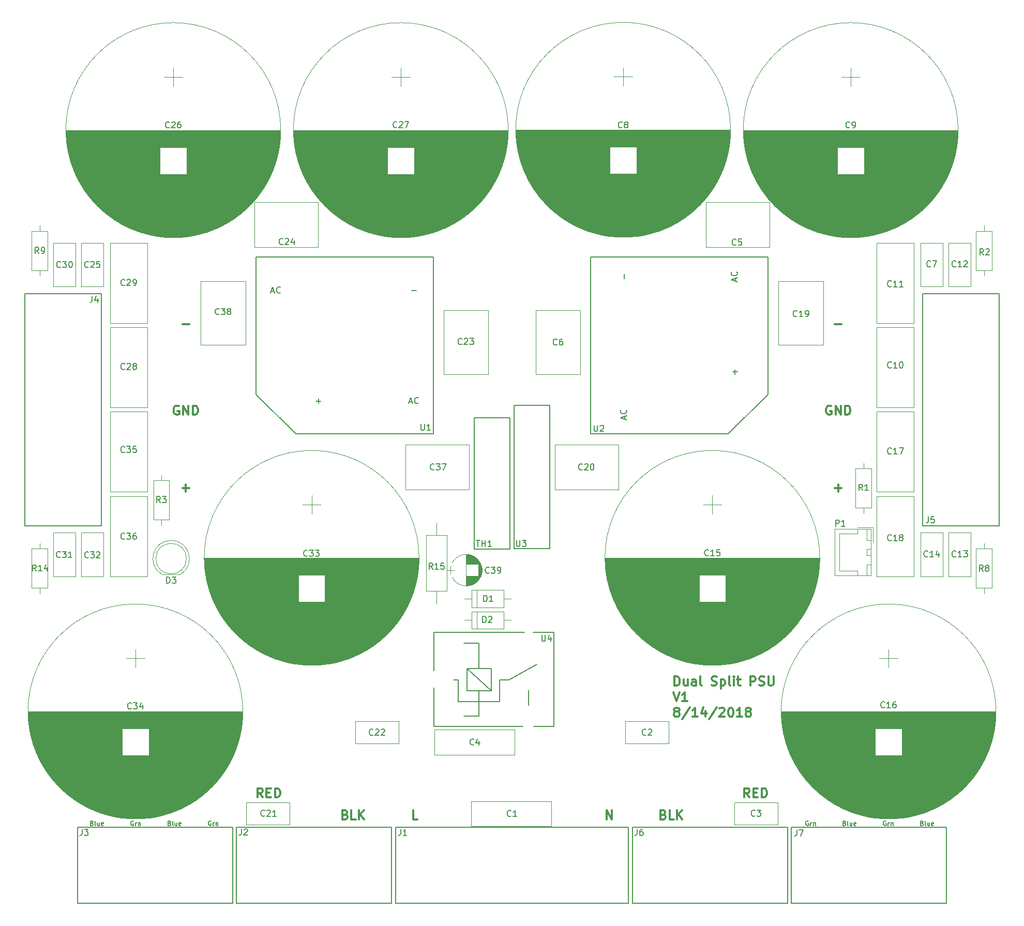
<source format=gbr>
%TF.GenerationSoftware,KiCad,Pcbnew,4.0.7-e2-6376~58~ubuntu16.04.1*%
%TF.CreationDate,2018-08-15T08:26:31-07:00*%
%TF.ProjectId,psu,7073752E6B696361645F706362000000,rev?*%
%TF.FileFunction,Legend,Top*%
%FSLAX46Y46*%
G04 Gerber Fmt 4.6, Leading zero omitted, Abs format (unit mm)*
G04 Created by KiCad (PCBNEW 4.0.7-e2-6376~58~ubuntu16.04.1) date Wed Aug 15 08:26:31 2018*
%MOMM*%
%LPD*%
G01*
G04 APERTURE LIST*
%ADD10C,0.100000*%
%ADD11C,0.150000*%
%ADD12C,0.300000*%
%ADD13C,0.120000*%
G04 APERTURE END LIST*
D10*
D11*
X184625001Y-148225000D02*
X184553572Y-148189286D01*
X184446429Y-148189286D01*
X184339286Y-148225000D01*
X184267858Y-148296429D01*
X184232143Y-148367857D01*
X184196429Y-148510714D01*
X184196429Y-148617857D01*
X184232143Y-148760714D01*
X184267858Y-148832143D01*
X184339286Y-148903571D01*
X184446429Y-148939286D01*
X184517858Y-148939286D01*
X184625001Y-148903571D01*
X184660715Y-148867857D01*
X184660715Y-148617857D01*
X184517858Y-148617857D01*
X184982143Y-148939286D02*
X184982143Y-148439286D01*
X184982143Y-148582143D02*
X185017858Y-148510714D01*
X185053572Y-148475000D01*
X185125001Y-148439286D01*
X185196429Y-148439286D01*
X185446429Y-148439286D02*
X185446429Y-148939286D01*
X185446429Y-148510714D02*
X185482144Y-148475000D01*
X185553572Y-148439286D01*
X185660715Y-148439286D01*
X185732144Y-148475000D01*
X185767858Y-148546429D01*
X185767858Y-148939286D01*
X171925001Y-148225000D02*
X171853572Y-148189286D01*
X171746429Y-148189286D01*
X171639286Y-148225000D01*
X171567858Y-148296429D01*
X171532143Y-148367857D01*
X171496429Y-148510714D01*
X171496429Y-148617857D01*
X171532143Y-148760714D01*
X171567858Y-148832143D01*
X171639286Y-148903571D01*
X171746429Y-148939286D01*
X171817858Y-148939286D01*
X171925001Y-148903571D01*
X171960715Y-148867857D01*
X171960715Y-148617857D01*
X171817858Y-148617857D01*
X172282143Y-148939286D02*
X172282143Y-148439286D01*
X172282143Y-148582143D02*
X172317858Y-148510714D01*
X172353572Y-148475000D01*
X172425001Y-148439286D01*
X172496429Y-148439286D01*
X172746429Y-148439286D02*
X172746429Y-148939286D01*
X172746429Y-148510714D02*
X172782144Y-148475000D01*
X172853572Y-148439286D01*
X172960715Y-148439286D01*
X173032144Y-148475000D01*
X173067858Y-148546429D01*
X173067858Y-148939286D01*
X177846429Y-148546429D02*
X177953572Y-148582143D01*
X177989287Y-148617857D01*
X178025001Y-148689286D01*
X178025001Y-148796429D01*
X177989287Y-148867857D01*
X177953572Y-148903571D01*
X177882144Y-148939286D01*
X177596429Y-148939286D01*
X177596429Y-148189286D01*
X177846429Y-148189286D01*
X177917858Y-148225000D01*
X177953572Y-148260714D01*
X177989287Y-148332143D01*
X177989287Y-148403571D01*
X177953572Y-148475000D01*
X177917858Y-148510714D01*
X177846429Y-148546429D01*
X177596429Y-148546429D01*
X178453572Y-148939286D02*
X178382144Y-148903571D01*
X178346429Y-148832143D01*
X178346429Y-148189286D01*
X179060715Y-148439286D02*
X179060715Y-148939286D01*
X178739286Y-148439286D02*
X178739286Y-148832143D01*
X178775001Y-148903571D01*
X178846429Y-148939286D01*
X178953572Y-148939286D01*
X179025001Y-148903571D01*
X179060715Y-148867857D01*
X179703572Y-148903571D02*
X179632143Y-148939286D01*
X179489286Y-148939286D01*
X179417857Y-148903571D01*
X179382143Y-148832143D01*
X179382143Y-148546429D01*
X179417857Y-148475000D01*
X179489286Y-148439286D01*
X179632143Y-148439286D01*
X179703572Y-148475000D01*
X179739286Y-148546429D01*
X179739286Y-148617857D01*
X179382143Y-148689286D01*
X190546429Y-148546429D02*
X190653572Y-148582143D01*
X190689287Y-148617857D01*
X190725001Y-148689286D01*
X190725001Y-148796429D01*
X190689287Y-148867857D01*
X190653572Y-148903571D01*
X190582144Y-148939286D01*
X190296429Y-148939286D01*
X190296429Y-148189286D01*
X190546429Y-148189286D01*
X190617858Y-148225000D01*
X190653572Y-148260714D01*
X190689287Y-148332143D01*
X190689287Y-148403571D01*
X190653572Y-148475000D01*
X190617858Y-148510714D01*
X190546429Y-148546429D01*
X190296429Y-148546429D01*
X191153572Y-148939286D02*
X191082144Y-148903571D01*
X191046429Y-148832143D01*
X191046429Y-148189286D01*
X191760715Y-148439286D02*
X191760715Y-148939286D01*
X191439286Y-148439286D02*
X191439286Y-148832143D01*
X191475001Y-148903571D01*
X191546429Y-148939286D01*
X191653572Y-148939286D01*
X191725001Y-148903571D01*
X191760715Y-148867857D01*
X192403572Y-148903571D02*
X192332143Y-148939286D01*
X192189286Y-148939286D01*
X192117857Y-148903571D01*
X192082143Y-148832143D01*
X192082143Y-148546429D01*
X192117857Y-148475000D01*
X192189286Y-148439286D01*
X192332143Y-148439286D01*
X192403572Y-148475000D01*
X192439286Y-148546429D01*
X192439286Y-148617857D01*
X192082143Y-148689286D01*
X54646429Y-148546429D02*
X54753572Y-148582143D01*
X54789287Y-148617857D01*
X54825001Y-148689286D01*
X54825001Y-148796429D01*
X54789287Y-148867857D01*
X54753572Y-148903571D01*
X54682144Y-148939286D01*
X54396429Y-148939286D01*
X54396429Y-148189286D01*
X54646429Y-148189286D01*
X54717858Y-148225000D01*
X54753572Y-148260714D01*
X54789287Y-148332143D01*
X54789287Y-148403571D01*
X54753572Y-148475000D01*
X54717858Y-148510714D01*
X54646429Y-148546429D01*
X54396429Y-148546429D01*
X55253572Y-148939286D02*
X55182144Y-148903571D01*
X55146429Y-148832143D01*
X55146429Y-148189286D01*
X55860715Y-148439286D02*
X55860715Y-148939286D01*
X55539286Y-148439286D02*
X55539286Y-148832143D01*
X55575001Y-148903571D01*
X55646429Y-148939286D01*
X55753572Y-148939286D01*
X55825001Y-148903571D01*
X55860715Y-148867857D01*
X56503572Y-148903571D02*
X56432143Y-148939286D01*
X56289286Y-148939286D01*
X56217857Y-148903571D01*
X56182143Y-148832143D01*
X56182143Y-148546429D01*
X56217857Y-148475000D01*
X56289286Y-148439286D01*
X56432143Y-148439286D01*
X56503572Y-148475000D01*
X56539286Y-148546429D01*
X56539286Y-148617857D01*
X56182143Y-148689286D01*
X74125001Y-148225000D02*
X74053572Y-148189286D01*
X73946429Y-148189286D01*
X73839286Y-148225000D01*
X73767858Y-148296429D01*
X73732143Y-148367857D01*
X73696429Y-148510714D01*
X73696429Y-148617857D01*
X73732143Y-148760714D01*
X73767858Y-148832143D01*
X73839286Y-148903571D01*
X73946429Y-148939286D01*
X74017858Y-148939286D01*
X74125001Y-148903571D01*
X74160715Y-148867857D01*
X74160715Y-148617857D01*
X74017858Y-148617857D01*
X74482143Y-148939286D02*
X74482143Y-148439286D01*
X74482143Y-148582143D02*
X74517858Y-148510714D01*
X74553572Y-148475000D01*
X74625001Y-148439286D01*
X74696429Y-148439286D01*
X74946429Y-148439286D02*
X74946429Y-148939286D01*
X74946429Y-148510714D02*
X74982144Y-148475000D01*
X75053572Y-148439286D01*
X75160715Y-148439286D01*
X75232144Y-148475000D01*
X75267858Y-148546429D01*
X75267858Y-148939286D01*
X61425001Y-148225000D02*
X61353572Y-148189286D01*
X61246429Y-148189286D01*
X61139286Y-148225000D01*
X61067858Y-148296429D01*
X61032143Y-148367857D01*
X60996429Y-148510714D01*
X60996429Y-148617857D01*
X61032143Y-148760714D01*
X61067858Y-148832143D01*
X61139286Y-148903571D01*
X61246429Y-148939286D01*
X61317858Y-148939286D01*
X61425001Y-148903571D01*
X61460715Y-148867857D01*
X61460715Y-148617857D01*
X61317858Y-148617857D01*
X61782143Y-148939286D02*
X61782143Y-148439286D01*
X61782143Y-148582143D02*
X61817858Y-148510714D01*
X61853572Y-148475000D01*
X61925001Y-148439286D01*
X61996429Y-148439286D01*
X62246429Y-148439286D02*
X62246429Y-148939286D01*
X62246429Y-148510714D02*
X62282144Y-148475000D01*
X62353572Y-148439286D01*
X62460715Y-148439286D01*
X62532144Y-148475000D01*
X62567858Y-148546429D01*
X62567858Y-148939286D01*
X67346429Y-148546429D02*
X67453572Y-148582143D01*
X67489287Y-148617857D01*
X67525001Y-148689286D01*
X67525001Y-148796429D01*
X67489287Y-148867857D01*
X67453572Y-148903571D01*
X67382144Y-148939286D01*
X67096429Y-148939286D01*
X67096429Y-148189286D01*
X67346429Y-148189286D01*
X67417858Y-148225000D01*
X67453572Y-148260714D01*
X67489287Y-148332143D01*
X67489287Y-148403571D01*
X67453572Y-148475000D01*
X67417858Y-148510714D01*
X67346429Y-148546429D01*
X67096429Y-148546429D01*
X67953572Y-148939286D02*
X67882144Y-148903571D01*
X67846429Y-148832143D01*
X67846429Y-148189286D01*
X68560715Y-148439286D02*
X68560715Y-148939286D01*
X68239286Y-148439286D02*
X68239286Y-148832143D01*
X68275001Y-148903571D01*
X68346429Y-148939286D01*
X68453572Y-148939286D01*
X68525001Y-148903571D01*
X68560715Y-148867857D01*
X69203572Y-148903571D02*
X69132143Y-148939286D01*
X68989286Y-148939286D01*
X68917857Y-148903571D01*
X68882143Y-148832143D01*
X68882143Y-148546429D01*
X68917857Y-148475000D01*
X68989286Y-148439286D01*
X69132143Y-148439286D01*
X69203572Y-148475000D01*
X69239286Y-148546429D01*
X69239286Y-148617857D01*
X68882143Y-148689286D01*
D12*
X82585715Y-144328571D02*
X82085715Y-143614286D01*
X81728572Y-144328571D02*
X81728572Y-142828571D01*
X82300000Y-142828571D01*
X82442858Y-142900000D01*
X82514286Y-142971429D01*
X82585715Y-143114286D01*
X82585715Y-143328571D01*
X82514286Y-143471429D01*
X82442858Y-143542857D01*
X82300000Y-143614286D01*
X81728572Y-143614286D01*
X83228572Y-143542857D02*
X83728572Y-143542857D01*
X83942858Y-144328571D02*
X83228572Y-144328571D01*
X83228572Y-142828571D01*
X83942858Y-142828571D01*
X84585715Y-144328571D02*
X84585715Y-142828571D01*
X84942858Y-142828571D01*
X85157143Y-142900000D01*
X85300001Y-143042857D01*
X85371429Y-143185714D01*
X85442858Y-143471429D01*
X85442858Y-143685714D01*
X85371429Y-143971429D01*
X85300001Y-144114286D01*
X85157143Y-144257143D01*
X84942858Y-144328571D01*
X84585715Y-144328571D01*
X96100000Y-147142857D02*
X96314286Y-147214286D01*
X96385714Y-147285714D01*
X96457143Y-147428571D01*
X96457143Y-147642857D01*
X96385714Y-147785714D01*
X96314286Y-147857143D01*
X96171428Y-147928571D01*
X95600000Y-147928571D01*
X95600000Y-146428571D01*
X96100000Y-146428571D01*
X96242857Y-146500000D01*
X96314286Y-146571429D01*
X96385714Y-146714286D01*
X96385714Y-146857143D01*
X96314286Y-147000000D01*
X96242857Y-147071429D01*
X96100000Y-147142857D01*
X95600000Y-147142857D01*
X97814286Y-147928571D02*
X97100000Y-147928571D01*
X97100000Y-146428571D01*
X98314286Y-147928571D02*
X98314286Y-146428571D01*
X99171429Y-147928571D02*
X98528572Y-147071429D01*
X99171429Y-146428571D02*
X98314286Y-147285714D01*
X162285715Y-144328571D02*
X161785715Y-143614286D01*
X161428572Y-144328571D02*
X161428572Y-142828571D01*
X162000000Y-142828571D01*
X162142858Y-142900000D01*
X162214286Y-142971429D01*
X162285715Y-143114286D01*
X162285715Y-143328571D01*
X162214286Y-143471429D01*
X162142858Y-143542857D01*
X162000000Y-143614286D01*
X161428572Y-143614286D01*
X162928572Y-143542857D02*
X163428572Y-143542857D01*
X163642858Y-144328571D02*
X162928572Y-144328571D01*
X162928572Y-142828571D01*
X163642858Y-142828571D01*
X164285715Y-144328571D02*
X164285715Y-142828571D01*
X164642858Y-142828571D01*
X164857143Y-142900000D01*
X165000001Y-143042857D01*
X165071429Y-143185714D01*
X165142858Y-143471429D01*
X165142858Y-143685714D01*
X165071429Y-143971429D01*
X165000001Y-144114286D01*
X164857143Y-144257143D01*
X164642858Y-144328571D01*
X164285715Y-144328571D01*
X148200000Y-147142857D02*
X148414286Y-147214286D01*
X148485714Y-147285714D01*
X148557143Y-147428571D01*
X148557143Y-147642857D01*
X148485714Y-147785714D01*
X148414286Y-147857143D01*
X148271428Y-147928571D01*
X147700000Y-147928571D01*
X147700000Y-146428571D01*
X148200000Y-146428571D01*
X148342857Y-146500000D01*
X148414286Y-146571429D01*
X148485714Y-146714286D01*
X148485714Y-146857143D01*
X148414286Y-147000000D01*
X148342857Y-147071429D01*
X148200000Y-147142857D01*
X147700000Y-147142857D01*
X149914286Y-147928571D02*
X149200000Y-147928571D01*
X149200000Y-146428571D01*
X150414286Y-147928571D02*
X150414286Y-146428571D01*
X151271429Y-147928571D02*
X150628572Y-147071429D01*
X151271429Y-146428571D02*
X150414286Y-147285714D01*
X107914286Y-147928571D02*
X107200000Y-147928571D01*
X107200000Y-146428571D01*
X138921429Y-147928571D02*
X138921429Y-146428571D01*
X139778572Y-147928571D01*
X139778572Y-146428571D01*
X68857143Y-80250000D02*
X68714286Y-80178571D01*
X68500000Y-80178571D01*
X68285715Y-80250000D01*
X68142857Y-80392857D01*
X68071429Y-80535714D01*
X68000000Y-80821429D01*
X68000000Y-81035714D01*
X68071429Y-81321429D01*
X68142857Y-81464286D01*
X68285715Y-81607143D01*
X68500000Y-81678571D01*
X68642857Y-81678571D01*
X68857143Y-81607143D01*
X68928572Y-81535714D01*
X68928572Y-81035714D01*
X68642857Y-81035714D01*
X69571429Y-81678571D02*
X69571429Y-80178571D01*
X70428572Y-81678571D01*
X70428572Y-80178571D01*
X71142858Y-81678571D02*
X71142858Y-80178571D01*
X71500001Y-80178571D01*
X71714286Y-80250000D01*
X71857144Y-80392857D01*
X71928572Y-80535714D01*
X72000001Y-80821429D01*
X72000001Y-81035714D01*
X71928572Y-81321429D01*
X71857144Y-81464286D01*
X71714286Y-81607143D01*
X71500001Y-81678571D01*
X71142858Y-81678571D01*
X175657143Y-80250000D02*
X175514286Y-80178571D01*
X175300000Y-80178571D01*
X175085715Y-80250000D01*
X174942857Y-80392857D01*
X174871429Y-80535714D01*
X174800000Y-80821429D01*
X174800000Y-81035714D01*
X174871429Y-81321429D01*
X174942857Y-81464286D01*
X175085715Y-81607143D01*
X175300000Y-81678571D01*
X175442857Y-81678571D01*
X175657143Y-81607143D01*
X175728572Y-81535714D01*
X175728572Y-81035714D01*
X175442857Y-81035714D01*
X176371429Y-81678571D02*
X176371429Y-80178571D01*
X177228572Y-81678571D01*
X177228572Y-80178571D01*
X177942858Y-81678571D02*
X177942858Y-80178571D01*
X178300001Y-80178571D01*
X178514286Y-80250000D01*
X178657144Y-80392857D01*
X178728572Y-80535714D01*
X178800001Y-80821429D01*
X178800001Y-81035714D01*
X178728572Y-81321429D01*
X178657144Y-81464286D01*
X178514286Y-81607143D01*
X178300001Y-81678571D01*
X177942858Y-81678571D01*
X176228572Y-66807143D02*
X177371429Y-66807143D01*
X69428572Y-66807143D02*
X70571429Y-66807143D01*
X176228572Y-93657143D02*
X177371429Y-93657143D01*
X176800000Y-94228571D02*
X176800000Y-93085714D01*
X69428572Y-93657143D02*
X70571429Y-93657143D01*
X70000000Y-94228571D02*
X70000000Y-93085714D01*
X150007143Y-126028571D02*
X150007143Y-124528571D01*
X150364286Y-124528571D01*
X150578571Y-124600000D01*
X150721429Y-124742857D01*
X150792857Y-124885714D01*
X150864286Y-125171429D01*
X150864286Y-125385714D01*
X150792857Y-125671429D01*
X150721429Y-125814286D01*
X150578571Y-125957143D01*
X150364286Y-126028571D01*
X150007143Y-126028571D01*
X152150000Y-125028571D02*
X152150000Y-126028571D01*
X151507143Y-125028571D02*
X151507143Y-125814286D01*
X151578571Y-125957143D01*
X151721429Y-126028571D01*
X151935714Y-126028571D01*
X152078571Y-125957143D01*
X152150000Y-125885714D01*
X153507143Y-126028571D02*
X153507143Y-125242857D01*
X153435714Y-125100000D01*
X153292857Y-125028571D01*
X153007143Y-125028571D01*
X152864286Y-125100000D01*
X153507143Y-125957143D02*
X153364286Y-126028571D01*
X153007143Y-126028571D01*
X152864286Y-125957143D01*
X152792857Y-125814286D01*
X152792857Y-125671429D01*
X152864286Y-125528571D01*
X153007143Y-125457143D01*
X153364286Y-125457143D01*
X153507143Y-125385714D01*
X154435715Y-126028571D02*
X154292857Y-125957143D01*
X154221429Y-125814286D01*
X154221429Y-124528571D01*
X156078571Y-125957143D02*
X156292857Y-126028571D01*
X156650000Y-126028571D01*
X156792857Y-125957143D01*
X156864286Y-125885714D01*
X156935714Y-125742857D01*
X156935714Y-125600000D01*
X156864286Y-125457143D01*
X156792857Y-125385714D01*
X156650000Y-125314286D01*
X156364286Y-125242857D01*
X156221428Y-125171429D01*
X156150000Y-125100000D01*
X156078571Y-124957143D01*
X156078571Y-124814286D01*
X156150000Y-124671429D01*
X156221428Y-124600000D01*
X156364286Y-124528571D01*
X156721428Y-124528571D01*
X156935714Y-124600000D01*
X157578571Y-125028571D02*
X157578571Y-126528571D01*
X157578571Y-125100000D02*
X157721428Y-125028571D01*
X158007142Y-125028571D01*
X158149999Y-125100000D01*
X158221428Y-125171429D01*
X158292857Y-125314286D01*
X158292857Y-125742857D01*
X158221428Y-125885714D01*
X158149999Y-125957143D01*
X158007142Y-126028571D01*
X157721428Y-126028571D01*
X157578571Y-125957143D01*
X159150000Y-126028571D02*
X159007142Y-125957143D01*
X158935714Y-125814286D01*
X158935714Y-124528571D01*
X159721428Y-126028571D02*
X159721428Y-125028571D01*
X159721428Y-124528571D02*
X159649999Y-124600000D01*
X159721428Y-124671429D01*
X159792856Y-124600000D01*
X159721428Y-124528571D01*
X159721428Y-124671429D01*
X160221428Y-125028571D02*
X160792857Y-125028571D01*
X160435714Y-124528571D02*
X160435714Y-125814286D01*
X160507142Y-125957143D01*
X160650000Y-126028571D01*
X160792857Y-126028571D01*
X162435714Y-126028571D02*
X162435714Y-124528571D01*
X163007142Y-124528571D01*
X163150000Y-124600000D01*
X163221428Y-124671429D01*
X163292857Y-124814286D01*
X163292857Y-125028571D01*
X163221428Y-125171429D01*
X163150000Y-125242857D01*
X163007142Y-125314286D01*
X162435714Y-125314286D01*
X163864285Y-125957143D02*
X164078571Y-126028571D01*
X164435714Y-126028571D01*
X164578571Y-125957143D01*
X164650000Y-125885714D01*
X164721428Y-125742857D01*
X164721428Y-125600000D01*
X164650000Y-125457143D01*
X164578571Y-125385714D01*
X164435714Y-125314286D01*
X164150000Y-125242857D01*
X164007142Y-125171429D01*
X163935714Y-125100000D01*
X163864285Y-124957143D01*
X163864285Y-124814286D01*
X163935714Y-124671429D01*
X164007142Y-124600000D01*
X164150000Y-124528571D01*
X164507142Y-124528571D01*
X164721428Y-124600000D01*
X165364285Y-124528571D02*
X165364285Y-125742857D01*
X165435713Y-125885714D01*
X165507142Y-125957143D01*
X165649999Y-126028571D01*
X165935713Y-126028571D01*
X166078571Y-125957143D01*
X166149999Y-125885714D01*
X166221428Y-125742857D01*
X166221428Y-124528571D01*
X149792857Y-127078571D02*
X150292857Y-128578571D01*
X150792857Y-127078571D01*
X152078571Y-128578571D02*
X151221428Y-128578571D01*
X151650000Y-128578571D02*
X151650000Y-127078571D01*
X151507143Y-127292857D01*
X151364285Y-127435714D01*
X151221428Y-127507143D01*
X150221429Y-130271429D02*
X150078571Y-130200000D01*
X150007143Y-130128571D01*
X149935714Y-129985714D01*
X149935714Y-129914286D01*
X150007143Y-129771429D01*
X150078571Y-129700000D01*
X150221429Y-129628571D01*
X150507143Y-129628571D01*
X150650000Y-129700000D01*
X150721429Y-129771429D01*
X150792857Y-129914286D01*
X150792857Y-129985714D01*
X150721429Y-130128571D01*
X150650000Y-130200000D01*
X150507143Y-130271429D01*
X150221429Y-130271429D01*
X150078571Y-130342857D01*
X150007143Y-130414286D01*
X149935714Y-130557143D01*
X149935714Y-130842857D01*
X150007143Y-130985714D01*
X150078571Y-131057143D01*
X150221429Y-131128571D01*
X150507143Y-131128571D01*
X150650000Y-131057143D01*
X150721429Y-130985714D01*
X150792857Y-130842857D01*
X150792857Y-130557143D01*
X150721429Y-130414286D01*
X150650000Y-130342857D01*
X150507143Y-130271429D01*
X152507142Y-129557143D02*
X151221428Y-131485714D01*
X153792857Y-131128571D02*
X152935714Y-131128571D01*
X153364286Y-131128571D02*
X153364286Y-129628571D01*
X153221429Y-129842857D01*
X153078571Y-129985714D01*
X152935714Y-130057143D01*
X155078571Y-130128571D02*
X155078571Y-131128571D01*
X154721428Y-129557143D02*
X154364285Y-130628571D01*
X155292857Y-130628571D01*
X156935713Y-129557143D02*
X155649999Y-131485714D01*
X157364285Y-129771429D02*
X157435714Y-129700000D01*
X157578571Y-129628571D01*
X157935714Y-129628571D01*
X158078571Y-129700000D01*
X158150000Y-129771429D01*
X158221428Y-129914286D01*
X158221428Y-130057143D01*
X158150000Y-130271429D01*
X157292857Y-131128571D01*
X158221428Y-131128571D01*
X159149999Y-129628571D02*
X159292856Y-129628571D01*
X159435713Y-129700000D01*
X159507142Y-129771429D01*
X159578571Y-129914286D01*
X159649999Y-130200000D01*
X159649999Y-130557143D01*
X159578571Y-130842857D01*
X159507142Y-130985714D01*
X159435713Y-131057143D01*
X159292856Y-131128571D01*
X159149999Y-131128571D01*
X159007142Y-131057143D01*
X158935713Y-130985714D01*
X158864285Y-130842857D01*
X158792856Y-130557143D01*
X158792856Y-130200000D01*
X158864285Y-129914286D01*
X158935713Y-129771429D01*
X159007142Y-129700000D01*
X159149999Y-129628571D01*
X161078570Y-131128571D02*
X160221427Y-131128571D01*
X160649999Y-131128571D02*
X160649999Y-129628571D01*
X160507142Y-129842857D01*
X160364284Y-129985714D01*
X160221427Y-130057143D01*
X161935713Y-130271429D02*
X161792855Y-130200000D01*
X161721427Y-130128571D01*
X161649998Y-129985714D01*
X161649998Y-129914286D01*
X161721427Y-129771429D01*
X161792855Y-129700000D01*
X161935713Y-129628571D01*
X162221427Y-129628571D01*
X162364284Y-129700000D01*
X162435713Y-129771429D01*
X162507141Y-129914286D01*
X162507141Y-129985714D01*
X162435713Y-130128571D01*
X162364284Y-130200000D01*
X162221427Y-130271429D01*
X161935713Y-130271429D01*
X161792855Y-130342857D01*
X161721427Y-130414286D01*
X161649998Y-130557143D01*
X161649998Y-130842857D01*
X161721427Y-130985714D01*
X161792855Y-131057143D01*
X161935713Y-131128571D01*
X162221427Y-131128571D01*
X162364284Y-131057143D01*
X162435713Y-130985714D01*
X162507141Y-130842857D01*
X162507141Y-130557143D01*
X162435713Y-130414286D01*
X162364284Y-130342857D01*
X162221427Y-130271429D01*
D13*
X129860000Y-149060000D02*
X116740000Y-149060000D01*
X129860000Y-144940000D02*
X116740000Y-144940000D01*
X129860000Y-149060000D02*
X129860000Y-144940000D01*
X116740000Y-149060000D02*
X116740000Y-144940000D01*
X110740000Y-133240000D02*
X123860000Y-133240000D01*
X110740000Y-137360000D02*
X123860000Y-137360000D01*
X110740000Y-133240000D02*
X110740000Y-137360000D01*
X123860000Y-133240000D02*
X123860000Y-137360000D01*
X116770000Y-110390000D02*
X116770000Y-113210000D01*
X116770000Y-113210000D02*
X122090000Y-113210000D01*
X122090000Y-113210000D02*
X122090000Y-110390000D01*
X122090000Y-110390000D02*
X116770000Y-110390000D01*
X115630000Y-111800000D02*
X116770000Y-111800000D01*
X123230000Y-111800000D02*
X122090000Y-111800000D01*
X117610000Y-110390000D02*
X117610000Y-113210000D01*
X67600462Y-102240000D02*
G75*
G03X66055170Y-107790000I-462J-2990000D01*
G01*
X67599538Y-102240000D02*
G75*
G02X69144830Y-107790000I462J-2990000D01*
G01*
X70100000Y-105230000D02*
G75*
G03X70100000Y-105230000I-2500000J0D01*
G01*
X66055000Y-107790000D02*
X69145000Y-107790000D01*
D11*
X103695000Y-149200000D02*
X103695000Y-161700000D01*
X78305000Y-149200000D02*
X78305000Y-161700000D01*
X78305000Y-161700000D02*
X103695000Y-161700000D01*
X103695000Y-149200000D02*
X78305000Y-149200000D01*
X77645000Y-149200000D02*
X77645000Y-161700000D01*
X52255000Y-149200000D02*
X52255000Y-161700000D01*
X52255000Y-161700000D02*
X77645000Y-161700000D01*
X77645000Y-149200000D02*
X52255000Y-149200000D01*
D13*
X182260000Y-90470000D02*
X179640000Y-90470000D01*
X179640000Y-90470000D02*
X179640000Y-96890000D01*
X179640000Y-96890000D02*
X182260000Y-96890000D01*
X182260000Y-96890000D02*
X182260000Y-90470000D01*
X180950000Y-89580000D02*
X180950000Y-90470000D01*
X180950000Y-97780000D02*
X180950000Y-96890000D01*
X67310000Y-92420000D02*
X64690000Y-92420000D01*
X64690000Y-92420000D02*
X64690000Y-98840000D01*
X64690000Y-98840000D02*
X67310000Y-98840000D01*
X67310000Y-98840000D02*
X67310000Y-92420000D01*
X66000000Y-91530000D02*
X66000000Y-92420000D01*
X66000000Y-99730000D02*
X66000000Y-98840000D01*
D11*
X117250000Y-82150000D02*
X117250000Y-103650000D01*
X123050000Y-82150000D02*
X123050000Y-103650000D01*
X123050000Y-103650000D02*
X117250000Y-103650000D01*
X123050000Y-82150000D02*
X117250000Y-82150000D01*
X81525000Y-78325000D02*
X81525000Y-55825000D01*
X110525000Y-84825000D02*
X88025000Y-84825000D01*
X88025000Y-84825000D02*
X81525000Y-78325000D01*
X110525000Y-84825000D02*
X110525000Y-55825000D01*
X110525000Y-55825000D02*
X81525000Y-55825000D01*
X56150000Y-99895000D02*
X43650000Y-99895000D01*
X56150000Y-61805000D02*
X43650000Y-61805000D01*
X43650000Y-61805000D02*
X43650000Y-99895000D01*
X56150000Y-99895000D02*
X56150000Y-61805000D01*
D13*
X149060000Y-135510000D02*
X141940000Y-135510000D01*
X149060000Y-131890000D02*
X141940000Y-131890000D01*
X149060000Y-135510000D02*
X149060000Y-131890000D01*
X141940000Y-135510000D02*
X141940000Y-131890000D01*
X166910000Y-148760000D02*
X159790000Y-148760000D01*
X166910000Y-145140000D02*
X159790000Y-145140000D01*
X166910000Y-148760000D02*
X166910000Y-145140000D01*
X159790000Y-148760000D02*
X159790000Y-145140000D01*
X165560000Y-54210000D02*
X155140000Y-54210000D01*
X165560000Y-46890000D02*
X155140000Y-46890000D01*
X165560000Y-54210000D02*
X165560000Y-46890000D01*
X155140000Y-54210000D02*
X155140000Y-46890000D01*
X134610000Y-64590000D02*
X134610000Y-75010000D01*
X127290000Y-64590000D02*
X127290000Y-75010000D01*
X134610000Y-64590000D02*
X127290000Y-64590000D01*
X134610000Y-75010000D02*
X127290000Y-75010000D01*
X193910000Y-53540000D02*
X193910000Y-60660000D01*
X190290000Y-53540000D02*
X190290000Y-60660000D01*
X193910000Y-53540000D02*
X190290000Y-53540000D01*
X193910000Y-60660000D02*
X190290000Y-60660000D01*
X159190000Y-35000000D02*
G75*
G03X159190000Y-35000000I-17590000J0D01*
G01*
X159150000Y-35000000D02*
X124050000Y-35000000D01*
X159150000Y-35040000D02*
X124050000Y-35040000D01*
X159150000Y-35080000D02*
X124050000Y-35080000D01*
X159150000Y-35120000D02*
X124050000Y-35120000D01*
X159150000Y-35160000D02*
X124050000Y-35160000D01*
X159149000Y-35200000D02*
X124051000Y-35200000D01*
X159149000Y-35240000D02*
X124051000Y-35240000D01*
X159148000Y-35280000D02*
X124052000Y-35280000D01*
X159148000Y-35320000D02*
X124052000Y-35320000D01*
X159147000Y-35360000D02*
X124053000Y-35360000D01*
X159146000Y-35400000D02*
X124054000Y-35400000D01*
X159145000Y-35440000D02*
X124055000Y-35440000D01*
X159144000Y-35480000D02*
X124056000Y-35480000D01*
X159143000Y-35520000D02*
X124057000Y-35520000D01*
X159142000Y-35560000D02*
X124058000Y-35560000D01*
X159140000Y-35600000D02*
X124060000Y-35600000D01*
X159139000Y-35640000D02*
X124061000Y-35640000D01*
X159137000Y-35680000D02*
X124063000Y-35680000D01*
X159136000Y-35721000D02*
X124064000Y-35721000D01*
X159134000Y-35761000D02*
X124066000Y-35761000D01*
X159132000Y-35801000D02*
X124068000Y-35801000D01*
X159130000Y-35841000D02*
X124070000Y-35841000D01*
X159128000Y-35881000D02*
X124072000Y-35881000D01*
X159126000Y-35921000D02*
X124074000Y-35921000D01*
X159124000Y-35961000D02*
X124076000Y-35961000D01*
X159122000Y-36001000D02*
X124078000Y-36001000D01*
X159120000Y-36041000D02*
X124080000Y-36041000D01*
X159117000Y-36081000D02*
X124083000Y-36081000D01*
X159115000Y-36121000D02*
X124085000Y-36121000D01*
X159112000Y-36161000D02*
X124088000Y-36161000D01*
X159110000Y-36201000D02*
X124090000Y-36201000D01*
X159107000Y-36241000D02*
X124093000Y-36241000D01*
X159104000Y-36281000D02*
X124096000Y-36281000D01*
X159101000Y-36321000D02*
X124099000Y-36321000D01*
X159098000Y-36361000D02*
X124102000Y-36361000D01*
X159095000Y-36401000D02*
X124105000Y-36401000D01*
X159091000Y-36441000D02*
X124109000Y-36441000D01*
X159088000Y-36481000D02*
X124112000Y-36481000D01*
X159085000Y-36521000D02*
X124115000Y-36521000D01*
X159081000Y-36561000D02*
X124119000Y-36561000D01*
X159078000Y-36601000D02*
X124122000Y-36601000D01*
X159074000Y-36641000D02*
X124126000Y-36641000D01*
X159070000Y-36681000D02*
X124130000Y-36681000D01*
X159066000Y-36721000D02*
X124134000Y-36721000D01*
X159062000Y-36761000D02*
X124138000Y-36761000D01*
X159058000Y-36801000D02*
X124142000Y-36801000D01*
X159054000Y-36841000D02*
X124146000Y-36841000D01*
X159050000Y-36881000D02*
X124150000Y-36881000D01*
X159045000Y-36921000D02*
X124155000Y-36921000D01*
X159041000Y-36961000D02*
X124159000Y-36961000D01*
X159036000Y-37001000D02*
X124164000Y-37001000D01*
X159032000Y-37041000D02*
X124168000Y-37041000D01*
X159027000Y-37081000D02*
X124173000Y-37081000D01*
X159022000Y-37121000D02*
X124178000Y-37121000D01*
X159017000Y-37161000D02*
X124183000Y-37161000D01*
X159012000Y-37201000D02*
X124188000Y-37201000D01*
X159007000Y-37241000D02*
X124193000Y-37241000D01*
X159002000Y-37281000D02*
X124198000Y-37281000D01*
X158997000Y-37321000D02*
X124203000Y-37321000D01*
X158991000Y-37361000D02*
X124209000Y-37361000D01*
X158986000Y-37401000D02*
X124214000Y-37401000D01*
X158980000Y-37441000D02*
X124220000Y-37441000D01*
X158975000Y-37481000D02*
X124225000Y-37481000D01*
X158969000Y-37521000D02*
X124231000Y-37521000D01*
X158963000Y-37561000D02*
X124237000Y-37561000D01*
X158957000Y-37601000D02*
X124243000Y-37601000D01*
X158951000Y-37641000D02*
X124249000Y-37641000D01*
X158945000Y-37681000D02*
X124255000Y-37681000D01*
X158939000Y-37721000D02*
X124261000Y-37721000D01*
X158933000Y-37761000D02*
X124267000Y-37761000D01*
X158926000Y-37801000D02*
X124274000Y-37801000D01*
X158920000Y-37841000D02*
X143780000Y-37841000D01*
X139420000Y-37841000D02*
X124280000Y-37841000D01*
X158913000Y-37881000D02*
X143780000Y-37881000D01*
X139420000Y-37881000D02*
X124287000Y-37881000D01*
X158906000Y-37921000D02*
X143780000Y-37921000D01*
X139420000Y-37921000D02*
X124294000Y-37921000D01*
X158900000Y-37961000D02*
X143780000Y-37961000D01*
X139420000Y-37961000D02*
X124300000Y-37961000D01*
X158893000Y-38001000D02*
X143780000Y-38001000D01*
X139420000Y-38001000D02*
X124307000Y-38001000D01*
X158886000Y-38041000D02*
X143780000Y-38041000D01*
X139420000Y-38041000D02*
X124314000Y-38041000D01*
X158879000Y-38081000D02*
X143780000Y-38081000D01*
X139420000Y-38081000D02*
X124321000Y-38081000D01*
X158872000Y-38121000D02*
X143780000Y-38121000D01*
X139420000Y-38121000D02*
X124328000Y-38121000D01*
X158864000Y-38161000D02*
X143780000Y-38161000D01*
X139420000Y-38161000D02*
X124336000Y-38161000D01*
X158857000Y-38201000D02*
X143780000Y-38201000D01*
X139420000Y-38201000D02*
X124343000Y-38201000D01*
X158850000Y-38241000D02*
X143780000Y-38241000D01*
X139420000Y-38241000D02*
X124350000Y-38241000D01*
X158842000Y-38281000D02*
X143780000Y-38281000D01*
X139420000Y-38281000D02*
X124358000Y-38281000D01*
X158834000Y-38321000D02*
X143780000Y-38321000D01*
X139420000Y-38321000D02*
X124366000Y-38321000D01*
X158827000Y-38361000D02*
X143780000Y-38361000D01*
X139420000Y-38361000D02*
X124373000Y-38361000D01*
X158819000Y-38401000D02*
X143780000Y-38401000D01*
X139420000Y-38401000D02*
X124381000Y-38401000D01*
X158811000Y-38441000D02*
X143780000Y-38441000D01*
X139420000Y-38441000D02*
X124389000Y-38441000D01*
X158803000Y-38481000D02*
X143780000Y-38481000D01*
X139420000Y-38481000D02*
X124397000Y-38481000D01*
X158795000Y-38521000D02*
X143780000Y-38521000D01*
X139420000Y-38521000D02*
X124405000Y-38521000D01*
X158786000Y-38561000D02*
X143780000Y-38561000D01*
X139420000Y-38561000D02*
X124414000Y-38561000D01*
X158778000Y-38601000D02*
X143780000Y-38601000D01*
X139420000Y-38601000D02*
X124422000Y-38601000D01*
X158770000Y-38641000D02*
X143780000Y-38641000D01*
X139420000Y-38641000D02*
X124430000Y-38641000D01*
X158761000Y-38681000D02*
X143780000Y-38681000D01*
X139420000Y-38681000D02*
X124439000Y-38681000D01*
X158753000Y-38721000D02*
X143780000Y-38721000D01*
X139420000Y-38721000D02*
X124447000Y-38721000D01*
X158744000Y-38761000D02*
X143780000Y-38761000D01*
X139420000Y-38761000D02*
X124456000Y-38761000D01*
X158735000Y-38801000D02*
X143780000Y-38801000D01*
X139420000Y-38801000D02*
X124465000Y-38801000D01*
X158726000Y-38841000D02*
X143780000Y-38841000D01*
X139420000Y-38841000D02*
X124474000Y-38841000D01*
X158717000Y-38881000D02*
X143780000Y-38881000D01*
X139420000Y-38881000D02*
X124483000Y-38881000D01*
X158708000Y-38921000D02*
X143780000Y-38921000D01*
X139420000Y-38921000D02*
X124492000Y-38921000D01*
X158699000Y-38961000D02*
X143780000Y-38961000D01*
X139420000Y-38961000D02*
X124501000Y-38961000D01*
X158690000Y-39001000D02*
X143780000Y-39001000D01*
X139420000Y-39001000D02*
X124510000Y-39001000D01*
X158680000Y-39041000D02*
X143780000Y-39041000D01*
X139420000Y-39041000D02*
X124520000Y-39041000D01*
X158671000Y-39081000D02*
X143780000Y-39081000D01*
X139420000Y-39081000D02*
X124529000Y-39081000D01*
X158661000Y-39121000D02*
X143780000Y-39121000D01*
X139420000Y-39121000D02*
X124539000Y-39121000D01*
X158652000Y-39161000D02*
X143780000Y-39161000D01*
X139420000Y-39161000D02*
X124548000Y-39161000D01*
X158642000Y-39201000D02*
X143780000Y-39201000D01*
X139420000Y-39201000D02*
X124558000Y-39201000D01*
X158632000Y-39241000D02*
X143780000Y-39241000D01*
X139420000Y-39241000D02*
X124568000Y-39241000D01*
X158622000Y-39281000D02*
X143780000Y-39281000D01*
X139420000Y-39281000D02*
X124578000Y-39281000D01*
X158612000Y-39321000D02*
X143780000Y-39321000D01*
X139420000Y-39321000D02*
X124588000Y-39321000D01*
X158602000Y-39361000D02*
X143780000Y-39361000D01*
X139420000Y-39361000D02*
X124598000Y-39361000D01*
X158591000Y-39401000D02*
X143780000Y-39401000D01*
X139420000Y-39401000D02*
X124609000Y-39401000D01*
X158581000Y-39441000D02*
X143780000Y-39441000D01*
X139420000Y-39441000D02*
X124619000Y-39441000D01*
X158570000Y-39481000D02*
X143780000Y-39481000D01*
X139420000Y-39481000D02*
X124630000Y-39481000D01*
X158560000Y-39521000D02*
X143780000Y-39521000D01*
X139420000Y-39521000D02*
X124640000Y-39521000D01*
X158549000Y-39561000D02*
X143780000Y-39561000D01*
X139420000Y-39561000D02*
X124651000Y-39561000D01*
X158538000Y-39601000D02*
X143780000Y-39601000D01*
X139420000Y-39601000D02*
X124662000Y-39601000D01*
X158527000Y-39641000D02*
X143780000Y-39641000D01*
X139420000Y-39641000D02*
X124673000Y-39641000D01*
X158516000Y-39681000D02*
X143780000Y-39681000D01*
X139420000Y-39681000D02*
X124684000Y-39681000D01*
X158505000Y-39721000D02*
X143780000Y-39721000D01*
X139420000Y-39721000D02*
X124695000Y-39721000D01*
X158494000Y-39761000D02*
X143780000Y-39761000D01*
X139420000Y-39761000D02*
X124706000Y-39761000D01*
X158483000Y-39801000D02*
X143780000Y-39801000D01*
X139420000Y-39801000D02*
X124717000Y-39801000D01*
X158472000Y-39841000D02*
X143780000Y-39841000D01*
X139420000Y-39841000D02*
X124728000Y-39841000D01*
X158460000Y-39881000D02*
X143780000Y-39881000D01*
X139420000Y-39881000D02*
X124740000Y-39881000D01*
X158448000Y-39921000D02*
X143780000Y-39921000D01*
X139420000Y-39921000D02*
X124752000Y-39921000D01*
X158437000Y-39961000D02*
X143780000Y-39961000D01*
X139420000Y-39961000D02*
X124763000Y-39961000D01*
X158425000Y-40001000D02*
X143780000Y-40001000D01*
X139420000Y-40001000D02*
X124775000Y-40001000D01*
X158413000Y-40041000D02*
X143780000Y-40041000D01*
X139420000Y-40041000D02*
X124787000Y-40041000D01*
X158401000Y-40081000D02*
X143780000Y-40081000D01*
X139420000Y-40081000D02*
X124799000Y-40081000D01*
X158389000Y-40121000D02*
X143780000Y-40121000D01*
X139420000Y-40121000D02*
X124811000Y-40121000D01*
X158377000Y-40161000D02*
X143780000Y-40161000D01*
X139420000Y-40161000D02*
X124823000Y-40161000D01*
X158364000Y-40201000D02*
X143780000Y-40201000D01*
X139420000Y-40201000D02*
X124836000Y-40201000D01*
X158352000Y-40241000D02*
X143780000Y-40241000D01*
X139420000Y-40241000D02*
X124848000Y-40241000D01*
X158339000Y-40281000D02*
X143780000Y-40281000D01*
X139420000Y-40281000D02*
X124861000Y-40281000D01*
X158327000Y-40321000D02*
X143780000Y-40321000D01*
X139420000Y-40321000D02*
X124873000Y-40321000D01*
X158314000Y-40361000D02*
X143780000Y-40361000D01*
X139420000Y-40361000D02*
X124886000Y-40361000D01*
X158301000Y-40401000D02*
X143780000Y-40401000D01*
X139420000Y-40401000D02*
X124899000Y-40401000D01*
X158288000Y-40441000D02*
X143780000Y-40441000D01*
X139420000Y-40441000D02*
X124912000Y-40441000D01*
X158275000Y-40481000D02*
X143780000Y-40481000D01*
X139420000Y-40481000D02*
X124925000Y-40481000D01*
X158262000Y-40521000D02*
X143780000Y-40521000D01*
X139420000Y-40521000D02*
X124938000Y-40521000D01*
X158249000Y-40561000D02*
X143780000Y-40561000D01*
X139420000Y-40561000D02*
X124951000Y-40561000D01*
X158235000Y-40601000D02*
X143780000Y-40601000D01*
X139420000Y-40601000D02*
X124965000Y-40601000D01*
X158222000Y-40641000D02*
X143780000Y-40641000D01*
X139420000Y-40641000D02*
X124978000Y-40641000D01*
X158208000Y-40681000D02*
X143780000Y-40681000D01*
X139420000Y-40681000D02*
X124992000Y-40681000D01*
X158194000Y-40721000D02*
X143780000Y-40721000D01*
X139420000Y-40721000D02*
X125006000Y-40721000D01*
X158181000Y-40761000D02*
X143780000Y-40761000D01*
X139420000Y-40761000D02*
X125019000Y-40761000D01*
X158167000Y-40801000D02*
X143780000Y-40801000D01*
X139420000Y-40801000D02*
X125033000Y-40801000D01*
X158153000Y-40841000D02*
X143780000Y-40841000D01*
X139420000Y-40841000D02*
X125047000Y-40841000D01*
X158139000Y-40881000D02*
X143780000Y-40881000D01*
X139420000Y-40881000D02*
X125061000Y-40881000D01*
X158124000Y-40921000D02*
X143780000Y-40921000D01*
X139420000Y-40921000D02*
X125076000Y-40921000D01*
X158110000Y-40961000D02*
X143780000Y-40961000D01*
X139420000Y-40961000D02*
X125090000Y-40961000D01*
X158096000Y-41001000D02*
X143780000Y-41001000D01*
X139420000Y-41001000D02*
X125104000Y-41001000D01*
X158081000Y-41041000D02*
X143780000Y-41041000D01*
X139420000Y-41041000D02*
X125119000Y-41041000D01*
X158066000Y-41081000D02*
X143780000Y-41081000D01*
X139420000Y-41081000D02*
X125134000Y-41081000D01*
X158052000Y-41121000D02*
X143780000Y-41121000D01*
X139420000Y-41121000D02*
X125148000Y-41121000D01*
X158037000Y-41161000D02*
X143780000Y-41161000D01*
X139420000Y-41161000D02*
X125163000Y-41161000D01*
X158022000Y-41201000D02*
X143780000Y-41201000D01*
X139420000Y-41201000D02*
X125178000Y-41201000D01*
X158006000Y-41241000D02*
X143780000Y-41241000D01*
X139420000Y-41241000D02*
X125194000Y-41241000D01*
X157991000Y-41281000D02*
X143780000Y-41281000D01*
X139420000Y-41281000D02*
X125209000Y-41281000D01*
X157976000Y-41321000D02*
X143780000Y-41321000D01*
X139420000Y-41321000D02*
X125224000Y-41321000D01*
X157960000Y-41361000D02*
X143780000Y-41361000D01*
X139420000Y-41361000D02*
X125240000Y-41361000D01*
X157945000Y-41401000D02*
X143780000Y-41401000D01*
X139420000Y-41401000D02*
X125255000Y-41401000D01*
X157929000Y-41441000D02*
X143780000Y-41441000D01*
X139420000Y-41441000D02*
X125271000Y-41441000D01*
X157913000Y-41481000D02*
X143780000Y-41481000D01*
X139420000Y-41481000D02*
X125287000Y-41481000D01*
X157898000Y-41521000D02*
X143780000Y-41521000D01*
X139420000Y-41521000D02*
X125302000Y-41521000D01*
X157881000Y-41561000D02*
X143780000Y-41561000D01*
X139420000Y-41561000D02*
X125319000Y-41561000D01*
X157865000Y-41601000D02*
X143780000Y-41601000D01*
X139420000Y-41601000D02*
X125335000Y-41601000D01*
X157849000Y-41641000D02*
X143780000Y-41641000D01*
X139420000Y-41641000D02*
X125351000Y-41641000D01*
X157833000Y-41681000D02*
X143780000Y-41681000D01*
X139420000Y-41681000D02*
X125367000Y-41681000D01*
X157816000Y-41721000D02*
X143780000Y-41721000D01*
X139420000Y-41721000D02*
X125384000Y-41721000D01*
X157800000Y-41761000D02*
X143780000Y-41761000D01*
X139420000Y-41761000D02*
X125400000Y-41761000D01*
X157783000Y-41801000D02*
X143780000Y-41801000D01*
X139420000Y-41801000D02*
X125417000Y-41801000D01*
X157766000Y-41841000D02*
X143780000Y-41841000D01*
X139420000Y-41841000D02*
X125434000Y-41841000D01*
X157749000Y-41881000D02*
X143780000Y-41881000D01*
X139420000Y-41881000D02*
X125451000Y-41881000D01*
X157732000Y-41921000D02*
X143780000Y-41921000D01*
X139420000Y-41921000D02*
X125468000Y-41921000D01*
X157715000Y-41961000D02*
X143780000Y-41961000D01*
X139420000Y-41961000D02*
X125485000Y-41961000D01*
X157698000Y-42001000D02*
X143780000Y-42001000D01*
X139420000Y-42001000D02*
X125502000Y-42001000D01*
X157680000Y-42041000D02*
X143780000Y-42041000D01*
X139420000Y-42041000D02*
X125520000Y-42041000D01*
X157663000Y-42081000D02*
X143780000Y-42081000D01*
X139420000Y-42081000D02*
X125537000Y-42081000D01*
X157645000Y-42121000D02*
X143780000Y-42121000D01*
X139420000Y-42121000D02*
X125555000Y-42121000D01*
X157627000Y-42161000D02*
X143780000Y-42161000D01*
X139420000Y-42161000D02*
X125573000Y-42161000D01*
X157609000Y-42201000D02*
X125591000Y-42201000D01*
X157591000Y-42241000D02*
X125609000Y-42241000D01*
X157573000Y-42281000D02*
X125627000Y-42281000D01*
X157555000Y-42321000D02*
X125645000Y-42321000D01*
X157537000Y-42361000D02*
X125663000Y-42361000D01*
X157518000Y-42401000D02*
X125682000Y-42401000D01*
X157500000Y-42441000D02*
X125700000Y-42441000D01*
X157481000Y-42481000D02*
X125719000Y-42481000D01*
X157462000Y-42521000D02*
X125738000Y-42521000D01*
X157443000Y-42561000D02*
X125757000Y-42561000D01*
X157424000Y-42601000D02*
X125776000Y-42601000D01*
X157405000Y-42641000D02*
X125795000Y-42641000D01*
X157385000Y-42681000D02*
X125815000Y-42681000D01*
X157366000Y-42721000D02*
X125834000Y-42721000D01*
X157346000Y-42761000D02*
X125854000Y-42761000D01*
X157327000Y-42801000D02*
X125873000Y-42801000D01*
X157307000Y-42841000D02*
X125893000Y-42841000D01*
X157287000Y-42881000D02*
X125913000Y-42881000D01*
X157267000Y-42921000D02*
X125933000Y-42921000D01*
X157246000Y-42961000D02*
X125954000Y-42961000D01*
X157226000Y-43001000D02*
X125974000Y-43001000D01*
X157206000Y-43041000D02*
X125994000Y-43041000D01*
X157185000Y-43081000D02*
X126015000Y-43081000D01*
X157164000Y-43121000D02*
X126036000Y-43121000D01*
X157143000Y-43161000D02*
X126057000Y-43161000D01*
X157122000Y-43200000D02*
X126078000Y-43200000D01*
X157101000Y-43240000D02*
X126099000Y-43240000D01*
X157080000Y-43280000D02*
X126120000Y-43280000D01*
X157058000Y-43320000D02*
X126142000Y-43320000D01*
X157037000Y-43360000D02*
X126163000Y-43360000D01*
X157015000Y-43400000D02*
X126185000Y-43400000D01*
X156993000Y-43440000D02*
X126207000Y-43440000D01*
X156971000Y-43480000D02*
X126229000Y-43480000D01*
X156949000Y-43520000D02*
X126251000Y-43520000D01*
X156927000Y-43560000D02*
X126273000Y-43560000D01*
X156905000Y-43600000D02*
X126295000Y-43600000D01*
X156882000Y-43640000D02*
X126318000Y-43640000D01*
X156860000Y-43680000D02*
X126340000Y-43680000D01*
X156837000Y-43720000D02*
X126363000Y-43720000D01*
X156814000Y-43760000D02*
X126386000Y-43760000D01*
X156791000Y-43800000D02*
X126409000Y-43800000D01*
X156768000Y-43840000D02*
X126432000Y-43840000D01*
X156744000Y-43880000D02*
X126456000Y-43880000D01*
X156721000Y-43920000D02*
X126479000Y-43920000D01*
X156697000Y-43960000D02*
X126503000Y-43960000D01*
X156674000Y-44000000D02*
X126526000Y-44000000D01*
X156650000Y-44040000D02*
X126550000Y-44040000D01*
X156626000Y-44080000D02*
X126574000Y-44080000D01*
X156602000Y-44120000D02*
X126598000Y-44120000D01*
X156577000Y-44160000D02*
X126623000Y-44160000D01*
X156553000Y-44200000D02*
X126647000Y-44200000D01*
X156528000Y-44240000D02*
X126672000Y-44240000D01*
X156503000Y-44280000D02*
X126697000Y-44280000D01*
X156478000Y-44320000D02*
X126722000Y-44320000D01*
X156453000Y-44360000D02*
X126747000Y-44360000D01*
X156428000Y-44400000D02*
X126772000Y-44400000D01*
X156403000Y-44440000D02*
X126797000Y-44440000D01*
X156377000Y-44480000D02*
X126823000Y-44480000D01*
X156352000Y-44520000D02*
X126848000Y-44520000D01*
X156326000Y-44560000D02*
X126874000Y-44560000D01*
X156300000Y-44600000D02*
X126900000Y-44600000D01*
X156274000Y-44640000D02*
X126926000Y-44640000D01*
X156247000Y-44680000D02*
X126953000Y-44680000D01*
X156221000Y-44720000D02*
X126979000Y-44720000D01*
X156194000Y-44760000D02*
X127006000Y-44760000D01*
X156168000Y-44800000D02*
X127032000Y-44800000D01*
X156141000Y-44840000D02*
X127059000Y-44840000D01*
X156114000Y-44880000D02*
X127086000Y-44880000D01*
X156086000Y-44920000D02*
X127114000Y-44920000D01*
X156059000Y-44960000D02*
X127141000Y-44960000D01*
X156031000Y-45000000D02*
X127169000Y-45000000D01*
X156004000Y-45040000D02*
X127196000Y-45040000D01*
X155976000Y-45080000D02*
X127224000Y-45080000D01*
X155948000Y-45120000D02*
X127252000Y-45120000D01*
X155920000Y-45160000D02*
X127280000Y-45160000D01*
X155891000Y-45200000D02*
X127309000Y-45200000D01*
X155863000Y-45240000D02*
X127337000Y-45240000D01*
X155834000Y-45280000D02*
X127366000Y-45280000D01*
X155805000Y-45320000D02*
X127395000Y-45320000D01*
X155776000Y-45360000D02*
X127424000Y-45360000D01*
X155747000Y-45400000D02*
X127453000Y-45400000D01*
X155717000Y-45440000D02*
X127483000Y-45440000D01*
X155688000Y-45480000D02*
X127512000Y-45480000D01*
X155658000Y-45520000D02*
X127542000Y-45520000D01*
X155628000Y-45560000D02*
X127572000Y-45560000D01*
X155598000Y-45600000D02*
X127602000Y-45600000D01*
X155568000Y-45640000D02*
X127632000Y-45640000D01*
X155537000Y-45680000D02*
X127663000Y-45680000D01*
X155506000Y-45720000D02*
X127694000Y-45720000D01*
X155476000Y-45760000D02*
X127724000Y-45760000D01*
X155445000Y-45800000D02*
X127755000Y-45800000D01*
X155413000Y-45840000D02*
X127787000Y-45840000D01*
X155382000Y-45880000D02*
X127818000Y-45880000D01*
X155350000Y-45920000D02*
X127850000Y-45920000D01*
X155319000Y-45960000D02*
X127881000Y-45960000D01*
X155287000Y-46000000D02*
X127913000Y-46000000D01*
X155255000Y-46040000D02*
X127945000Y-46040000D01*
X155222000Y-46080000D02*
X127978000Y-46080000D01*
X155190000Y-46120000D02*
X128010000Y-46120000D01*
X155157000Y-46160000D02*
X128043000Y-46160000D01*
X155124000Y-46200000D02*
X128076000Y-46200000D01*
X155091000Y-46240000D02*
X128109000Y-46240000D01*
X155058000Y-46280000D02*
X128142000Y-46280000D01*
X155024000Y-46320000D02*
X128176000Y-46320000D01*
X154990000Y-46360000D02*
X128210000Y-46360000D01*
X154956000Y-46400000D02*
X128244000Y-46400000D01*
X154922000Y-46440000D02*
X128278000Y-46440000D01*
X154888000Y-46480000D02*
X128312000Y-46480000D01*
X154853000Y-46520000D02*
X128347000Y-46520000D01*
X154818000Y-46560000D02*
X128382000Y-46560000D01*
X154784000Y-46600000D02*
X128416000Y-46600000D01*
X154748000Y-46640000D02*
X128452000Y-46640000D01*
X154713000Y-46680000D02*
X128487000Y-46680000D01*
X154677000Y-46720000D02*
X128523000Y-46720000D01*
X154641000Y-46760000D02*
X128559000Y-46760000D01*
X154605000Y-46800000D02*
X128595000Y-46800000D01*
X154569000Y-46840000D02*
X128631000Y-46840000D01*
X154533000Y-46880000D02*
X128667000Y-46880000D01*
X154496000Y-46920000D02*
X128704000Y-46920000D01*
X154459000Y-46960000D02*
X128741000Y-46960000D01*
X154422000Y-47000000D02*
X128778000Y-47000000D01*
X154384000Y-47040000D02*
X128816000Y-47040000D01*
X154346000Y-47080000D02*
X128854000Y-47080000D01*
X154309000Y-47120000D02*
X128891000Y-47120000D01*
X154270000Y-47160000D02*
X128930000Y-47160000D01*
X154232000Y-47200000D02*
X128968000Y-47200000D01*
X154193000Y-47240000D02*
X129007000Y-47240000D01*
X154155000Y-47280000D02*
X129045000Y-47280000D01*
X154115000Y-47320000D02*
X129085000Y-47320000D01*
X154076000Y-47360000D02*
X129124000Y-47360000D01*
X154036000Y-47400000D02*
X129164000Y-47400000D01*
X153997000Y-47440000D02*
X129203000Y-47440000D01*
X153956000Y-47480000D02*
X129244000Y-47480000D01*
X153916000Y-47520000D02*
X129284000Y-47520000D01*
X153875000Y-47560000D02*
X129325000Y-47560000D01*
X153834000Y-47600000D02*
X129366000Y-47600000D01*
X153793000Y-47640000D02*
X129407000Y-47640000D01*
X153752000Y-47680000D02*
X129448000Y-47680000D01*
X153710000Y-47720000D02*
X129490000Y-47720000D01*
X153668000Y-47760000D02*
X129532000Y-47760000D01*
X153626000Y-47800000D02*
X129574000Y-47800000D01*
X153583000Y-47840000D02*
X129617000Y-47840000D01*
X153540000Y-47880000D02*
X129660000Y-47880000D01*
X153497000Y-47920000D02*
X129703000Y-47920000D01*
X153454000Y-47960000D02*
X129746000Y-47960000D01*
X153410000Y-48000000D02*
X129790000Y-48000000D01*
X153366000Y-48040000D02*
X129834000Y-48040000D01*
X153322000Y-48080000D02*
X129878000Y-48080000D01*
X153277000Y-48120000D02*
X129923000Y-48120000D01*
X153232000Y-48160000D02*
X129968000Y-48160000D01*
X153187000Y-48200000D02*
X130013000Y-48200000D01*
X153141000Y-48240000D02*
X130059000Y-48240000D01*
X153095000Y-48280000D02*
X130105000Y-48280000D01*
X153049000Y-48320000D02*
X130151000Y-48320000D01*
X153002000Y-48360000D02*
X130198000Y-48360000D01*
X152956000Y-48400000D02*
X130244000Y-48400000D01*
X152908000Y-48440000D02*
X130292000Y-48440000D01*
X152861000Y-48480000D02*
X130339000Y-48480000D01*
X152813000Y-48520000D02*
X130387000Y-48520000D01*
X152765000Y-48560000D02*
X130435000Y-48560000D01*
X152716000Y-48600000D02*
X130484000Y-48600000D01*
X152667000Y-48640000D02*
X130533000Y-48640000D01*
X152618000Y-48680000D02*
X130582000Y-48680000D01*
X152568000Y-48720000D02*
X130632000Y-48720000D01*
X152518000Y-48760000D02*
X130682000Y-48760000D01*
X152468000Y-48800000D02*
X130732000Y-48800000D01*
X152417000Y-48840000D02*
X130783000Y-48840000D01*
X152366000Y-48880000D02*
X130834000Y-48880000D01*
X152314000Y-48920000D02*
X130886000Y-48920000D01*
X152262000Y-48960000D02*
X130938000Y-48960000D01*
X152210000Y-49000000D02*
X130990000Y-49000000D01*
X152157000Y-49040000D02*
X131043000Y-49040000D01*
X152104000Y-49080000D02*
X131096000Y-49080000D01*
X152050000Y-49120000D02*
X131150000Y-49120000D01*
X151996000Y-49160000D02*
X131204000Y-49160000D01*
X151942000Y-49200000D02*
X131258000Y-49200000D01*
X151887000Y-49240000D02*
X131313000Y-49240000D01*
X151831000Y-49280000D02*
X131369000Y-49280000D01*
X151775000Y-49320000D02*
X131425000Y-49320000D01*
X151719000Y-49360000D02*
X131481000Y-49360000D01*
X151662000Y-49400000D02*
X131538000Y-49400000D01*
X151605000Y-49440000D02*
X131595000Y-49440000D01*
X151547000Y-49480000D02*
X131653000Y-49480000D01*
X151489000Y-49520000D02*
X131711000Y-49520000D01*
X151430000Y-49560000D02*
X131770000Y-49560000D01*
X151371000Y-49600000D02*
X131829000Y-49600000D01*
X151311000Y-49640000D02*
X131889000Y-49640000D01*
X151251000Y-49680000D02*
X131949000Y-49680000D01*
X151190000Y-49720000D02*
X132010000Y-49720000D01*
X151129000Y-49760000D02*
X132071000Y-49760000D01*
X151067000Y-49800000D02*
X132133000Y-49800000D01*
X151004000Y-49840000D02*
X132196000Y-49840000D01*
X150941000Y-49880000D02*
X132259000Y-49880000D01*
X150877000Y-49920000D02*
X132323000Y-49920000D01*
X150813000Y-49960000D02*
X132387000Y-49960000D01*
X150748000Y-50000000D02*
X132452000Y-50000000D01*
X150682000Y-50040000D02*
X132518000Y-50040000D01*
X150616000Y-50080000D02*
X132584000Y-50080000D01*
X150549000Y-50120000D02*
X132651000Y-50120000D01*
X150481000Y-50160000D02*
X132719000Y-50160000D01*
X150413000Y-50200000D02*
X132787000Y-50200000D01*
X150344000Y-50240000D02*
X132856000Y-50240000D01*
X150274000Y-50280000D02*
X132926000Y-50280000D01*
X150204000Y-50320000D02*
X132996000Y-50320000D01*
X150132000Y-50360000D02*
X133068000Y-50360000D01*
X150060000Y-50400000D02*
X133140000Y-50400000D01*
X149988000Y-50440000D02*
X133212000Y-50440000D01*
X149914000Y-50480000D02*
X133286000Y-50480000D01*
X149839000Y-50520000D02*
X133361000Y-50520000D01*
X149764000Y-50560000D02*
X133436000Y-50560000D01*
X149687000Y-50600000D02*
X133513000Y-50600000D01*
X149610000Y-50640000D02*
X133590000Y-50640000D01*
X149532000Y-50680000D02*
X133668000Y-50680000D01*
X149453000Y-50720000D02*
X133747000Y-50720000D01*
X149373000Y-50760000D02*
X133827000Y-50760000D01*
X149291000Y-50800000D02*
X133909000Y-50800000D01*
X149209000Y-50840000D02*
X133991000Y-50840000D01*
X149126000Y-50880000D02*
X134074000Y-50880000D01*
X149041000Y-50920000D02*
X134159000Y-50920000D01*
X148956000Y-50960000D02*
X134244000Y-50960000D01*
X148869000Y-51000000D02*
X134331000Y-51000000D01*
X148780000Y-51040000D02*
X134420000Y-51040000D01*
X148691000Y-51080000D02*
X134509000Y-51080000D01*
X148600000Y-51120000D02*
X134600000Y-51120000D01*
X148508000Y-51160000D02*
X134692000Y-51160000D01*
X148414000Y-51200000D02*
X134786000Y-51200000D01*
X148318000Y-51240000D02*
X134882000Y-51240000D01*
X148222000Y-51280000D02*
X134978000Y-51280000D01*
X148123000Y-51320000D02*
X135077000Y-51320000D01*
X148023000Y-51360000D02*
X135177000Y-51360000D01*
X147920000Y-51400000D02*
X135280000Y-51400000D01*
X147816000Y-51440000D02*
X135384000Y-51440000D01*
X147710000Y-51480000D02*
X135490000Y-51480000D01*
X147602000Y-51520000D02*
X135598000Y-51520000D01*
X147491000Y-51560000D02*
X135709000Y-51560000D01*
X147378000Y-51600000D02*
X135822000Y-51600000D01*
X147263000Y-51640000D02*
X135937000Y-51640000D01*
X147145000Y-51680000D02*
X136055000Y-51680000D01*
X147024000Y-51720000D02*
X136176000Y-51720000D01*
X146900000Y-51760000D02*
X136300000Y-51760000D01*
X146773000Y-51800000D02*
X136427000Y-51800000D01*
X146642000Y-51840000D02*
X136558000Y-51840000D01*
X146508000Y-51880000D02*
X136692000Y-51880000D01*
X146369000Y-51920000D02*
X136831000Y-51920000D01*
X146226000Y-51960000D02*
X136974000Y-51960000D01*
X146078000Y-52000000D02*
X137122000Y-52000000D01*
X145925000Y-52040000D02*
X137275000Y-52040000D01*
X145765000Y-52080000D02*
X137435000Y-52080000D01*
X145600000Y-52120000D02*
X137600000Y-52120000D01*
X145426000Y-52160000D02*
X137774000Y-52160000D01*
X145244000Y-52200000D02*
X137956000Y-52200000D01*
X145052000Y-52240000D02*
X138148000Y-52240000D01*
X144848000Y-52280000D02*
X138352000Y-52280000D01*
X144631000Y-52320000D02*
X138569000Y-52320000D01*
X144396000Y-52360000D02*
X138804000Y-52360000D01*
X144139000Y-52400000D02*
X139061000Y-52400000D01*
X143853000Y-52440000D02*
X139347000Y-52440000D01*
X143525000Y-52480000D02*
X139675000Y-52480000D01*
X143128000Y-52520000D02*
X140072000Y-52520000D01*
X142587000Y-52560000D02*
X140613000Y-52560000D01*
X141600000Y-24800000D02*
X141600000Y-27800000D01*
X143100000Y-26300000D02*
X140100000Y-26300000D01*
X196440000Y-35050000D02*
G75*
G03X196440000Y-35050000I-17590000J0D01*
G01*
X196400000Y-35050000D02*
X161300000Y-35050000D01*
X196400000Y-35090000D02*
X161300000Y-35090000D01*
X196400000Y-35130000D02*
X161300000Y-35130000D01*
X196400000Y-35170000D02*
X161300000Y-35170000D01*
X196400000Y-35210000D02*
X161300000Y-35210000D01*
X196399000Y-35250000D02*
X161301000Y-35250000D01*
X196399000Y-35290000D02*
X161301000Y-35290000D01*
X196398000Y-35330000D02*
X161302000Y-35330000D01*
X196398000Y-35370000D02*
X161302000Y-35370000D01*
X196397000Y-35410000D02*
X161303000Y-35410000D01*
X196396000Y-35450000D02*
X161304000Y-35450000D01*
X196395000Y-35490000D02*
X161305000Y-35490000D01*
X196394000Y-35530000D02*
X161306000Y-35530000D01*
X196393000Y-35570000D02*
X161307000Y-35570000D01*
X196392000Y-35610000D02*
X161308000Y-35610000D01*
X196390000Y-35650000D02*
X161310000Y-35650000D01*
X196389000Y-35690000D02*
X161311000Y-35690000D01*
X196387000Y-35730000D02*
X161313000Y-35730000D01*
X196386000Y-35771000D02*
X161314000Y-35771000D01*
X196384000Y-35811000D02*
X161316000Y-35811000D01*
X196382000Y-35851000D02*
X161318000Y-35851000D01*
X196380000Y-35891000D02*
X161320000Y-35891000D01*
X196378000Y-35931000D02*
X161322000Y-35931000D01*
X196376000Y-35971000D02*
X161324000Y-35971000D01*
X196374000Y-36011000D02*
X161326000Y-36011000D01*
X196372000Y-36051000D02*
X161328000Y-36051000D01*
X196370000Y-36091000D02*
X161330000Y-36091000D01*
X196367000Y-36131000D02*
X161333000Y-36131000D01*
X196365000Y-36171000D02*
X161335000Y-36171000D01*
X196362000Y-36211000D02*
X161338000Y-36211000D01*
X196360000Y-36251000D02*
X161340000Y-36251000D01*
X196357000Y-36291000D02*
X161343000Y-36291000D01*
X196354000Y-36331000D02*
X161346000Y-36331000D01*
X196351000Y-36371000D02*
X161349000Y-36371000D01*
X196348000Y-36411000D02*
X161352000Y-36411000D01*
X196345000Y-36451000D02*
X161355000Y-36451000D01*
X196341000Y-36491000D02*
X161359000Y-36491000D01*
X196338000Y-36531000D02*
X161362000Y-36531000D01*
X196335000Y-36571000D02*
X161365000Y-36571000D01*
X196331000Y-36611000D02*
X161369000Y-36611000D01*
X196328000Y-36651000D02*
X161372000Y-36651000D01*
X196324000Y-36691000D02*
X161376000Y-36691000D01*
X196320000Y-36731000D02*
X161380000Y-36731000D01*
X196316000Y-36771000D02*
X161384000Y-36771000D01*
X196312000Y-36811000D02*
X161388000Y-36811000D01*
X196308000Y-36851000D02*
X161392000Y-36851000D01*
X196304000Y-36891000D02*
X161396000Y-36891000D01*
X196300000Y-36931000D02*
X161400000Y-36931000D01*
X196295000Y-36971000D02*
X161405000Y-36971000D01*
X196291000Y-37011000D02*
X161409000Y-37011000D01*
X196286000Y-37051000D02*
X161414000Y-37051000D01*
X196282000Y-37091000D02*
X161418000Y-37091000D01*
X196277000Y-37131000D02*
X161423000Y-37131000D01*
X196272000Y-37171000D02*
X161428000Y-37171000D01*
X196267000Y-37211000D02*
X161433000Y-37211000D01*
X196262000Y-37251000D02*
X161438000Y-37251000D01*
X196257000Y-37291000D02*
X161443000Y-37291000D01*
X196252000Y-37331000D02*
X161448000Y-37331000D01*
X196247000Y-37371000D02*
X161453000Y-37371000D01*
X196241000Y-37411000D02*
X161459000Y-37411000D01*
X196236000Y-37451000D02*
X161464000Y-37451000D01*
X196230000Y-37491000D02*
X161470000Y-37491000D01*
X196225000Y-37531000D02*
X161475000Y-37531000D01*
X196219000Y-37571000D02*
X161481000Y-37571000D01*
X196213000Y-37611000D02*
X161487000Y-37611000D01*
X196207000Y-37651000D02*
X161493000Y-37651000D01*
X196201000Y-37691000D02*
X161499000Y-37691000D01*
X196195000Y-37731000D02*
X161505000Y-37731000D01*
X196189000Y-37771000D02*
X161511000Y-37771000D01*
X196183000Y-37811000D02*
X161517000Y-37811000D01*
X196176000Y-37851000D02*
X161524000Y-37851000D01*
X196170000Y-37891000D02*
X181030000Y-37891000D01*
X176670000Y-37891000D02*
X161530000Y-37891000D01*
X196163000Y-37931000D02*
X181030000Y-37931000D01*
X176670000Y-37931000D02*
X161537000Y-37931000D01*
X196156000Y-37971000D02*
X181030000Y-37971000D01*
X176670000Y-37971000D02*
X161544000Y-37971000D01*
X196150000Y-38011000D02*
X181030000Y-38011000D01*
X176670000Y-38011000D02*
X161550000Y-38011000D01*
X196143000Y-38051000D02*
X181030000Y-38051000D01*
X176670000Y-38051000D02*
X161557000Y-38051000D01*
X196136000Y-38091000D02*
X181030000Y-38091000D01*
X176670000Y-38091000D02*
X161564000Y-38091000D01*
X196129000Y-38131000D02*
X181030000Y-38131000D01*
X176670000Y-38131000D02*
X161571000Y-38131000D01*
X196122000Y-38171000D02*
X181030000Y-38171000D01*
X176670000Y-38171000D02*
X161578000Y-38171000D01*
X196114000Y-38211000D02*
X181030000Y-38211000D01*
X176670000Y-38211000D02*
X161586000Y-38211000D01*
X196107000Y-38251000D02*
X181030000Y-38251000D01*
X176670000Y-38251000D02*
X161593000Y-38251000D01*
X196100000Y-38291000D02*
X181030000Y-38291000D01*
X176670000Y-38291000D02*
X161600000Y-38291000D01*
X196092000Y-38331000D02*
X181030000Y-38331000D01*
X176670000Y-38331000D02*
X161608000Y-38331000D01*
X196084000Y-38371000D02*
X181030000Y-38371000D01*
X176670000Y-38371000D02*
X161616000Y-38371000D01*
X196077000Y-38411000D02*
X181030000Y-38411000D01*
X176670000Y-38411000D02*
X161623000Y-38411000D01*
X196069000Y-38451000D02*
X181030000Y-38451000D01*
X176670000Y-38451000D02*
X161631000Y-38451000D01*
X196061000Y-38491000D02*
X181030000Y-38491000D01*
X176670000Y-38491000D02*
X161639000Y-38491000D01*
X196053000Y-38531000D02*
X181030000Y-38531000D01*
X176670000Y-38531000D02*
X161647000Y-38531000D01*
X196045000Y-38571000D02*
X181030000Y-38571000D01*
X176670000Y-38571000D02*
X161655000Y-38571000D01*
X196036000Y-38611000D02*
X181030000Y-38611000D01*
X176670000Y-38611000D02*
X161664000Y-38611000D01*
X196028000Y-38651000D02*
X181030000Y-38651000D01*
X176670000Y-38651000D02*
X161672000Y-38651000D01*
X196020000Y-38691000D02*
X181030000Y-38691000D01*
X176670000Y-38691000D02*
X161680000Y-38691000D01*
X196011000Y-38731000D02*
X181030000Y-38731000D01*
X176670000Y-38731000D02*
X161689000Y-38731000D01*
X196003000Y-38771000D02*
X181030000Y-38771000D01*
X176670000Y-38771000D02*
X161697000Y-38771000D01*
X195994000Y-38811000D02*
X181030000Y-38811000D01*
X176670000Y-38811000D02*
X161706000Y-38811000D01*
X195985000Y-38851000D02*
X181030000Y-38851000D01*
X176670000Y-38851000D02*
X161715000Y-38851000D01*
X195976000Y-38891000D02*
X181030000Y-38891000D01*
X176670000Y-38891000D02*
X161724000Y-38891000D01*
X195967000Y-38931000D02*
X181030000Y-38931000D01*
X176670000Y-38931000D02*
X161733000Y-38931000D01*
X195958000Y-38971000D02*
X181030000Y-38971000D01*
X176670000Y-38971000D02*
X161742000Y-38971000D01*
X195949000Y-39011000D02*
X181030000Y-39011000D01*
X176670000Y-39011000D02*
X161751000Y-39011000D01*
X195940000Y-39051000D02*
X181030000Y-39051000D01*
X176670000Y-39051000D02*
X161760000Y-39051000D01*
X195930000Y-39091000D02*
X181030000Y-39091000D01*
X176670000Y-39091000D02*
X161770000Y-39091000D01*
X195921000Y-39131000D02*
X181030000Y-39131000D01*
X176670000Y-39131000D02*
X161779000Y-39131000D01*
X195911000Y-39171000D02*
X181030000Y-39171000D01*
X176670000Y-39171000D02*
X161789000Y-39171000D01*
X195902000Y-39211000D02*
X181030000Y-39211000D01*
X176670000Y-39211000D02*
X161798000Y-39211000D01*
X195892000Y-39251000D02*
X181030000Y-39251000D01*
X176670000Y-39251000D02*
X161808000Y-39251000D01*
X195882000Y-39291000D02*
X181030000Y-39291000D01*
X176670000Y-39291000D02*
X161818000Y-39291000D01*
X195872000Y-39331000D02*
X181030000Y-39331000D01*
X176670000Y-39331000D02*
X161828000Y-39331000D01*
X195862000Y-39371000D02*
X181030000Y-39371000D01*
X176670000Y-39371000D02*
X161838000Y-39371000D01*
X195852000Y-39411000D02*
X181030000Y-39411000D01*
X176670000Y-39411000D02*
X161848000Y-39411000D01*
X195841000Y-39451000D02*
X181030000Y-39451000D01*
X176670000Y-39451000D02*
X161859000Y-39451000D01*
X195831000Y-39491000D02*
X181030000Y-39491000D01*
X176670000Y-39491000D02*
X161869000Y-39491000D01*
X195820000Y-39531000D02*
X181030000Y-39531000D01*
X176670000Y-39531000D02*
X161880000Y-39531000D01*
X195810000Y-39571000D02*
X181030000Y-39571000D01*
X176670000Y-39571000D02*
X161890000Y-39571000D01*
X195799000Y-39611000D02*
X181030000Y-39611000D01*
X176670000Y-39611000D02*
X161901000Y-39611000D01*
X195788000Y-39651000D02*
X181030000Y-39651000D01*
X176670000Y-39651000D02*
X161912000Y-39651000D01*
X195777000Y-39691000D02*
X181030000Y-39691000D01*
X176670000Y-39691000D02*
X161923000Y-39691000D01*
X195766000Y-39731000D02*
X181030000Y-39731000D01*
X176670000Y-39731000D02*
X161934000Y-39731000D01*
X195755000Y-39771000D02*
X181030000Y-39771000D01*
X176670000Y-39771000D02*
X161945000Y-39771000D01*
X195744000Y-39811000D02*
X181030000Y-39811000D01*
X176670000Y-39811000D02*
X161956000Y-39811000D01*
X195733000Y-39851000D02*
X181030000Y-39851000D01*
X176670000Y-39851000D02*
X161967000Y-39851000D01*
X195722000Y-39891000D02*
X181030000Y-39891000D01*
X176670000Y-39891000D02*
X161978000Y-39891000D01*
X195710000Y-39931000D02*
X181030000Y-39931000D01*
X176670000Y-39931000D02*
X161990000Y-39931000D01*
X195698000Y-39971000D02*
X181030000Y-39971000D01*
X176670000Y-39971000D02*
X162002000Y-39971000D01*
X195687000Y-40011000D02*
X181030000Y-40011000D01*
X176670000Y-40011000D02*
X162013000Y-40011000D01*
X195675000Y-40051000D02*
X181030000Y-40051000D01*
X176670000Y-40051000D02*
X162025000Y-40051000D01*
X195663000Y-40091000D02*
X181030000Y-40091000D01*
X176670000Y-40091000D02*
X162037000Y-40091000D01*
X195651000Y-40131000D02*
X181030000Y-40131000D01*
X176670000Y-40131000D02*
X162049000Y-40131000D01*
X195639000Y-40171000D02*
X181030000Y-40171000D01*
X176670000Y-40171000D02*
X162061000Y-40171000D01*
X195627000Y-40211000D02*
X181030000Y-40211000D01*
X176670000Y-40211000D02*
X162073000Y-40211000D01*
X195614000Y-40251000D02*
X181030000Y-40251000D01*
X176670000Y-40251000D02*
X162086000Y-40251000D01*
X195602000Y-40291000D02*
X181030000Y-40291000D01*
X176670000Y-40291000D02*
X162098000Y-40291000D01*
X195589000Y-40331000D02*
X181030000Y-40331000D01*
X176670000Y-40331000D02*
X162111000Y-40331000D01*
X195577000Y-40371000D02*
X181030000Y-40371000D01*
X176670000Y-40371000D02*
X162123000Y-40371000D01*
X195564000Y-40411000D02*
X181030000Y-40411000D01*
X176670000Y-40411000D02*
X162136000Y-40411000D01*
X195551000Y-40451000D02*
X181030000Y-40451000D01*
X176670000Y-40451000D02*
X162149000Y-40451000D01*
X195538000Y-40491000D02*
X181030000Y-40491000D01*
X176670000Y-40491000D02*
X162162000Y-40491000D01*
X195525000Y-40531000D02*
X181030000Y-40531000D01*
X176670000Y-40531000D02*
X162175000Y-40531000D01*
X195512000Y-40571000D02*
X181030000Y-40571000D01*
X176670000Y-40571000D02*
X162188000Y-40571000D01*
X195499000Y-40611000D02*
X181030000Y-40611000D01*
X176670000Y-40611000D02*
X162201000Y-40611000D01*
X195485000Y-40651000D02*
X181030000Y-40651000D01*
X176670000Y-40651000D02*
X162215000Y-40651000D01*
X195472000Y-40691000D02*
X181030000Y-40691000D01*
X176670000Y-40691000D02*
X162228000Y-40691000D01*
X195458000Y-40731000D02*
X181030000Y-40731000D01*
X176670000Y-40731000D02*
X162242000Y-40731000D01*
X195444000Y-40771000D02*
X181030000Y-40771000D01*
X176670000Y-40771000D02*
X162256000Y-40771000D01*
X195431000Y-40811000D02*
X181030000Y-40811000D01*
X176670000Y-40811000D02*
X162269000Y-40811000D01*
X195417000Y-40851000D02*
X181030000Y-40851000D01*
X176670000Y-40851000D02*
X162283000Y-40851000D01*
X195403000Y-40891000D02*
X181030000Y-40891000D01*
X176670000Y-40891000D02*
X162297000Y-40891000D01*
X195389000Y-40931000D02*
X181030000Y-40931000D01*
X176670000Y-40931000D02*
X162311000Y-40931000D01*
X195374000Y-40971000D02*
X181030000Y-40971000D01*
X176670000Y-40971000D02*
X162326000Y-40971000D01*
X195360000Y-41011000D02*
X181030000Y-41011000D01*
X176670000Y-41011000D02*
X162340000Y-41011000D01*
X195346000Y-41051000D02*
X181030000Y-41051000D01*
X176670000Y-41051000D02*
X162354000Y-41051000D01*
X195331000Y-41091000D02*
X181030000Y-41091000D01*
X176670000Y-41091000D02*
X162369000Y-41091000D01*
X195316000Y-41131000D02*
X181030000Y-41131000D01*
X176670000Y-41131000D02*
X162384000Y-41131000D01*
X195302000Y-41171000D02*
X181030000Y-41171000D01*
X176670000Y-41171000D02*
X162398000Y-41171000D01*
X195287000Y-41211000D02*
X181030000Y-41211000D01*
X176670000Y-41211000D02*
X162413000Y-41211000D01*
X195272000Y-41251000D02*
X181030000Y-41251000D01*
X176670000Y-41251000D02*
X162428000Y-41251000D01*
X195256000Y-41291000D02*
X181030000Y-41291000D01*
X176670000Y-41291000D02*
X162444000Y-41291000D01*
X195241000Y-41331000D02*
X181030000Y-41331000D01*
X176670000Y-41331000D02*
X162459000Y-41331000D01*
X195226000Y-41371000D02*
X181030000Y-41371000D01*
X176670000Y-41371000D02*
X162474000Y-41371000D01*
X195210000Y-41411000D02*
X181030000Y-41411000D01*
X176670000Y-41411000D02*
X162490000Y-41411000D01*
X195195000Y-41451000D02*
X181030000Y-41451000D01*
X176670000Y-41451000D02*
X162505000Y-41451000D01*
X195179000Y-41491000D02*
X181030000Y-41491000D01*
X176670000Y-41491000D02*
X162521000Y-41491000D01*
X195163000Y-41531000D02*
X181030000Y-41531000D01*
X176670000Y-41531000D02*
X162537000Y-41531000D01*
X195148000Y-41571000D02*
X181030000Y-41571000D01*
X176670000Y-41571000D02*
X162552000Y-41571000D01*
X195131000Y-41611000D02*
X181030000Y-41611000D01*
X176670000Y-41611000D02*
X162569000Y-41611000D01*
X195115000Y-41651000D02*
X181030000Y-41651000D01*
X176670000Y-41651000D02*
X162585000Y-41651000D01*
X195099000Y-41691000D02*
X181030000Y-41691000D01*
X176670000Y-41691000D02*
X162601000Y-41691000D01*
X195083000Y-41731000D02*
X181030000Y-41731000D01*
X176670000Y-41731000D02*
X162617000Y-41731000D01*
X195066000Y-41771000D02*
X181030000Y-41771000D01*
X176670000Y-41771000D02*
X162634000Y-41771000D01*
X195050000Y-41811000D02*
X181030000Y-41811000D01*
X176670000Y-41811000D02*
X162650000Y-41811000D01*
X195033000Y-41851000D02*
X181030000Y-41851000D01*
X176670000Y-41851000D02*
X162667000Y-41851000D01*
X195016000Y-41891000D02*
X181030000Y-41891000D01*
X176670000Y-41891000D02*
X162684000Y-41891000D01*
X194999000Y-41931000D02*
X181030000Y-41931000D01*
X176670000Y-41931000D02*
X162701000Y-41931000D01*
X194982000Y-41971000D02*
X181030000Y-41971000D01*
X176670000Y-41971000D02*
X162718000Y-41971000D01*
X194965000Y-42011000D02*
X181030000Y-42011000D01*
X176670000Y-42011000D02*
X162735000Y-42011000D01*
X194948000Y-42051000D02*
X181030000Y-42051000D01*
X176670000Y-42051000D02*
X162752000Y-42051000D01*
X194930000Y-42091000D02*
X181030000Y-42091000D01*
X176670000Y-42091000D02*
X162770000Y-42091000D01*
X194913000Y-42131000D02*
X181030000Y-42131000D01*
X176670000Y-42131000D02*
X162787000Y-42131000D01*
X194895000Y-42171000D02*
X181030000Y-42171000D01*
X176670000Y-42171000D02*
X162805000Y-42171000D01*
X194877000Y-42211000D02*
X181030000Y-42211000D01*
X176670000Y-42211000D02*
X162823000Y-42211000D01*
X194859000Y-42251000D02*
X162841000Y-42251000D01*
X194841000Y-42291000D02*
X162859000Y-42291000D01*
X194823000Y-42331000D02*
X162877000Y-42331000D01*
X194805000Y-42371000D02*
X162895000Y-42371000D01*
X194787000Y-42411000D02*
X162913000Y-42411000D01*
X194768000Y-42451000D02*
X162932000Y-42451000D01*
X194750000Y-42491000D02*
X162950000Y-42491000D01*
X194731000Y-42531000D02*
X162969000Y-42531000D01*
X194712000Y-42571000D02*
X162988000Y-42571000D01*
X194693000Y-42611000D02*
X163007000Y-42611000D01*
X194674000Y-42651000D02*
X163026000Y-42651000D01*
X194655000Y-42691000D02*
X163045000Y-42691000D01*
X194635000Y-42731000D02*
X163065000Y-42731000D01*
X194616000Y-42771000D02*
X163084000Y-42771000D01*
X194596000Y-42811000D02*
X163104000Y-42811000D01*
X194577000Y-42851000D02*
X163123000Y-42851000D01*
X194557000Y-42891000D02*
X163143000Y-42891000D01*
X194537000Y-42931000D02*
X163163000Y-42931000D01*
X194517000Y-42971000D02*
X163183000Y-42971000D01*
X194496000Y-43011000D02*
X163204000Y-43011000D01*
X194476000Y-43051000D02*
X163224000Y-43051000D01*
X194456000Y-43091000D02*
X163244000Y-43091000D01*
X194435000Y-43131000D02*
X163265000Y-43131000D01*
X194414000Y-43171000D02*
X163286000Y-43171000D01*
X194393000Y-43211000D02*
X163307000Y-43211000D01*
X194372000Y-43250000D02*
X163328000Y-43250000D01*
X194351000Y-43290000D02*
X163349000Y-43290000D01*
X194330000Y-43330000D02*
X163370000Y-43330000D01*
X194308000Y-43370000D02*
X163392000Y-43370000D01*
X194287000Y-43410000D02*
X163413000Y-43410000D01*
X194265000Y-43450000D02*
X163435000Y-43450000D01*
X194243000Y-43490000D02*
X163457000Y-43490000D01*
X194221000Y-43530000D02*
X163479000Y-43530000D01*
X194199000Y-43570000D02*
X163501000Y-43570000D01*
X194177000Y-43610000D02*
X163523000Y-43610000D01*
X194155000Y-43650000D02*
X163545000Y-43650000D01*
X194132000Y-43690000D02*
X163568000Y-43690000D01*
X194110000Y-43730000D02*
X163590000Y-43730000D01*
X194087000Y-43770000D02*
X163613000Y-43770000D01*
X194064000Y-43810000D02*
X163636000Y-43810000D01*
X194041000Y-43850000D02*
X163659000Y-43850000D01*
X194018000Y-43890000D02*
X163682000Y-43890000D01*
X193994000Y-43930000D02*
X163706000Y-43930000D01*
X193971000Y-43970000D02*
X163729000Y-43970000D01*
X193947000Y-44010000D02*
X163753000Y-44010000D01*
X193924000Y-44050000D02*
X163776000Y-44050000D01*
X193900000Y-44090000D02*
X163800000Y-44090000D01*
X193876000Y-44130000D02*
X163824000Y-44130000D01*
X193852000Y-44170000D02*
X163848000Y-44170000D01*
X193827000Y-44210000D02*
X163873000Y-44210000D01*
X193803000Y-44250000D02*
X163897000Y-44250000D01*
X193778000Y-44290000D02*
X163922000Y-44290000D01*
X193753000Y-44330000D02*
X163947000Y-44330000D01*
X193728000Y-44370000D02*
X163972000Y-44370000D01*
X193703000Y-44410000D02*
X163997000Y-44410000D01*
X193678000Y-44450000D02*
X164022000Y-44450000D01*
X193653000Y-44490000D02*
X164047000Y-44490000D01*
X193627000Y-44530000D02*
X164073000Y-44530000D01*
X193602000Y-44570000D02*
X164098000Y-44570000D01*
X193576000Y-44610000D02*
X164124000Y-44610000D01*
X193550000Y-44650000D02*
X164150000Y-44650000D01*
X193524000Y-44690000D02*
X164176000Y-44690000D01*
X193497000Y-44730000D02*
X164203000Y-44730000D01*
X193471000Y-44770000D02*
X164229000Y-44770000D01*
X193444000Y-44810000D02*
X164256000Y-44810000D01*
X193418000Y-44850000D02*
X164282000Y-44850000D01*
X193391000Y-44890000D02*
X164309000Y-44890000D01*
X193364000Y-44930000D02*
X164336000Y-44930000D01*
X193336000Y-44970000D02*
X164364000Y-44970000D01*
X193309000Y-45010000D02*
X164391000Y-45010000D01*
X193281000Y-45050000D02*
X164419000Y-45050000D01*
X193254000Y-45090000D02*
X164446000Y-45090000D01*
X193226000Y-45130000D02*
X164474000Y-45130000D01*
X193198000Y-45170000D02*
X164502000Y-45170000D01*
X193170000Y-45210000D02*
X164530000Y-45210000D01*
X193141000Y-45250000D02*
X164559000Y-45250000D01*
X193113000Y-45290000D02*
X164587000Y-45290000D01*
X193084000Y-45330000D02*
X164616000Y-45330000D01*
X193055000Y-45370000D02*
X164645000Y-45370000D01*
X193026000Y-45410000D02*
X164674000Y-45410000D01*
X192997000Y-45450000D02*
X164703000Y-45450000D01*
X192967000Y-45490000D02*
X164733000Y-45490000D01*
X192938000Y-45530000D02*
X164762000Y-45530000D01*
X192908000Y-45570000D02*
X164792000Y-45570000D01*
X192878000Y-45610000D02*
X164822000Y-45610000D01*
X192848000Y-45650000D02*
X164852000Y-45650000D01*
X192818000Y-45690000D02*
X164882000Y-45690000D01*
X192787000Y-45730000D02*
X164913000Y-45730000D01*
X192756000Y-45770000D02*
X164944000Y-45770000D01*
X192726000Y-45810000D02*
X164974000Y-45810000D01*
X192695000Y-45850000D02*
X165005000Y-45850000D01*
X192663000Y-45890000D02*
X165037000Y-45890000D01*
X192632000Y-45930000D02*
X165068000Y-45930000D01*
X192600000Y-45970000D02*
X165100000Y-45970000D01*
X192569000Y-46010000D02*
X165131000Y-46010000D01*
X192537000Y-46050000D02*
X165163000Y-46050000D01*
X192505000Y-46090000D02*
X165195000Y-46090000D01*
X192472000Y-46130000D02*
X165228000Y-46130000D01*
X192440000Y-46170000D02*
X165260000Y-46170000D01*
X192407000Y-46210000D02*
X165293000Y-46210000D01*
X192374000Y-46250000D02*
X165326000Y-46250000D01*
X192341000Y-46290000D02*
X165359000Y-46290000D01*
X192308000Y-46330000D02*
X165392000Y-46330000D01*
X192274000Y-46370000D02*
X165426000Y-46370000D01*
X192240000Y-46410000D02*
X165460000Y-46410000D01*
X192206000Y-46450000D02*
X165494000Y-46450000D01*
X192172000Y-46490000D02*
X165528000Y-46490000D01*
X192138000Y-46530000D02*
X165562000Y-46530000D01*
X192103000Y-46570000D02*
X165597000Y-46570000D01*
X192068000Y-46610000D02*
X165632000Y-46610000D01*
X192034000Y-46650000D02*
X165666000Y-46650000D01*
X191998000Y-46690000D02*
X165702000Y-46690000D01*
X191963000Y-46730000D02*
X165737000Y-46730000D01*
X191927000Y-46770000D02*
X165773000Y-46770000D01*
X191891000Y-46810000D02*
X165809000Y-46810000D01*
X191855000Y-46850000D02*
X165845000Y-46850000D01*
X191819000Y-46890000D02*
X165881000Y-46890000D01*
X191783000Y-46930000D02*
X165917000Y-46930000D01*
X191746000Y-46970000D02*
X165954000Y-46970000D01*
X191709000Y-47010000D02*
X165991000Y-47010000D01*
X191672000Y-47050000D02*
X166028000Y-47050000D01*
X191634000Y-47090000D02*
X166066000Y-47090000D01*
X191596000Y-47130000D02*
X166104000Y-47130000D01*
X191559000Y-47170000D02*
X166141000Y-47170000D01*
X191520000Y-47210000D02*
X166180000Y-47210000D01*
X191482000Y-47250000D02*
X166218000Y-47250000D01*
X191443000Y-47290000D02*
X166257000Y-47290000D01*
X191405000Y-47330000D02*
X166295000Y-47330000D01*
X191365000Y-47370000D02*
X166335000Y-47370000D01*
X191326000Y-47410000D02*
X166374000Y-47410000D01*
X191286000Y-47450000D02*
X166414000Y-47450000D01*
X191247000Y-47490000D02*
X166453000Y-47490000D01*
X191206000Y-47530000D02*
X166494000Y-47530000D01*
X191166000Y-47570000D02*
X166534000Y-47570000D01*
X191125000Y-47610000D02*
X166575000Y-47610000D01*
X191084000Y-47650000D02*
X166616000Y-47650000D01*
X191043000Y-47690000D02*
X166657000Y-47690000D01*
X191002000Y-47730000D02*
X166698000Y-47730000D01*
X190960000Y-47770000D02*
X166740000Y-47770000D01*
X190918000Y-47810000D02*
X166782000Y-47810000D01*
X190876000Y-47850000D02*
X166824000Y-47850000D01*
X190833000Y-47890000D02*
X166867000Y-47890000D01*
X190790000Y-47930000D02*
X166910000Y-47930000D01*
X190747000Y-47970000D02*
X166953000Y-47970000D01*
X190704000Y-48010000D02*
X166996000Y-48010000D01*
X190660000Y-48050000D02*
X167040000Y-48050000D01*
X190616000Y-48090000D02*
X167084000Y-48090000D01*
X190572000Y-48130000D02*
X167128000Y-48130000D01*
X190527000Y-48170000D02*
X167173000Y-48170000D01*
X190482000Y-48210000D02*
X167218000Y-48210000D01*
X190437000Y-48250000D02*
X167263000Y-48250000D01*
X190391000Y-48290000D02*
X167309000Y-48290000D01*
X190345000Y-48330000D02*
X167355000Y-48330000D01*
X190299000Y-48370000D02*
X167401000Y-48370000D01*
X190252000Y-48410000D02*
X167448000Y-48410000D01*
X190206000Y-48450000D02*
X167494000Y-48450000D01*
X190158000Y-48490000D02*
X167542000Y-48490000D01*
X190111000Y-48530000D02*
X167589000Y-48530000D01*
X190063000Y-48570000D02*
X167637000Y-48570000D01*
X190015000Y-48610000D02*
X167685000Y-48610000D01*
X189966000Y-48650000D02*
X167734000Y-48650000D01*
X189917000Y-48690000D02*
X167783000Y-48690000D01*
X189868000Y-48730000D02*
X167832000Y-48730000D01*
X189818000Y-48770000D02*
X167882000Y-48770000D01*
X189768000Y-48810000D02*
X167932000Y-48810000D01*
X189718000Y-48850000D02*
X167982000Y-48850000D01*
X189667000Y-48890000D02*
X168033000Y-48890000D01*
X189616000Y-48930000D02*
X168084000Y-48930000D01*
X189564000Y-48970000D02*
X168136000Y-48970000D01*
X189512000Y-49010000D02*
X168188000Y-49010000D01*
X189460000Y-49050000D02*
X168240000Y-49050000D01*
X189407000Y-49090000D02*
X168293000Y-49090000D01*
X189354000Y-49130000D02*
X168346000Y-49130000D01*
X189300000Y-49170000D02*
X168400000Y-49170000D01*
X189246000Y-49210000D02*
X168454000Y-49210000D01*
X189192000Y-49250000D02*
X168508000Y-49250000D01*
X189137000Y-49290000D02*
X168563000Y-49290000D01*
X189081000Y-49330000D02*
X168619000Y-49330000D01*
X189025000Y-49370000D02*
X168675000Y-49370000D01*
X188969000Y-49410000D02*
X168731000Y-49410000D01*
X188912000Y-49450000D02*
X168788000Y-49450000D01*
X188855000Y-49490000D02*
X168845000Y-49490000D01*
X188797000Y-49530000D02*
X168903000Y-49530000D01*
X188739000Y-49570000D02*
X168961000Y-49570000D01*
X188680000Y-49610000D02*
X169020000Y-49610000D01*
X188621000Y-49650000D02*
X169079000Y-49650000D01*
X188561000Y-49690000D02*
X169139000Y-49690000D01*
X188501000Y-49730000D02*
X169199000Y-49730000D01*
X188440000Y-49770000D02*
X169260000Y-49770000D01*
X188379000Y-49810000D02*
X169321000Y-49810000D01*
X188317000Y-49850000D02*
X169383000Y-49850000D01*
X188254000Y-49890000D02*
X169446000Y-49890000D01*
X188191000Y-49930000D02*
X169509000Y-49930000D01*
X188127000Y-49970000D02*
X169573000Y-49970000D01*
X188063000Y-50010000D02*
X169637000Y-50010000D01*
X187998000Y-50050000D02*
X169702000Y-50050000D01*
X187932000Y-50090000D02*
X169768000Y-50090000D01*
X187866000Y-50130000D02*
X169834000Y-50130000D01*
X187799000Y-50170000D02*
X169901000Y-50170000D01*
X187731000Y-50210000D02*
X169969000Y-50210000D01*
X187663000Y-50250000D02*
X170037000Y-50250000D01*
X187594000Y-50290000D02*
X170106000Y-50290000D01*
X187524000Y-50330000D02*
X170176000Y-50330000D01*
X187454000Y-50370000D02*
X170246000Y-50370000D01*
X187382000Y-50410000D02*
X170318000Y-50410000D01*
X187310000Y-50450000D02*
X170390000Y-50450000D01*
X187238000Y-50490000D02*
X170462000Y-50490000D01*
X187164000Y-50530000D02*
X170536000Y-50530000D01*
X187089000Y-50570000D02*
X170611000Y-50570000D01*
X187014000Y-50610000D02*
X170686000Y-50610000D01*
X186937000Y-50650000D02*
X170763000Y-50650000D01*
X186860000Y-50690000D02*
X170840000Y-50690000D01*
X186782000Y-50730000D02*
X170918000Y-50730000D01*
X186703000Y-50770000D02*
X170997000Y-50770000D01*
X186623000Y-50810000D02*
X171077000Y-50810000D01*
X186541000Y-50850000D02*
X171159000Y-50850000D01*
X186459000Y-50890000D02*
X171241000Y-50890000D01*
X186376000Y-50930000D02*
X171324000Y-50930000D01*
X186291000Y-50970000D02*
X171409000Y-50970000D01*
X186206000Y-51010000D02*
X171494000Y-51010000D01*
X186119000Y-51050000D02*
X171581000Y-51050000D01*
X186030000Y-51090000D02*
X171670000Y-51090000D01*
X185941000Y-51130000D02*
X171759000Y-51130000D01*
X185850000Y-51170000D02*
X171850000Y-51170000D01*
X185758000Y-51210000D02*
X171942000Y-51210000D01*
X185664000Y-51250000D02*
X172036000Y-51250000D01*
X185568000Y-51290000D02*
X172132000Y-51290000D01*
X185472000Y-51330000D02*
X172228000Y-51330000D01*
X185373000Y-51370000D02*
X172327000Y-51370000D01*
X185273000Y-51410000D02*
X172427000Y-51410000D01*
X185170000Y-51450000D02*
X172530000Y-51450000D01*
X185066000Y-51490000D02*
X172634000Y-51490000D01*
X184960000Y-51530000D02*
X172740000Y-51530000D01*
X184852000Y-51570000D02*
X172848000Y-51570000D01*
X184741000Y-51610000D02*
X172959000Y-51610000D01*
X184628000Y-51650000D02*
X173072000Y-51650000D01*
X184513000Y-51690000D02*
X173187000Y-51690000D01*
X184395000Y-51730000D02*
X173305000Y-51730000D01*
X184274000Y-51770000D02*
X173426000Y-51770000D01*
X184150000Y-51810000D02*
X173550000Y-51810000D01*
X184023000Y-51850000D02*
X173677000Y-51850000D01*
X183892000Y-51890000D02*
X173808000Y-51890000D01*
X183758000Y-51930000D02*
X173942000Y-51930000D01*
X183619000Y-51970000D02*
X174081000Y-51970000D01*
X183476000Y-52010000D02*
X174224000Y-52010000D01*
X183328000Y-52050000D02*
X174372000Y-52050000D01*
X183175000Y-52090000D02*
X174525000Y-52090000D01*
X183015000Y-52130000D02*
X174685000Y-52130000D01*
X182850000Y-52170000D02*
X174850000Y-52170000D01*
X182676000Y-52210000D02*
X175024000Y-52210000D01*
X182494000Y-52250000D02*
X175206000Y-52250000D01*
X182302000Y-52290000D02*
X175398000Y-52290000D01*
X182098000Y-52330000D02*
X175602000Y-52330000D01*
X181881000Y-52370000D02*
X175819000Y-52370000D01*
X181646000Y-52410000D02*
X176054000Y-52410000D01*
X181389000Y-52450000D02*
X176311000Y-52450000D01*
X181103000Y-52490000D02*
X176597000Y-52490000D01*
X180775000Y-52530000D02*
X176925000Y-52530000D01*
X180378000Y-52570000D02*
X177322000Y-52570000D01*
X179837000Y-52610000D02*
X177863000Y-52610000D01*
X178850000Y-24850000D02*
X178850000Y-27850000D01*
X180350000Y-26350000D02*
X177350000Y-26350000D01*
X183090000Y-80460000D02*
X183090000Y-67340000D01*
X189210000Y-80460000D02*
X189210000Y-67340000D01*
X183090000Y-80460000D02*
X189210000Y-80460000D01*
X183090000Y-67340000D02*
X189210000Y-67340000D01*
X189210000Y-53540000D02*
X189210000Y-66660000D01*
X183090000Y-53540000D02*
X183090000Y-66660000D01*
X189210000Y-53540000D02*
X183090000Y-53540000D01*
X189210000Y-66660000D02*
X183090000Y-66660000D01*
X194890000Y-60660000D02*
X194890000Y-53540000D01*
X198510000Y-60660000D02*
X198510000Y-53540000D01*
X194890000Y-60660000D02*
X198510000Y-60660000D01*
X194890000Y-53540000D02*
X198510000Y-53540000D01*
X194890000Y-108110000D02*
X194890000Y-100990000D01*
X198510000Y-108110000D02*
X198510000Y-100990000D01*
X194890000Y-108110000D02*
X198510000Y-108110000D01*
X194890000Y-100990000D02*
X198510000Y-100990000D01*
X193910000Y-100990000D02*
X193910000Y-108110000D01*
X190290000Y-100990000D02*
X190290000Y-108110000D01*
X193910000Y-100990000D02*
X190290000Y-100990000D01*
X193910000Y-108110000D02*
X190290000Y-108110000D01*
X173790000Y-105100000D02*
G75*
G03X173790000Y-105100000I-17590000J0D01*
G01*
X173750000Y-105100000D02*
X138650000Y-105100000D01*
X173750000Y-105140000D02*
X138650000Y-105140000D01*
X173750000Y-105180000D02*
X138650000Y-105180000D01*
X173750000Y-105220000D02*
X138650000Y-105220000D01*
X173750000Y-105260000D02*
X138650000Y-105260000D01*
X173749000Y-105300000D02*
X138651000Y-105300000D01*
X173749000Y-105340000D02*
X138651000Y-105340000D01*
X173748000Y-105380000D02*
X138652000Y-105380000D01*
X173748000Y-105420000D02*
X138652000Y-105420000D01*
X173747000Y-105460000D02*
X138653000Y-105460000D01*
X173746000Y-105500000D02*
X138654000Y-105500000D01*
X173745000Y-105540000D02*
X138655000Y-105540000D01*
X173744000Y-105580000D02*
X138656000Y-105580000D01*
X173743000Y-105620000D02*
X138657000Y-105620000D01*
X173742000Y-105660000D02*
X138658000Y-105660000D01*
X173740000Y-105700000D02*
X138660000Y-105700000D01*
X173739000Y-105740000D02*
X138661000Y-105740000D01*
X173737000Y-105780000D02*
X138663000Y-105780000D01*
X173736000Y-105821000D02*
X138664000Y-105821000D01*
X173734000Y-105861000D02*
X138666000Y-105861000D01*
X173732000Y-105901000D02*
X138668000Y-105901000D01*
X173730000Y-105941000D02*
X138670000Y-105941000D01*
X173728000Y-105981000D02*
X138672000Y-105981000D01*
X173726000Y-106021000D02*
X138674000Y-106021000D01*
X173724000Y-106061000D02*
X138676000Y-106061000D01*
X173722000Y-106101000D02*
X138678000Y-106101000D01*
X173720000Y-106141000D02*
X138680000Y-106141000D01*
X173717000Y-106181000D02*
X138683000Y-106181000D01*
X173715000Y-106221000D02*
X138685000Y-106221000D01*
X173712000Y-106261000D02*
X138688000Y-106261000D01*
X173710000Y-106301000D02*
X138690000Y-106301000D01*
X173707000Y-106341000D02*
X138693000Y-106341000D01*
X173704000Y-106381000D02*
X138696000Y-106381000D01*
X173701000Y-106421000D02*
X138699000Y-106421000D01*
X173698000Y-106461000D02*
X138702000Y-106461000D01*
X173695000Y-106501000D02*
X138705000Y-106501000D01*
X173691000Y-106541000D02*
X138709000Y-106541000D01*
X173688000Y-106581000D02*
X138712000Y-106581000D01*
X173685000Y-106621000D02*
X138715000Y-106621000D01*
X173681000Y-106661000D02*
X138719000Y-106661000D01*
X173678000Y-106701000D02*
X138722000Y-106701000D01*
X173674000Y-106741000D02*
X138726000Y-106741000D01*
X173670000Y-106781000D02*
X138730000Y-106781000D01*
X173666000Y-106821000D02*
X138734000Y-106821000D01*
X173662000Y-106861000D02*
X138738000Y-106861000D01*
X173658000Y-106901000D02*
X138742000Y-106901000D01*
X173654000Y-106941000D02*
X138746000Y-106941000D01*
X173650000Y-106981000D02*
X138750000Y-106981000D01*
X173645000Y-107021000D02*
X138755000Y-107021000D01*
X173641000Y-107061000D02*
X138759000Y-107061000D01*
X173636000Y-107101000D02*
X138764000Y-107101000D01*
X173632000Y-107141000D02*
X138768000Y-107141000D01*
X173627000Y-107181000D02*
X138773000Y-107181000D01*
X173622000Y-107221000D02*
X138778000Y-107221000D01*
X173617000Y-107261000D02*
X138783000Y-107261000D01*
X173612000Y-107301000D02*
X138788000Y-107301000D01*
X173607000Y-107341000D02*
X138793000Y-107341000D01*
X173602000Y-107381000D02*
X138798000Y-107381000D01*
X173597000Y-107421000D02*
X138803000Y-107421000D01*
X173591000Y-107461000D02*
X138809000Y-107461000D01*
X173586000Y-107501000D02*
X138814000Y-107501000D01*
X173580000Y-107541000D02*
X138820000Y-107541000D01*
X173575000Y-107581000D02*
X138825000Y-107581000D01*
X173569000Y-107621000D02*
X138831000Y-107621000D01*
X173563000Y-107661000D02*
X138837000Y-107661000D01*
X173557000Y-107701000D02*
X138843000Y-107701000D01*
X173551000Y-107741000D02*
X138849000Y-107741000D01*
X173545000Y-107781000D02*
X138855000Y-107781000D01*
X173539000Y-107821000D02*
X138861000Y-107821000D01*
X173533000Y-107861000D02*
X138867000Y-107861000D01*
X173526000Y-107901000D02*
X138874000Y-107901000D01*
X173520000Y-107941000D02*
X158380000Y-107941000D01*
X154020000Y-107941000D02*
X138880000Y-107941000D01*
X173513000Y-107981000D02*
X158380000Y-107981000D01*
X154020000Y-107981000D02*
X138887000Y-107981000D01*
X173506000Y-108021000D02*
X158380000Y-108021000D01*
X154020000Y-108021000D02*
X138894000Y-108021000D01*
X173500000Y-108061000D02*
X158380000Y-108061000D01*
X154020000Y-108061000D02*
X138900000Y-108061000D01*
X173493000Y-108101000D02*
X158380000Y-108101000D01*
X154020000Y-108101000D02*
X138907000Y-108101000D01*
X173486000Y-108141000D02*
X158380000Y-108141000D01*
X154020000Y-108141000D02*
X138914000Y-108141000D01*
X173479000Y-108181000D02*
X158380000Y-108181000D01*
X154020000Y-108181000D02*
X138921000Y-108181000D01*
X173472000Y-108221000D02*
X158380000Y-108221000D01*
X154020000Y-108221000D02*
X138928000Y-108221000D01*
X173464000Y-108261000D02*
X158380000Y-108261000D01*
X154020000Y-108261000D02*
X138936000Y-108261000D01*
X173457000Y-108301000D02*
X158380000Y-108301000D01*
X154020000Y-108301000D02*
X138943000Y-108301000D01*
X173450000Y-108341000D02*
X158380000Y-108341000D01*
X154020000Y-108341000D02*
X138950000Y-108341000D01*
X173442000Y-108381000D02*
X158380000Y-108381000D01*
X154020000Y-108381000D02*
X138958000Y-108381000D01*
X173434000Y-108421000D02*
X158380000Y-108421000D01*
X154020000Y-108421000D02*
X138966000Y-108421000D01*
X173427000Y-108461000D02*
X158380000Y-108461000D01*
X154020000Y-108461000D02*
X138973000Y-108461000D01*
X173419000Y-108501000D02*
X158380000Y-108501000D01*
X154020000Y-108501000D02*
X138981000Y-108501000D01*
X173411000Y-108541000D02*
X158380000Y-108541000D01*
X154020000Y-108541000D02*
X138989000Y-108541000D01*
X173403000Y-108581000D02*
X158380000Y-108581000D01*
X154020000Y-108581000D02*
X138997000Y-108581000D01*
X173395000Y-108621000D02*
X158380000Y-108621000D01*
X154020000Y-108621000D02*
X139005000Y-108621000D01*
X173386000Y-108661000D02*
X158380000Y-108661000D01*
X154020000Y-108661000D02*
X139014000Y-108661000D01*
X173378000Y-108701000D02*
X158380000Y-108701000D01*
X154020000Y-108701000D02*
X139022000Y-108701000D01*
X173370000Y-108741000D02*
X158380000Y-108741000D01*
X154020000Y-108741000D02*
X139030000Y-108741000D01*
X173361000Y-108781000D02*
X158380000Y-108781000D01*
X154020000Y-108781000D02*
X139039000Y-108781000D01*
X173353000Y-108821000D02*
X158380000Y-108821000D01*
X154020000Y-108821000D02*
X139047000Y-108821000D01*
X173344000Y-108861000D02*
X158380000Y-108861000D01*
X154020000Y-108861000D02*
X139056000Y-108861000D01*
X173335000Y-108901000D02*
X158380000Y-108901000D01*
X154020000Y-108901000D02*
X139065000Y-108901000D01*
X173326000Y-108941000D02*
X158380000Y-108941000D01*
X154020000Y-108941000D02*
X139074000Y-108941000D01*
X173317000Y-108981000D02*
X158380000Y-108981000D01*
X154020000Y-108981000D02*
X139083000Y-108981000D01*
X173308000Y-109021000D02*
X158380000Y-109021000D01*
X154020000Y-109021000D02*
X139092000Y-109021000D01*
X173299000Y-109061000D02*
X158380000Y-109061000D01*
X154020000Y-109061000D02*
X139101000Y-109061000D01*
X173290000Y-109101000D02*
X158380000Y-109101000D01*
X154020000Y-109101000D02*
X139110000Y-109101000D01*
X173280000Y-109141000D02*
X158380000Y-109141000D01*
X154020000Y-109141000D02*
X139120000Y-109141000D01*
X173271000Y-109181000D02*
X158380000Y-109181000D01*
X154020000Y-109181000D02*
X139129000Y-109181000D01*
X173261000Y-109221000D02*
X158380000Y-109221000D01*
X154020000Y-109221000D02*
X139139000Y-109221000D01*
X173252000Y-109261000D02*
X158380000Y-109261000D01*
X154020000Y-109261000D02*
X139148000Y-109261000D01*
X173242000Y-109301000D02*
X158380000Y-109301000D01*
X154020000Y-109301000D02*
X139158000Y-109301000D01*
X173232000Y-109341000D02*
X158380000Y-109341000D01*
X154020000Y-109341000D02*
X139168000Y-109341000D01*
X173222000Y-109381000D02*
X158380000Y-109381000D01*
X154020000Y-109381000D02*
X139178000Y-109381000D01*
X173212000Y-109421000D02*
X158380000Y-109421000D01*
X154020000Y-109421000D02*
X139188000Y-109421000D01*
X173202000Y-109461000D02*
X158380000Y-109461000D01*
X154020000Y-109461000D02*
X139198000Y-109461000D01*
X173191000Y-109501000D02*
X158380000Y-109501000D01*
X154020000Y-109501000D02*
X139209000Y-109501000D01*
X173181000Y-109541000D02*
X158380000Y-109541000D01*
X154020000Y-109541000D02*
X139219000Y-109541000D01*
X173170000Y-109581000D02*
X158380000Y-109581000D01*
X154020000Y-109581000D02*
X139230000Y-109581000D01*
X173160000Y-109621000D02*
X158380000Y-109621000D01*
X154020000Y-109621000D02*
X139240000Y-109621000D01*
X173149000Y-109661000D02*
X158380000Y-109661000D01*
X154020000Y-109661000D02*
X139251000Y-109661000D01*
X173138000Y-109701000D02*
X158380000Y-109701000D01*
X154020000Y-109701000D02*
X139262000Y-109701000D01*
X173127000Y-109741000D02*
X158380000Y-109741000D01*
X154020000Y-109741000D02*
X139273000Y-109741000D01*
X173116000Y-109781000D02*
X158380000Y-109781000D01*
X154020000Y-109781000D02*
X139284000Y-109781000D01*
X173105000Y-109821000D02*
X158380000Y-109821000D01*
X154020000Y-109821000D02*
X139295000Y-109821000D01*
X173094000Y-109861000D02*
X158380000Y-109861000D01*
X154020000Y-109861000D02*
X139306000Y-109861000D01*
X173083000Y-109901000D02*
X158380000Y-109901000D01*
X154020000Y-109901000D02*
X139317000Y-109901000D01*
X173072000Y-109941000D02*
X158380000Y-109941000D01*
X154020000Y-109941000D02*
X139328000Y-109941000D01*
X173060000Y-109981000D02*
X158380000Y-109981000D01*
X154020000Y-109981000D02*
X139340000Y-109981000D01*
X173048000Y-110021000D02*
X158380000Y-110021000D01*
X154020000Y-110021000D02*
X139352000Y-110021000D01*
X173037000Y-110061000D02*
X158380000Y-110061000D01*
X154020000Y-110061000D02*
X139363000Y-110061000D01*
X173025000Y-110101000D02*
X158380000Y-110101000D01*
X154020000Y-110101000D02*
X139375000Y-110101000D01*
X173013000Y-110141000D02*
X158380000Y-110141000D01*
X154020000Y-110141000D02*
X139387000Y-110141000D01*
X173001000Y-110181000D02*
X158380000Y-110181000D01*
X154020000Y-110181000D02*
X139399000Y-110181000D01*
X172989000Y-110221000D02*
X158380000Y-110221000D01*
X154020000Y-110221000D02*
X139411000Y-110221000D01*
X172977000Y-110261000D02*
X158380000Y-110261000D01*
X154020000Y-110261000D02*
X139423000Y-110261000D01*
X172964000Y-110301000D02*
X158380000Y-110301000D01*
X154020000Y-110301000D02*
X139436000Y-110301000D01*
X172952000Y-110341000D02*
X158380000Y-110341000D01*
X154020000Y-110341000D02*
X139448000Y-110341000D01*
X172939000Y-110381000D02*
X158380000Y-110381000D01*
X154020000Y-110381000D02*
X139461000Y-110381000D01*
X172927000Y-110421000D02*
X158380000Y-110421000D01*
X154020000Y-110421000D02*
X139473000Y-110421000D01*
X172914000Y-110461000D02*
X158380000Y-110461000D01*
X154020000Y-110461000D02*
X139486000Y-110461000D01*
X172901000Y-110501000D02*
X158380000Y-110501000D01*
X154020000Y-110501000D02*
X139499000Y-110501000D01*
X172888000Y-110541000D02*
X158380000Y-110541000D01*
X154020000Y-110541000D02*
X139512000Y-110541000D01*
X172875000Y-110581000D02*
X158380000Y-110581000D01*
X154020000Y-110581000D02*
X139525000Y-110581000D01*
X172862000Y-110621000D02*
X158380000Y-110621000D01*
X154020000Y-110621000D02*
X139538000Y-110621000D01*
X172849000Y-110661000D02*
X158380000Y-110661000D01*
X154020000Y-110661000D02*
X139551000Y-110661000D01*
X172835000Y-110701000D02*
X158380000Y-110701000D01*
X154020000Y-110701000D02*
X139565000Y-110701000D01*
X172822000Y-110741000D02*
X158380000Y-110741000D01*
X154020000Y-110741000D02*
X139578000Y-110741000D01*
X172808000Y-110781000D02*
X158380000Y-110781000D01*
X154020000Y-110781000D02*
X139592000Y-110781000D01*
X172794000Y-110821000D02*
X158380000Y-110821000D01*
X154020000Y-110821000D02*
X139606000Y-110821000D01*
X172781000Y-110861000D02*
X158380000Y-110861000D01*
X154020000Y-110861000D02*
X139619000Y-110861000D01*
X172767000Y-110901000D02*
X158380000Y-110901000D01*
X154020000Y-110901000D02*
X139633000Y-110901000D01*
X172753000Y-110941000D02*
X158380000Y-110941000D01*
X154020000Y-110941000D02*
X139647000Y-110941000D01*
X172739000Y-110981000D02*
X158380000Y-110981000D01*
X154020000Y-110981000D02*
X139661000Y-110981000D01*
X172724000Y-111021000D02*
X158380000Y-111021000D01*
X154020000Y-111021000D02*
X139676000Y-111021000D01*
X172710000Y-111061000D02*
X158380000Y-111061000D01*
X154020000Y-111061000D02*
X139690000Y-111061000D01*
X172696000Y-111101000D02*
X158380000Y-111101000D01*
X154020000Y-111101000D02*
X139704000Y-111101000D01*
X172681000Y-111141000D02*
X158380000Y-111141000D01*
X154020000Y-111141000D02*
X139719000Y-111141000D01*
X172666000Y-111181000D02*
X158380000Y-111181000D01*
X154020000Y-111181000D02*
X139734000Y-111181000D01*
X172652000Y-111221000D02*
X158380000Y-111221000D01*
X154020000Y-111221000D02*
X139748000Y-111221000D01*
X172637000Y-111261000D02*
X158380000Y-111261000D01*
X154020000Y-111261000D02*
X139763000Y-111261000D01*
X172622000Y-111301000D02*
X158380000Y-111301000D01*
X154020000Y-111301000D02*
X139778000Y-111301000D01*
X172606000Y-111341000D02*
X158380000Y-111341000D01*
X154020000Y-111341000D02*
X139794000Y-111341000D01*
X172591000Y-111381000D02*
X158380000Y-111381000D01*
X154020000Y-111381000D02*
X139809000Y-111381000D01*
X172576000Y-111421000D02*
X158380000Y-111421000D01*
X154020000Y-111421000D02*
X139824000Y-111421000D01*
X172560000Y-111461000D02*
X158380000Y-111461000D01*
X154020000Y-111461000D02*
X139840000Y-111461000D01*
X172545000Y-111501000D02*
X158380000Y-111501000D01*
X154020000Y-111501000D02*
X139855000Y-111501000D01*
X172529000Y-111541000D02*
X158380000Y-111541000D01*
X154020000Y-111541000D02*
X139871000Y-111541000D01*
X172513000Y-111581000D02*
X158380000Y-111581000D01*
X154020000Y-111581000D02*
X139887000Y-111581000D01*
X172498000Y-111621000D02*
X158380000Y-111621000D01*
X154020000Y-111621000D02*
X139902000Y-111621000D01*
X172481000Y-111661000D02*
X158380000Y-111661000D01*
X154020000Y-111661000D02*
X139919000Y-111661000D01*
X172465000Y-111701000D02*
X158380000Y-111701000D01*
X154020000Y-111701000D02*
X139935000Y-111701000D01*
X172449000Y-111741000D02*
X158380000Y-111741000D01*
X154020000Y-111741000D02*
X139951000Y-111741000D01*
X172433000Y-111781000D02*
X158380000Y-111781000D01*
X154020000Y-111781000D02*
X139967000Y-111781000D01*
X172416000Y-111821000D02*
X158380000Y-111821000D01*
X154020000Y-111821000D02*
X139984000Y-111821000D01*
X172400000Y-111861000D02*
X158380000Y-111861000D01*
X154020000Y-111861000D02*
X140000000Y-111861000D01*
X172383000Y-111901000D02*
X158380000Y-111901000D01*
X154020000Y-111901000D02*
X140017000Y-111901000D01*
X172366000Y-111941000D02*
X158380000Y-111941000D01*
X154020000Y-111941000D02*
X140034000Y-111941000D01*
X172349000Y-111981000D02*
X158380000Y-111981000D01*
X154020000Y-111981000D02*
X140051000Y-111981000D01*
X172332000Y-112021000D02*
X158380000Y-112021000D01*
X154020000Y-112021000D02*
X140068000Y-112021000D01*
X172315000Y-112061000D02*
X158380000Y-112061000D01*
X154020000Y-112061000D02*
X140085000Y-112061000D01*
X172298000Y-112101000D02*
X158380000Y-112101000D01*
X154020000Y-112101000D02*
X140102000Y-112101000D01*
X172280000Y-112141000D02*
X158380000Y-112141000D01*
X154020000Y-112141000D02*
X140120000Y-112141000D01*
X172263000Y-112181000D02*
X158380000Y-112181000D01*
X154020000Y-112181000D02*
X140137000Y-112181000D01*
X172245000Y-112221000D02*
X158380000Y-112221000D01*
X154020000Y-112221000D02*
X140155000Y-112221000D01*
X172227000Y-112261000D02*
X158380000Y-112261000D01*
X154020000Y-112261000D02*
X140173000Y-112261000D01*
X172209000Y-112301000D02*
X140191000Y-112301000D01*
X172191000Y-112341000D02*
X140209000Y-112341000D01*
X172173000Y-112381000D02*
X140227000Y-112381000D01*
X172155000Y-112421000D02*
X140245000Y-112421000D01*
X172137000Y-112461000D02*
X140263000Y-112461000D01*
X172118000Y-112501000D02*
X140282000Y-112501000D01*
X172100000Y-112541000D02*
X140300000Y-112541000D01*
X172081000Y-112581000D02*
X140319000Y-112581000D01*
X172062000Y-112621000D02*
X140338000Y-112621000D01*
X172043000Y-112661000D02*
X140357000Y-112661000D01*
X172024000Y-112701000D02*
X140376000Y-112701000D01*
X172005000Y-112741000D02*
X140395000Y-112741000D01*
X171985000Y-112781000D02*
X140415000Y-112781000D01*
X171966000Y-112821000D02*
X140434000Y-112821000D01*
X171946000Y-112861000D02*
X140454000Y-112861000D01*
X171927000Y-112901000D02*
X140473000Y-112901000D01*
X171907000Y-112941000D02*
X140493000Y-112941000D01*
X171887000Y-112981000D02*
X140513000Y-112981000D01*
X171867000Y-113021000D02*
X140533000Y-113021000D01*
X171846000Y-113061000D02*
X140554000Y-113061000D01*
X171826000Y-113101000D02*
X140574000Y-113101000D01*
X171806000Y-113141000D02*
X140594000Y-113141000D01*
X171785000Y-113181000D02*
X140615000Y-113181000D01*
X171764000Y-113221000D02*
X140636000Y-113221000D01*
X171743000Y-113261000D02*
X140657000Y-113261000D01*
X171722000Y-113300000D02*
X140678000Y-113300000D01*
X171701000Y-113340000D02*
X140699000Y-113340000D01*
X171680000Y-113380000D02*
X140720000Y-113380000D01*
X171658000Y-113420000D02*
X140742000Y-113420000D01*
X171637000Y-113460000D02*
X140763000Y-113460000D01*
X171615000Y-113500000D02*
X140785000Y-113500000D01*
X171593000Y-113540000D02*
X140807000Y-113540000D01*
X171571000Y-113580000D02*
X140829000Y-113580000D01*
X171549000Y-113620000D02*
X140851000Y-113620000D01*
X171527000Y-113660000D02*
X140873000Y-113660000D01*
X171505000Y-113700000D02*
X140895000Y-113700000D01*
X171482000Y-113740000D02*
X140918000Y-113740000D01*
X171460000Y-113780000D02*
X140940000Y-113780000D01*
X171437000Y-113820000D02*
X140963000Y-113820000D01*
X171414000Y-113860000D02*
X140986000Y-113860000D01*
X171391000Y-113900000D02*
X141009000Y-113900000D01*
X171368000Y-113940000D02*
X141032000Y-113940000D01*
X171344000Y-113980000D02*
X141056000Y-113980000D01*
X171321000Y-114020000D02*
X141079000Y-114020000D01*
X171297000Y-114060000D02*
X141103000Y-114060000D01*
X171274000Y-114100000D02*
X141126000Y-114100000D01*
X171250000Y-114140000D02*
X141150000Y-114140000D01*
X171226000Y-114180000D02*
X141174000Y-114180000D01*
X171202000Y-114220000D02*
X141198000Y-114220000D01*
X171177000Y-114260000D02*
X141223000Y-114260000D01*
X171153000Y-114300000D02*
X141247000Y-114300000D01*
X171128000Y-114340000D02*
X141272000Y-114340000D01*
X171103000Y-114380000D02*
X141297000Y-114380000D01*
X171078000Y-114420000D02*
X141322000Y-114420000D01*
X171053000Y-114460000D02*
X141347000Y-114460000D01*
X171028000Y-114500000D02*
X141372000Y-114500000D01*
X171003000Y-114540000D02*
X141397000Y-114540000D01*
X170977000Y-114580000D02*
X141423000Y-114580000D01*
X170952000Y-114620000D02*
X141448000Y-114620000D01*
X170926000Y-114660000D02*
X141474000Y-114660000D01*
X170900000Y-114700000D02*
X141500000Y-114700000D01*
X170874000Y-114740000D02*
X141526000Y-114740000D01*
X170847000Y-114780000D02*
X141553000Y-114780000D01*
X170821000Y-114820000D02*
X141579000Y-114820000D01*
X170794000Y-114860000D02*
X141606000Y-114860000D01*
X170768000Y-114900000D02*
X141632000Y-114900000D01*
X170741000Y-114940000D02*
X141659000Y-114940000D01*
X170714000Y-114980000D02*
X141686000Y-114980000D01*
X170686000Y-115020000D02*
X141714000Y-115020000D01*
X170659000Y-115060000D02*
X141741000Y-115060000D01*
X170631000Y-115100000D02*
X141769000Y-115100000D01*
X170604000Y-115140000D02*
X141796000Y-115140000D01*
X170576000Y-115180000D02*
X141824000Y-115180000D01*
X170548000Y-115220000D02*
X141852000Y-115220000D01*
X170520000Y-115260000D02*
X141880000Y-115260000D01*
X170491000Y-115300000D02*
X141909000Y-115300000D01*
X170463000Y-115340000D02*
X141937000Y-115340000D01*
X170434000Y-115380000D02*
X141966000Y-115380000D01*
X170405000Y-115420000D02*
X141995000Y-115420000D01*
X170376000Y-115460000D02*
X142024000Y-115460000D01*
X170347000Y-115500000D02*
X142053000Y-115500000D01*
X170317000Y-115540000D02*
X142083000Y-115540000D01*
X170288000Y-115580000D02*
X142112000Y-115580000D01*
X170258000Y-115620000D02*
X142142000Y-115620000D01*
X170228000Y-115660000D02*
X142172000Y-115660000D01*
X170198000Y-115700000D02*
X142202000Y-115700000D01*
X170168000Y-115740000D02*
X142232000Y-115740000D01*
X170137000Y-115780000D02*
X142263000Y-115780000D01*
X170106000Y-115820000D02*
X142294000Y-115820000D01*
X170076000Y-115860000D02*
X142324000Y-115860000D01*
X170045000Y-115900000D02*
X142355000Y-115900000D01*
X170013000Y-115940000D02*
X142387000Y-115940000D01*
X169982000Y-115980000D02*
X142418000Y-115980000D01*
X169950000Y-116020000D02*
X142450000Y-116020000D01*
X169919000Y-116060000D02*
X142481000Y-116060000D01*
X169887000Y-116100000D02*
X142513000Y-116100000D01*
X169855000Y-116140000D02*
X142545000Y-116140000D01*
X169822000Y-116180000D02*
X142578000Y-116180000D01*
X169790000Y-116220000D02*
X142610000Y-116220000D01*
X169757000Y-116260000D02*
X142643000Y-116260000D01*
X169724000Y-116300000D02*
X142676000Y-116300000D01*
X169691000Y-116340000D02*
X142709000Y-116340000D01*
X169658000Y-116380000D02*
X142742000Y-116380000D01*
X169624000Y-116420000D02*
X142776000Y-116420000D01*
X169590000Y-116460000D02*
X142810000Y-116460000D01*
X169556000Y-116500000D02*
X142844000Y-116500000D01*
X169522000Y-116540000D02*
X142878000Y-116540000D01*
X169488000Y-116580000D02*
X142912000Y-116580000D01*
X169453000Y-116620000D02*
X142947000Y-116620000D01*
X169418000Y-116660000D02*
X142982000Y-116660000D01*
X169384000Y-116700000D02*
X143016000Y-116700000D01*
X169348000Y-116740000D02*
X143052000Y-116740000D01*
X169313000Y-116780000D02*
X143087000Y-116780000D01*
X169277000Y-116820000D02*
X143123000Y-116820000D01*
X169241000Y-116860000D02*
X143159000Y-116860000D01*
X169205000Y-116900000D02*
X143195000Y-116900000D01*
X169169000Y-116940000D02*
X143231000Y-116940000D01*
X169133000Y-116980000D02*
X143267000Y-116980000D01*
X169096000Y-117020000D02*
X143304000Y-117020000D01*
X169059000Y-117060000D02*
X143341000Y-117060000D01*
X169022000Y-117100000D02*
X143378000Y-117100000D01*
X168984000Y-117140000D02*
X143416000Y-117140000D01*
X168946000Y-117180000D02*
X143454000Y-117180000D01*
X168909000Y-117220000D02*
X143491000Y-117220000D01*
X168870000Y-117260000D02*
X143530000Y-117260000D01*
X168832000Y-117300000D02*
X143568000Y-117300000D01*
X168793000Y-117340000D02*
X143607000Y-117340000D01*
X168755000Y-117380000D02*
X143645000Y-117380000D01*
X168715000Y-117420000D02*
X143685000Y-117420000D01*
X168676000Y-117460000D02*
X143724000Y-117460000D01*
X168636000Y-117500000D02*
X143764000Y-117500000D01*
X168597000Y-117540000D02*
X143803000Y-117540000D01*
X168556000Y-117580000D02*
X143844000Y-117580000D01*
X168516000Y-117620000D02*
X143884000Y-117620000D01*
X168475000Y-117660000D02*
X143925000Y-117660000D01*
X168434000Y-117700000D02*
X143966000Y-117700000D01*
X168393000Y-117740000D02*
X144007000Y-117740000D01*
X168352000Y-117780000D02*
X144048000Y-117780000D01*
X168310000Y-117820000D02*
X144090000Y-117820000D01*
X168268000Y-117860000D02*
X144132000Y-117860000D01*
X168226000Y-117900000D02*
X144174000Y-117900000D01*
X168183000Y-117940000D02*
X144217000Y-117940000D01*
X168140000Y-117980000D02*
X144260000Y-117980000D01*
X168097000Y-118020000D02*
X144303000Y-118020000D01*
X168054000Y-118060000D02*
X144346000Y-118060000D01*
X168010000Y-118100000D02*
X144390000Y-118100000D01*
X167966000Y-118140000D02*
X144434000Y-118140000D01*
X167922000Y-118180000D02*
X144478000Y-118180000D01*
X167877000Y-118220000D02*
X144523000Y-118220000D01*
X167832000Y-118260000D02*
X144568000Y-118260000D01*
X167787000Y-118300000D02*
X144613000Y-118300000D01*
X167741000Y-118340000D02*
X144659000Y-118340000D01*
X167695000Y-118380000D02*
X144705000Y-118380000D01*
X167649000Y-118420000D02*
X144751000Y-118420000D01*
X167602000Y-118460000D02*
X144798000Y-118460000D01*
X167556000Y-118500000D02*
X144844000Y-118500000D01*
X167508000Y-118540000D02*
X144892000Y-118540000D01*
X167461000Y-118580000D02*
X144939000Y-118580000D01*
X167413000Y-118620000D02*
X144987000Y-118620000D01*
X167365000Y-118660000D02*
X145035000Y-118660000D01*
X167316000Y-118700000D02*
X145084000Y-118700000D01*
X167267000Y-118740000D02*
X145133000Y-118740000D01*
X167218000Y-118780000D02*
X145182000Y-118780000D01*
X167168000Y-118820000D02*
X145232000Y-118820000D01*
X167118000Y-118860000D02*
X145282000Y-118860000D01*
X167068000Y-118900000D02*
X145332000Y-118900000D01*
X167017000Y-118940000D02*
X145383000Y-118940000D01*
X166966000Y-118980000D02*
X145434000Y-118980000D01*
X166914000Y-119020000D02*
X145486000Y-119020000D01*
X166862000Y-119060000D02*
X145538000Y-119060000D01*
X166810000Y-119100000D02*
X145590000Y-119100000D01*
X166757000Y-119140000D02*
X145643000Y-119140000D01*
X166704000Y-119180000D02*
X145696000Y-119180000D01*
X166650000Y-119220000D02*
X145750000Y-119220000D01*
X166596000Y-119260000D02*
X145804000Y-119260000D01*
X166542000Y-119300000D02*
X145858000Y-119300000D01*
X166487000Y-119340000D02*
X145913000Y-119340000D01*
X166431000Y-119380000D02*
X145969000Y-119380000D01*
X166375000Y-119420000D02*
X146025000Y-119420000D01*
X166319000Y-119460000D02*
X146081000Y-119460000D01*
X166262000Y-119500000D02*
X146138000Y-119500000D01*
X166205000Y-119540000D02*
X146195000Y-119540000D01*
X166147000Y-119580000D02*
X146253000Y-119580000D01*
X166089000Y-119620000D02*
X146311000Y-119620000D01*
X166030000Y-119660000D02*
X146370000Y-119660000D01*
X165971000Y-119700000D02*
X146429000Y-119700000D01*
X165911000Y-119740000D02*
X146489000Y-119740000D01*
X165851000Y-119780000D02*
X146549000Y-119780000D01*
X165790000Y-119820000D02*
X146610000Y-119820000D01*
X165729000Y-119860000D02*
X146671000Y-119860000D01*
X165667000Y-119900000D02*
X146733000Y-119900000D01*
X165604000Y-119940000D02*
X146796000Y-119940000D01*
X165541000Y-119980000D02*
X146859000Y-119980000D01*
X165477000Y-120020000D02*
X146923000Y-120020000D01*
X165413000Y-120060000D02*
X146987000Y-120060000D01*
X165348000Y-120100000D02*
X147052000Y-120100000D01*
X165282000Y-120140000D02*
X147118000Y-120140000D01*
X165216000Y-120180000D02*
X147184000Y-120180000D01*
X165149000Y-120220000D02*
X147251000Y-120220000D01*
X165081000Y-120260000D02*
X147319000Y-120260000D01*
X165013000Y-120300000D02*
X147387000Y-120300000D01*
X164944000Y-120340000D02*
X147456000Y-120340000D01*
X164874000Y-120380000D02*
X147526000Y-120380000D01*
X164804000Y-120420000D02*
X147596000Y-120420000D01*
X164732000Y-120460000D02*
X147668000Y-120460000D01*
X164660000Y-120500000D02*
X147740000Y-120500000D01*
X164588000Y-120540000D02*
X147812000Y-120540000D01*
X164514000Y-120580000D02*
X147886000Y-120580000D01*
X164439000Y-120620000D02*
X147961000Y-120620000D01*
X164364000Y-120660000D02*
X148036000Y-120660000D01*
X164287000Y-120700000D02*
X148113000Y-120700000D01*
X164210000Y-120740000D02*
X148190000Y-120740000D01*
X164132000Y-120780000D02*
X148268000Y-120780000D01*
X164053000Y-120820000D02*
X148347000Y-120820000D01*
X163973000Y-120860000D02*
X148427000Y-120860000D01*
X163891000Y-120900000D02*
X148509000Y-120900000D01*
X163809000Y-120940000D02*
X148591000Y-120940000D01*
X163726000Y-120980000D02*
X148674000Y-120980000D01*
X163641000Y-121020000D02*
X148759000Y-121020000D01*
X163556000Y-121060000D02*
X148844000Y-121060000D01*
X163469000Y-121100000D02*
X148931000Y-121100000D01*
X163380000Y-121140000D02*
X149020000Y-121140000D01*
X163291000Y-121180000D02*
X149109000Y-121180000D01*
X163200000Y-121220000D02*
X149200000Y-121220000D01*
X163108000Y-121260000D02*
X149292000Y-121260000D01*
X163014000Y-121300000D02*
X149386000Y-121300000D01*
X162918000Y-121340000D02*
X149482000Y-121340000D01*
X162822000Y-121380000D02*
X149578000Y-121380000D01*
X162723000Y-121420000D02*
X149677000Y-121420000D01*
X162623000Y-121460000D02*
X149777000Y-121460000D01*
X162520000Y-121500000D02*
X149880000Y-121500000D01*
X162416000Y-121540000D02*
X149984000Y-121540000D01*
X162310000Y-121580000D02*
X150090000Y-121580000D01*
X162202000Y-121620000D02*
X150198000Y-121620000D01*
X162091000Y-121660000D02*
X150309000Y-121660000D01*
X161978000Y-121700000D02*
X150422000Y-121700000D01*
X161863000Y-121740000D02*
X150537000Y-121740000D01*
X161745000Y-121780000D02*
X150655000Y-121780000D01*
X161624000Y-121820000D02*
X150776000Y-121820000D01*
X161500000Y-121860000D02*
X150900000Y-121860000D01*
X161373000Y-121900000D02*
X151027000Y-121900000D01*
X161242000Y-121940000D02*
X151158000Y-121940000D01*
X161108000Y-121980000D02*
X151292000Y-121980000D01*
X160969000Y-122020000D02*
X151431000Y-122020000D01*
X160826000Y-122060000D02*
X151574000Y-122060000D01*
X160678000Y-122100000D02*
X151722000Y-122100000D01*
X160525000Y-122140000D02*
X151875000Y-122140000D01*
X160365000Y-122180000D02*
X152035000Y-122180000D01*
X160200000Y-122220000D02*
X152200000Y-122220000D01*
X160026000Y-122260000D02*
X152374000Y-122260000D01*
X159844000Y-122300000D02*
X152556000Y-122300000D01*
X159652000Y-122340000D02*
X152748000Y-122340000D01*
X159448000Y-122380000D02*
X152952000Y-122380000D01*
X159231000Y-122420000D02*
X153169000Y-122420000D01*
X158996000Y-122460000D02*
X153404000Y-122460000D01*
X158739000Y-122500000D02*
X153661000Y-122500000D01*
X158453000Y-122540000D02*
X153947000Y-122540000D01*
X158125000Y-122580000D02*
X154275000Y-122580000D01*
X157728000Y-122620000D02*
X154672000Y-122620000D01*
X157187000Y-122660000D02*
X155213000Y-122660000D01*
X156200000Y-94900000D02*
X156200000Y-97900000D01*
X157700000Y-96400000D02*
X154700000Y-96400000D01*
X202640000Y-130250000D02*
G75*
G03X202640000Y-130250000I-17590000J0D01*
G01*
X202600000Y-130250000D02*
X167500000Y-130250000D01*
X202600000Y-130290000D02*
X167500000Y-130290000D01*
X202600000Y-130330000D02*
X167500000Y-130330000D01*
X202600000Y-130370000D02*
X167500000Y-130370000D01*
X202600000Y-130410000D02*
X167500000Y-130410000D01*
X202599000Y-130450000D02*
X167501000Y-130450000D01*
X202599000Y-130490000D02*
X167501000Y-130490000D01*
X202598000Y-130530000D02*
X167502000Y-130530000D01*
X202598000Y-130570000D02*
X167502000Y-130570000D01*
X202597000Y-130610000D02*
X167503000Y-130610000D01*
X202596000Y-130650000D02*
X167504000Y-130650000D01*
X202595000Y-130690000D02*
X167505000Y-130690000D01*
X202594000Y-130730000D02*
X167506000Y-130730000D01*
X202593000Y-130770000D02*
X167507000Y-130770000D01*
X202592000Y-130810000D02*
X167508000Y-130810000D01*
X202590000Y-130850000D02*
X167510000Y-130850000D01*
X202589000Y-130890000D02*
X167511000Y-130890000D01*
X202587000Y-130930000D02*
X167513000Y-130930000D01*
X202586000Y-130971000D02*
X167514000Y-130971000D01*
X202584000Y-131011000D02*
X167516000Y-131011000D01*
X202582000Y-131051000D02*
X167518000Y-131051000D01*
X202580000Y-131091000D02*
X167520000Y-131091000D01*
X202578000Y-131131000D02*
X167522000Y-131131000D01*
X202576000Y-131171000D02*
X167524000Y-131171000D01*
X202574000Y-131211000D02*
X167526000Y-131211000D01*
X202572000Y-131251000D02*
X167528000Y-131251000D01*
X202570000Y-131291000D02*
X167530000Y-131291000D01*
X202567000Y-131331000D02*
X167533000Y-131331000D01*
X202565000Y-131371000D02*
X167535000Y-131371000D01*
X202562000Y-131411000D02*
X167538000Y-131411000D01*
X202560000Y-131451000D02*
X167540000Y-131451000D01*
X202557000Y-131491000D02*
X167543000Y-131491000D01*
X202554000Y-131531000D02*
X167546000Y-131531000D01*
X202551000Y-131571000D02*
X167549000Y-131571000D01*
X202548000Y-131611000D02*
X167552000Y-131611000D01*
X202545000Y-131651000D02*
X167555000Y-131651000D01*
X202541000Y-131691000D02*
X167559000Y-131691000D01*
X202538000Y-131731000D02*
X167562000Y-131731000D01*
X202535000Y-131771000D02*
X167565000Y-131771000D01*
X202531000Y-131811000D02*
X167569000Y-131811000D01*
X202528000Y-131851000D02*
X167572000Y-131851000D01*
X202524000Y-131891000D02*
X167576000Y-131891000D01*
X202520000Y-131931000D02*
X167580000Y-131931000D01*
X202516000Y-131971000D02*
X167584000Y-131971000D01*
X202512000Y-132011000D02*
X167588000Y-132011000D01*
X202508000Y-132051000D02*
X167592000Y-132051000D01*
X202504000Y-132091000D02*
X167596000Y-132091000D01*
X202500000Y-132131000D02*
X167600000Y-132131000D01*
X202495000Y-132171000D02*
X167605000Y-132171000D01*
X202491000Y-132211000D02*
X167609000Y-132211000D01*
X202486000Y-132251000D02*
X167614000Y-132251000D01*
X202482000Y-132291000D02*
X167618000Y-132291000D01*
X202477000Y-132331000D02*
X167623000Y-132331000D01*
X202472000Y-132371000D02*
X167628000Y-132371000D01*
X202467000Y-132411000D02*
X167633000Y-132411000D01*
X202462000Y-132451000D02*
X167638000Y-132451000D01*
X202457000Y-132491000D02*
X167643000Y-132491000D01*
X202452000Y-132531000D02*
X167648000Y-132531000D01*
X202447000Y-132571000D02*
X167653000Y-132571000D01*
X202441000Y-132611000D02*
X167659000Y-132611000D01*
X202436000Y-132651000D02*
X167664000Y-132651000D01*
X202430000Y-132691000D02*
X167670000Y-132691000D01*
X202425000Y-132731000D02*
X167675000Y-132731000D01*
X202419000Y-132771000D02*
X167681000Y-132771000D01*
X202413000Y-132811000D02*
X167687000Y-132811000D01*
X202407000Y-132851000D02*
X167693000Y-132851000D01*
X202401000Y-132891000D02*
X167699000Y-132891000D01*
X202395000Y-132931000D02*
X167705000Y-132931000D01*
X202389000Y-132971000D02*
X167711000Y-132971000D01*
X202383000Y-133011000D02*
X167717000Y-133011000D01*
X202376000Y-133051000D02*
X167724000Y-133051000D01*
X202370000Y-133091000D02*
X187230000Y-133091000D01*
X182870000Y-133091000D02*
X167730000Y-133091000D01*
X202363000Y-133131000D02*
X187230000Y-133131000D01*
X182870000Y-133131000D02*
X167737000Y-133131000D01*
X202356000Y-133171000D02*
X187230000Y-133171000D01*
X182870000Y-133171000D02*
X167744000Y-133171000D01*
X202350000Y-133211000D02*
X187230000Y-133211000D01*
X182870000Y-133211000D02*
X167750000Y-133211000D01*
X202343000Y-133251000D02*
X187230000Y-133251000D01*
X182870000Y-133251000D02*
X167757000Y-133251000D01*
X202336000Y-133291000D02*
X187230000Y-133291000D01*
X182870000Y-133291000D02*
X167764000Y-133291000D01*
X202329000Y-133331000D02*
X187230000Y-133331000D01*
X182870000Y-133331000D02*
X167771000Y-133331000D01*
X202322000Y-133371000D02*
X187230000Y-133371000D01*
X182870000Y-133371000D02*
X167778000Y-133371000D01*
X202314000Y-133411000D02*
X187230000Y-133411000D01*
X182870000Y-133411000D02*
X167786000Y-133411000D01*
X202307000Y-133451000D02*
X187230000Y-133451000D01*
X182870000Y-133451000D02*
X167793000Y-133451000D01*
X202300000Y-133491000D02*
X187230000Y-133491000D01*
X182870000Y-133491000D02*
X167800000Y-133491000D01*
X202292000Y-133531000D02*
X187230000Y-133531000D01*
X182870000Y-133531000D02*
X167808000Y-133531000D01*
X202284000Y-133571000D02*
X187230000Y-133571000D01*
X182870000Y-133571000D02*
X167816000Y-133571000D01*
X202277000Y-133611000D02*
X187230000Y-133611000D01*
X182870000Y-133611000D02*
X167823000Y-133611000D01*
X202269000Y-133651000D02*
X187230000Y-133651000D01*
X182870000Y-133651000D02*
X167831000Y-133651000D01*
X202261000Y-133691000D02*
X187230000Y-133691000D01*
X182870000Y-133691000D02*
X167839000Y-133691000D01*
X202253000Y-133731000D02*
X187230000Y-133731000D01*
X182870000Y-133731000D02*
X167847000Y-133731000D01*
X202245000Y-133771000D02*
X187230000Y-133771000D01*
X182870000Y-133771000D02*
X167855000Y-133771000D01*
X202236000Y-133811000D02*
X187230000Y-133811000D01*
X182870000Y-133811000D02*
X167864000Y-133811000D01*
X202228000Y-133851000D02*
X187230000Y-133851000D01*
X182870000Y-133851000D02*
X167872000Y-133851000D01*
X202220000Y-133891000D02*
X187230000Y-133891000D01*
X182870000Y-133891000D02*
X167880000Y-133891000D01*
X202211000Y-133931000D02*
X187230000Y-133931000D01*
X182870000Y-133931000D02*
X167889000Y-133931000D01*
X202203000Y-133971000D02*
X187230000Y-133971000D01*
X182870000Y-133971000D02*
X167897000Y-133971000D01*
X202194000Y-134011000D02*
X187230000Y-134011000D01*
X182870000Y-134011000D02*
X167906000Y-134011000D01*
X202185000Y-134051000D02*
X187230000Y-134051000D01*
X182870000Y-134051000D02*
X167915000Y-134051000D01*
X202176000Y-134091000D02*
X187230000Y-134091000D01*
X182870000Y-134091000D02*
X167924000Y-134091000D01*
X202167000Y-134131000D02*
X187230000Y-134131000D01*
X182870000Y-134131000D02*
X167933000Y-134131000D01*
X202158000Y-134171000D02*
X187230000Y-134171000D01*
X182870000Y-134171000D02*
X167942000Y-134171000D01*
X202149000Y-134211000D02*
X187230000Y-134211000D01*
X182870000Y-134211000D02*
X167951000Y-134211000D01*
X202140000Y-134251000D02*
X187230000Y-134251000D01*
X182870000Y-134251000D02*
X167960000Y-134251000D01*
X202130000Y-134291000D02*
X187230000Y-134291000D01*
X182870000Y-134291000D02*
X167970000Y-134291000D01*
X202121000Y-134331000D02*
X187230000Y-134331000D01*
X182870000Y-134331000D02*
X167979000Y-134331000D01*
X202111000Y-134371000D02*
X187230000Y-134371000D01*
X182870000Y-134371000D02*
X167989000Y-134371000D01*
X202102000Y-134411000D02*
X187230000Y-134411000D01*
X182870000Y-134411000D02*
X167998000Y-134411000D01*
X202092000Y-134451000D02*
X187230000Y-134451000D01*
X182870000Y-134451000D02*
X168008000Y-134451000D01*
X202082000Y-134491000D02*
X187230000Y-134491000D01*
X182870000Y-134491000D02*
X168018000Y-134491000D01*
X202072000Y-134531000D02*
X187230000Y-134531000D01*
X182870000Y-134531000D02*
X168028000Y-134531000D01*
X202062000Y-134571000D02*
X187230000Y-134571000D01*
X182870000Y-134571000D02*
X168038000Y-134571000D01*
X202052000Y-134611000D02*
X187230000Y-134611000D01*
X182870000Y-134611000D02*
X168048000Y-134611000D01*
X202041000Y-134651000D02*
X187230000Y-134651000D01*
X182870000Y-134651000D02*
X168059000Y-134651000D01*
X202031000Y-134691000D02*
X187230000Y-134691000D01*
X182870000Y-134691000D02*
X168069000Y-134691000D01*
X202020000Y-134731000D02*
X187230000Y-134731000D01*
X182870000Y-134731000D02*
X168080000Y-134731000D01*
X202010000Y-134771000D02*
X187230000Y-134771000D01*
X182870000Y-134771000D02*
X168090000Y-134771000D01*
X201999000Y-134811000D02*
X187230000Y-134811000D01*
X182870000Y-134811000D02*
X168101000Y-134811000D01*
X201988000Y-134851000D02*
X187230000Y-134851000D01*
X182870000Y-134851000D02*
X168112000Y-134851000D01*
X201977000Y-134891000D02*
X187230000Y-134891000D01*
X182870000Y-134891000D02*
X168123000Y-134891000D01*
X201966000Y-134931000D02*
X187230000Y-134931000D01*
X182870000Y-134931000D02*
X168134000Y-134931000D01*
X201955000Y-134971000D02*
X187230000Y-134971000D01*
X182870000Y-134971000D02*
X168145000Y-134971000D01*
X201944000Y-135011000D02*
X187230000Y-135011000D01*
X182870000Y-135011000D02*
X168156000Y-135011000D01*
X201933000Y-135051000D02*
X187230000Y-135051000D01*
X182870000Y-135051000D02*
X168167000Y-135051000D01*
X201922000Y-135091000D02*
X187230000Y-135091000D01*
X182870000Y-135091000D02*
X168178000Y-135091000D01*
X201910000Y-135131000D02*
X187230000Y-135131000D01*
X182870000Y-135131000D02*
X168190000Y-135131000D01*
X201898000Y-135171000D02*
X187230000Y-135171000D01*
X182870000Y-135171000D02*
X168202000Y-135171000D01*
X201887000Y-135211000D02*
X187230000Y-135211000D01*
X182870000Y-135211000D02*
X168213000Y-135211000D01*
X201875000Y-135251000D02*
X187230000Y-135251000D01*
X182870000Y-135251000D02*
X168225000Y-135251000D01*
X201863000Y-135291000D02*
X187230000Y-135291000D01*
X182870000Y-135291000D02*
X168237000Y-135291000D01*
X201851000Y-135331000D02*
X187230000Y-135331000D01*
X182870000Y-135331000D02*
X168249000Y-135331000D01*
X201839000Y-135371000D02*
X187230000Y-135371000D01*
X182870000Y-135371000D02*
X168261000Y-135371000D01*
X201827000Y-135411000D02*
X187230000Y-135411000D01*
X182870000Y-135411000D02*
X168273000Y-135411000D01*
X201814000Y-135451000D02*
X187230000Y-135451000D01*
X182870000Y-135451000D02*
X168286000Y-135451000D01*
X201802000Y-135491000D02*
X187230000Y-135491000D01*
X182870000Y-135491000D02*
X168298000Y-135491000D01*
X201789000Y-135531000D02*
X187230000Y-135531000D01*
X182870000Y-135531000D02*
X168311000Y-135531000D01*
X201777000Y-135571000D02*
X187230000Y-135571000D01*
X182870000Y-135571000D02*
X168323000Y-135571000D01*
X201764000Y-135611000D02*
X187230000Y-135611000D01*
X182870000Y-135611000D02*
X168336000Y-135611000D01*
X201751000Y-135651000D02*
X187230000Y-135651000D01*
X182870000Y-135651000D02*
X168349000Y-135651000D01*
X201738000Y-135691000D02*
X187230000Y-135691000D01*
X182870000Y-135691000D02*
X168362000Y-135691000D01*
X201725000Y-135731000D02*
X187230000Y-135731000D01*
X182870000Y-135731000D02*
X168375000Y-135731000D01*
X201712000Y-135771000D02*
X187230000Y-135771000D01*
X182870000Y-135771000D02*
X168388000Y-135771000D01*
X201699000Y-135811000D02*
X187230000Y-135811000D01*
X182870000Y-135811000D02*
X168401000Y-135811000D01*
X201685000Y-135851000D02*
X187230000Y-135851000D01*
X182870000Y-135851000D02*
X168415000Y-135851000D01*
X201672000Y-135891000D02*
X187230000Y-135891000D01*
X182870000Y-135891000D02*
X168428000Y-135891000D01*
X201658000Y-135931000D02*
X187230000Y-135931000D01*
X182870000Y-135931000D02*
X168442000Y-135931000D01*
X201644000Y-135971000D02*
X187230000Y-135971000D01*
X182870000Y-135971000D02*
X168456000Y-135971000D01*
X201631000Y-136011000D02*
X187230000Y-136011000D01*
X182870000Y-136011000D02*
X168469000Y-136011000D01*
X201617000Y-136051000D02*
X187230000Y-136051000D01*
X182870000Y-136051000D02*
X168483000Y-136051000D01*
X201603000Y-136091000D02*
X187230000Y-136091000D01*
X182870000Y-136091000D02*
X168497000Y-136091000D01*
X201589000Y-136131000D02*
X187230000Y-136131000D01*
X182870000Y-136131000D02*
X168511000Y-136131000D01*
X201574000Y-136171000D02*
X187230000Y-136171000D01*
X182870000Y-136171000D02*
X168526000Y-136171000D01*
X201560000Y-136211000D02*
X187230000Y-136211000D01*
X182870000Y-136211000D02*
X168540000Y-136211000D01*
X201546000Y-136251000D02*
X187230000Y-136251000D01*
X182870000Y-136251000D02*
X168554000Y-136251000D01*
X201531000Y-136291000D02*
X187230000Y-136291000D01*
X182870000Y-136291000D02*
X168569000Y-136291000D01*
X201516000Y-136331000D02*
X187230000Y-136331000D01*
X182870000Y-136331000D02*
X168584000Y-136331000D01*
X201502000Y-136371000D02*
X187230000Y-136371000D01*
X182870000Y-136371000D02*
X168598000Y-136371000D01*
X201487000Y-136411000D02*
X187230000Y-136411000D01*
X182870000Y-136411000D02*
X168613000Y-136411000D01*
X201472000Y-136451000D02*
X187230000Y-136451000D01*
X182870000Y-136451000D02*
X168628000Y-136451000D01*
X201456000Y-136491000D02*
X187230000Y-136491000D01*
X182870000Y-136491000D02*
X168644000Y-136491000D01*
X201441000Y-136531000D02*
X187230000Y-136531000D01*
X182870000Y-136531000D02*
X168659000Y-136531000D01*
X201426000Y-136571000D02*
X187230000Y-136571000D01*
X182870000Y-136571000D02*
X168674000Y-136571000D01*
X201410000Y-136611000D02*
X187230000Y-136611000D01*
X182870000Y-136611000D02*
X168690000Y-136611000D01*
X201395000Y-136651000D02*
X187230000Y-136651000D01*
X182870000Y-136651000D02*
X168705000Y-136651000D01*
X201379000Y-136691000D02*
X187230000Y-136691000D01*
X182870000Y-136691000D02*
X168721000Y-136691000D01*
X201363000Y-136731000D02*
X187230000Y-136731000D01*
X182870000Y-136731000D02*
X168737000Y-136731000D01*
X201348000Y-136771000D02*
X187230000Y-136771000D01*
X182870000Y-136771000D02*
X168752000Y-136771000D01*
X201331000Y-136811000D02*
X187230000Y-136811000D01*
X182870000Y-136811000D02*
X168769000Y-136811000D01*
X201315000Y-136851000D02*
X187230000Y-136851000D01*
X182870000Y-136851000D02*
X168785000Y-136851000D01*
X201299000Y-136891000D02*
X187230000Y-136891000D01*
X182870000Y-136891000D02*
X168801000Y-136891000D01*
X201283000Y-136931000D02*
X187230000Y-136931000D01*
X182870000Y-136931000D02*
X168817000Y-136931000D01*
X201266000Y-136971000D02*
X187230000Y-136971000D01*
X182870000Y-136971000D02*
X168834000Y-136971000D01*
X201250000Y-137011000D02*
X187230000Y-137011000D01*
X182870000Y-137011000D02*
X168850000Y-137011000D01*
X201233000Y-137051000D02*
X187230000Y-137051000D01*
X182870000Y-137051000D02*
X168867000Y-137051000D01*
X201216000Y-137091000D02*
X187230000Y-137091000D01*
X182870000Y-137091000D02*
X168884000Y-137091000D01*
X201199000Y-137131000D02*
X187230000Y-137131000D01*
X182870000Y-137131000D02*
X168901000Y-137131000D01*
X201182000Y-137171000D02*
X187230000Y-137171000D01*
X182870000Y-137171000D02*
X168918000Y-137171000D01*
X201165000Y-137211000D02*
X187230000Y-137211000D01*
X182870000Y-137211000D02*
X168935000Y-137211000D01*
X201148000Y-137251000D02*
X187230000Y-137251000D01*
X182870000Y-137251000D02*
X168952000Y-137251000D01*
X201130000Y-137291000D02*
X187230000Y-137291000D01*
X182870000Y-137291000D02*
X168970000Y-137291000D01*
X201113000Y-137331000D02*
X187230000Y-137331000D01*
X182870000Y-137331000D02*
X168987000Y-137331000D01*
X201095000Y-137371000D02*
X187230000Y-137371000D01*
X182870000Y-137371000D02*
X169005000Y-137371000D01*
X201077000Y-137411000D02*
X187230000Y-137411000D01*
X182870000Y-137411000D02*
X169023000Y-137411000D01*
X201059000Y-137451000D02*
X169041000Y-137451000D01*
X201041000Y-137491000D02*
X169059000Y-137491000D01*
X201023000Y-137531000D02*
X169077000Y-137531000D01*
X201005000Y-137571000D02*
X169095000Y-137571000D01*
X200987000Y-137611000D02*
X169113000Y-137611000D01*
X200968000Y-137651000D02*
X169132000Y-137651000D01*
X200950000Y-137691000D02*
X169150000Y-137691000D01*
X200931000Y-137731000D02*
X169169000Y-137731000D01*
X200912000Y-137771000D02*
X169188000Y-137771000D01*
X200893000Y-137811000D02*
X169207000Y-137811000D01*
X200874000Y-137851000D02*
X169226000Y-137851000D01*
X200855000Y-137891000D02*
X169245000Y-137891000D01*
X200835000Y-137931000D02*
X169265000Y-137931000D01*
X200816000Y-137971000D02*
X169284000Y-137971000D01*
X200796000Y-138011000D02*
X169304000Y-138011000D01*
X200777000Y-138051000D02*
X169323000Y-138051000D01*
X200757000Y-138091000D02*
X169343000Y-138091000D01*
X200737000Y-138131000D02*
X169363000Y-138131000D01*
X200717000Y-138171000D02*
X169383000Y-138171000D01*
X200696000Y-138211000D02*
X169404000Y-138211000D01*
X200676000Y-138251000D02*
X169424000Y-138251000D01*
X200656000Y-138291000D02*
X169444000Y-138291000D01*
X200635000Y-138331000D02*
X169465000Y-138331000D01*
X200614000Y-138371000D02*
X169486000Y-138371000D01*
X200593000Y-138411000D02*
X169507000Y-138411000D01*
X200572000Y-138450000D02*
X169528000Y-138450000D01*
X200551000Y-138490000D02*
X169549000Y-138490000D01*
X200530000Y-138530000D02*
X169570000Y-138530000D01*
X200508000Y-138570000D02*
X169592000Y-138570000D01*
X200487000Y-138610000D02*
X169613000Y-138610000D01*
X200465000Y-138650000D02*
X169635000Y-138650000D01*
X200443000Y-138690000D02*
X169657000Y-138690000D01*
X200421000Y-138730000D02*
X169679000Y-138730000D01*
X200399000Y-138770000D02*
X169701000Y-138770000D01*
X200377000Y-138810000D02*
X169723000Y-138810000D01*
X200355000Y-138850000D02*
X169745000Y-138850000D01*
X200332000Y-138890000D02*
X169768000Y-138890000D01*
X200310000Y-138930000D02*
X169790000Y-138930000D01*
X200287000Y-138970000D02*
X169813000Y-138970000D01*
X200264000Y-139010000D02*
X169836000Y-139010000D01*
X200241000Y-139050000D02*
X169859000Y-139050000D01*
X200218000Y-139090000D02*
X169882000Y-139090000D01*
X200194000Y-139130000D02*
X169906000Y-139130000D01*
X200171000Y-139170000D02*
X169929000Y-139170000D01*
X200147000Y-139210000D02*
X169953000Y-139210000D01*
X200124000Y-139250000D02*
X169976000Y-139250000D01*
X200100000Y-139290000D02*
X170000000Y-139290000D01*
X200076000Y-139330000D02*
X170024000Y-139330000D01*
X200052000Y-139370000D02*
X170048000Y-139370000D01*
X200027000Y-139410000D02*
X170073000Y-139410000D01*
X200003000Y-139450000D02*
X170097000Y-139450000D01*
X199978000Y-139490000D02*
X170122000Y-139490000D01*
X199953000Y-139530000D02*
X170147000Y-139530000D01*
X199928000Y-139570000D02*
X170172000Y-139570000D01*
X199903000Y-139610000D02*
X170197000Y-139610000D01*
X199878000Y-139650000D02*
X170222000Y-139650000D01*
X199853000Y-139690000D02*
X170247000Y-139690000D01*
X199827000Y-139730000D02*
X170273000Y-139730000D01*
X199802000Y-139770000D02*
X170298000Y-139770000D01*
X199776000Y-139810000D02*
X170324000Y-139810000D01*
X199750000Y-139850000D02*
X170350000Y-139850000D01*
X199724000Y-139890000D02*
X170376000Y-139890000D01*
X199697000Y-139930000D02*
X170403000Y-139930000D01*
X199671000Y-139970000D02*
X170429000Y-139970000D01*
X199644000Y-140010000D02*
X170456000Y-140010000D01*
X199618000Y-140050000D02*
X170482000Y-140050000D01*
X199591000Y-140090000D02*
X170509000Y-140090000D01*
X199564000Y-140130000D02*
X170536000Y-140130000D01*
X199536000Y-140170000D02*
X170564000Y-140170000D01*
X199509000Y-140210000D02*
X170591000Y-140210000D01*
X199481000Y-140250000D02*
X170619000Y-140250000D01*
X199454000Y-140290000D02*
X170646000Y-140290000D01*
X199426000Y-140330000D02*
X170674000Y-140330000D01*
X199398000Y-140370000D02*
X170702000Y-140370000D01*
X199370000Y-140410000D02*
X170730000Y-140410000D01*
X199341000Y-140450000D02*
X170759000Y-140450000D01*
X199313000Y-140490000D02*
X170787000Y-140490000D01*
X199284000Y-140530000D02*
X170816000Y-140530000D01*
X199255000Y-140570000D02*
X170845000Y-140570000D01*
X199226000Y-140610000D02*
X170874000Y-140610000D01*
X199197000Y-140650000D02*
X170903000Y-140650000D01*
X199167000Y-140690000D02*
X170933000Y-140690000D01*
X199138000Y-140730000D02*
X170962000Y-140730000D01*
X199108000Y-140770000D02*
X170992000Y-140770000D01*
X199078000Y-140810000D02*
X171022000Y-140810000D01*
X199048000Y-140850000D02*
X171052000Y-140850000D01*
X199018000Y-140890000D02*
X171082000Y-140890000D01*
X198987000Y-140930000D02*
X171113000Y-140930000D01*
X198956000Y-140970000D02*
X171144000Y-140970000D01*
X198926000Y-141010000D02*
X171174000Y-141010000D01*
X198895000Y-141050000D02*
X171205000Y-141050000D01*
X198863000Y-141090000D02*
X171237000Y-141090000D01*
X198832000Y-141130000D02*
X171268000Y-141130000D01*
X198800000Y-141170000D02*
X171300000Y-141170000D01*
X198769000Y-141210000D02*
X171331000Y-141210000D01*
X198737000Y-141250000D02*
X171363000Y-141250000D01*
X198705000Y-141290000D02*
X171395000Y-141290000D01*
X198672000Y-141330000D02*
X171428000Y-141330000D01*
X198640000Y-141370000D02*
X171460000Y-141370000D01*
X198607000Y-141410000D02*
X171493000Y-141410000D01*
X198574000Y-141450000D02*
X171526000Y-141450000D01*
X198541000Y-141490000D02*
X171559000Y-141490000D01*
X198508000Y-141530000D02*
X171592000Y-141530000D01*
X198474000Y-141570000D02*
X171626000Y-141570000D01*
X198440000Y-141610000D02*
X171660000Y-141610000D01*
X198406000Y-141650000D02*
X171694000Y-141650000D01*
X198372000Y-141690000D02*
X171728000Y-141690000D01*
X198338000Y-141730000D02*
X171762000Y-141730000D01*
X198303000Y-141770000D02*
X171797000Y-141770000D01*
X198268000Y-141810000D02*
X171832000Y-141810000D01*
X198234000Y-141850000D02*
X171866000Y-141850000D01*
X198198000Y-141890000D02*
X171902000Y-141890000D01*
X198163000Y-141930000D02*
X171937000Y-141930000D01*
X198127000Y-141970000D02*
X171973000Y-141970000D01*
X198091000Y-142010000D02*
X172009000Y-142010000D01*
X198055000Y-142050000D02*
X172045000Y-142050000D01*
X198019000Y-142090000D02*
X172081000Y-142090000D01*
X197983000Y-142130000D02*
X172117000Y-142130000D01*
X197946000Y-142170000D02*
X172154000Y-142170000D01*
X197909000Y-142210000D02*
X172191000Y-142210000D01*
X197872000Y-142250000D02*
X172228000Y-142250000D01*
X197834000Y-142290000D02*
X172266000Y-142290000D01*
X197796000Y-142330000D02*
X172304000Y-142330000D01*
X197759000Y-142370000D02*
X172341000Y-142370000D01*
X197720000Y-142410000D02*
X172380000Y-142410000D01*
X197682000Y-142450000D02*
X172418000Y-142450000D01*
X197643000Y-142490000D02*
X172457000Y-142490000D01*
X197605000Y-142530000D02*
X172495000Y-142530000D01*
X197565000Y-142570000D02*
X172535000Y-142570000D01*
X197526000Y-142610000D02*
X172574000Y-142610000D01*
X197486000Y-142650000D02*
X172614000Y-142650000D01*
X197447000Y-142690000D02*
X172653000Y-142690000D01*
X197406000Y-142730000D02*
X172694000Y-142730000D01*
X197366000Y-142770000D02*
X172734000Y-142770000D01*
X197325000Y-142810000D02*
X172775000Y-142810000D01*
X197284000Y-142850000D02*
X172816000Y-142850000D01*
X197243000Y-142890000D02*
X172857000Y-142890000D01*
X197202000Y-142930000D02*
X172898000Y-142930000D01*
X197160000Y-142970000D02*
X172940000Y-142970000D01*
X197118000Y-143010000D02*
X172982000Y-143010000D01*
X197076000Y-143050000D02*
X173024000Y-143050000D01*
X197033000Y-143090000D02*
X173067000Y-143090000D01*
X196990000Y-143130000D02*
X173110000Y-143130000D01*
X196947000Y-143170000D02*
X173153000Y-143170000D01*
X196904000Y-143210000D02*
X173196000Y-143210000D01*
X196860000Y-143250000D02*
X173240000Y-143250000D01*
X196816000Y-143290000D02*
X173284000Y-143290000D01*
X196772000Y-143330000D02*
X173328000Y-143330000D01*
X196727000Y-143370000D02*
X173373000Y-143370000D01*
X196682000Y-143410000D02*
X173418000Y-143410000D01*
X196637000Y-143450000D02*
X173463000Y-143450000D01*
X196591000Y-143490000D02*
X173509000Y-143490000D01*
X196545000Y-143530000D02*
X173555000Y-143530000D01*
X196499000Y-143570000D02*
X173601000Y-143570000D01*
X196452000Y-143610000D02*
X173648000Y-143610000D01*
X196406000Y-143650000D02*
X173694000Y-143650000D01*
X196358000Y-143690000D02*
X173742000Y-143690000D01*
X196311000Y-143730000D02*
X173789000Y-143730000D01*
X196263000Y-143770000D02*
X173837000Y-143770000D01*
X196215000Y-143810000D02*
X173885000Y-143810000D01*
X196166000Y-143850000D02*
X173934000Y-143850000D01*
X196117000Y-143890000D02*
X173983000Y-143890000D01*
X196068000Y-143930000D02*
X174032000Y-143930000D01*
X196018000Y-143970000D02*
X174082000Y-143970000D01*
X195968000Y-144010000D02*
X174132000Y-144010000D01*
X195918000Y-144050000D02*
X174182000Y-144050000D01*
X195867000Y-144090000D02*
X174233000Y-144090000D01*
X195816000Y-144130000D02*
X174284000Y-144130000D01*
X195764000Y-144170000D02*
X174336000Y-144170000D01*
X195712000Y-144210000D02*
X174388000Y-144210000D01*
X195660000Y-144250000D02*
X174440000Y-144250000D01*
X195607000Y-144290000D02*
X174493000Y-144290000D01*
X195554000Y-144330000D02*
X174546000Y-144330000D01*
X195500000Y-144370000D02*
X174600000Y-144370000D01*
X195446000Y-144410000D02*
X174654000Y-144410000D01*
X195392000Y-144450000D02*
X174708000Y-144450000D01*
X195337000Y-144490000D02*
X174763000Y-144490000D01*
X195281000Y-144530000D02*
X174819000Y-144530000D01*
X195225000Y-144570000D02*
X174875000Y-144570000D01*
X195169000Y-144610000D02*
X174931000Y-144610000D01*
X195112000Y-144650000D02*
X174988000Y-144650000D01*
X195055000Y-144690000D02*
X175045000Y-144690000D01*
X194997000Y-144730000D02*
X175103000Y-144730000D01*
X194939000Y-144770000D02*
X175161000Y-144770000D01*
X194880000Y-144810000D02*
X175220000Y-144810000D01*
X194821000Y-144850000D02*
X175279000Y-144850000D01*
X194761000Y-144890000D02*
X175339000Y-144890000D01*
X194701000Y-144930000D02*
X175399000Y-144930000D01*
X194640000Y-144970000D02*
X175460000Y-144970000D01*
X194579000Y-145010000D02*
X175521000Y-145010000D01*
X194517000Y-145050000D02*
X175583000Y-145050000D01*
X194454000Y-145090000D02*
X175646000Y-145090000D01*
X194391000Y-145130000D02*
X175709000Y-145130000D01*
X194327000Y-145170000D02*
X175773000Y-145170000D01*
X194263000Y-145210000D02*
X175837000Y-145210000D01*
X194198000Y-145250000D02*
X175902000Y-145250000D01*
X194132000Y-145290000D02*
X175968000Y-145290000D01*
X194066000Y-145330000D02*
X176034000Y-145330000D01*
X193999000Y-145370000D02*
X176101000Y-145370000D01*
X193931000Y-145410000D02*
X176169000Y-145410000D01*
X193863000Y-145450000D02*
X176237000Y-145450000D01*
X193794000Y-145490000D02*
X176306000Y-145490000D01*
X193724000Y-145530000D02*
X176376000Y-145530000D01*
X193654000Y-145570000D02*
X176446000Y-145570000D01*
X193582000Y-145610000D02*
X176518000Y-145610000D01*
X193510000Y-145650000D02*
X176590000Y-145650000D01*
X193438000Y-145690000D02*
X176662000Y-145690000D01*
X193364000Y-145730000D02*
X176736000Y-145730000D01*
X193289000Y-145770000D02*
X176811000Y-145770000D01*
X193214000Y-145810000D02*
X176886000Y-145810000D01*
X193137000Y-145850000D02*
X176963000Y-145850000D01*
X193060000Y-145890000D02*
X177040000Y-145890000D01*
X192982000Y-145930000D02*
X177118000Y-145930000D01*
X192903000Y-145970000D02*
X177197000Y-145970000D01*
X192823000Y-146010000D02*
X177277000Y-146010000D01*
X192741000Y-146050000D02*
X177359000Y-146050000D01*
X192659000Y-146090000D02*
X177441000Y-146090000D01*
X192576000Y-146130000D02*
X177524000Y-146130000D01*
X192491000Y-146170000D02*
X177609000Y-146170000D01*
X192406000Y-146210000D02*
X177694000Y-146210000D01*
X192319000Y-146250000D02*
X177781000Y-146250000D01*
X192230000Y-146290000D02*
X177870000Y-146290000D01*
X192141000Y-146330000D02*
X177959000Y-146330000D01*
X192050000Y-146370000D02*
X178050000Y-146370000D01*
X191958000Y-146410000D02*
X178142000Y-146410000D01*
X191864000Y-146450000D02*
X178236000Y-146450000D01*
X191768000Y-146490000D02*
X178332000Y-146490000D01*
X191672000Y-146530000D02*
X178428000Y-146530000D01*
X191573000Y-146570000D02*
X178527000Y-146570000D01*
X191473000Y-146610000D02*
X178627000Y-146610000D01*
X191370000Y-146650000D02*
X178730000Y-146650000D01*
X191266000Y-146690000D02*
X178834000Y-146690000D01*
X191160000Y-146730000D02*
X178940000Y-146730000D01*
X191052000Y-146770000D02*
X179048000Y-146770000D01*
X190941000Y-146810000D02*
X179159000Y-146810000D01*
X190828000Y-146850000D02*
X179272000Y-146850000D01*
X190713000Y-146890000D02*
X179387000Y-146890000D01*
X190595000Y-146930000D02*
X179505000Y-146930000D01*
X190474000Y-146970000D02*
X179626000Y-146970000D01*
X190350000Y-147010000D02*
X179750000Y-147010000D01*
X190223000Y-147050000D02*
X179877000Y-147050000D01*
X190092000Y-147090000D02*
X180008000Y-147090000D01*
X189958000Y-147130000D02*
X180142000Y-147130000D01*
X189819000Y-147170000D02*
X180281000Y-147170000D01*
X189676000Y-147210000D02*
X180424000Y-147210000D01*
X189528000Y-147250000D02*
X180572000Y-147250000D01*
X189375000Y-147290000D02*
X180725000Y-147290000D01*
X189215000Y-147330000D02*
X180885000Y-147330000D01*
X189050000Y-147370000D02*
X181050000Y-147370000D01*
X188876000Y-147410000D02*
X181224000Y-147410000D01*
X188694000Y-147450000D02*
X181406000Y-147450000D01*
X188502000Y-147490000D02*
X181598000Y-147490000D01*
X188298000Y-147530000D02*
X181802000Y-147530000D01*
X188081000Y-147570000D02*
X182019000Y-147570000D01*
X187846000Y-147610000D02*
X182254000Y-147610000D01*
X187589000Y-147650000D02*
X182511000Y-147650000D01*
X187303000Y-147690000D02*
X182797000Y-147690000D01*
X186975000Y-147730000D02*
X183125000Y-147730000D01*
X186578000Y-147770000D02*
X183522000Y-147770000D01*
X186037000Y-147810000D02*
X184063000Y-147810000D01*
X185050000Y-120050000D02*
X185050000Y-123050000D01*
X186550000Y-121550000D02*
X183550000Y-121550000D01*
X183090000Y-94260000D02*
X183090000Y-81140000D01*
X189210000Y-94260000D02*
X189210000Y-81140000D01*
X183090000Y-94260000D02*
X189210000Y-94260000D01*
X183090000Y-81140000D02*
X189210000Y-81140000D01*
X189210000Y-94990000D02*
X189210000Y-108110000D01*
X183090000Y-94990000D02*
X183090000Y-108110000D01*
X189210000Y-94990000D02*
X183090000Y-94990000D01*
X189210000Y-108110000D02*
X183090000Y-108110000D01*
X174360000Y-59790000D02*
X174360000Y-70210000D01*
X167040000Y-59790000D02*
X167040000Y-70210000D01*
X174360000Y-59790000D02*
X167040000Y-59790000D01*
X174360000Y-70210000D02*
X167040000Y-70210000D01*
X140810000Y-93910000D02*
X130390000Y-93910000D01*
X140810000Y-86590000D02*
X130390000Y-86590000D01*
X140810000Y-93910000D02*
X140810000Y-86590000D01*
X130390000Y-93910000D02*
X130390000Y-86590000D01*
X79890000Y-145140000D02*
X87010000Y-145140000D01*
X79890000Y-148760000D02*
X87010000Y-148760000D01*
X79890000Y-145140000D02*
X79890000Y-148760000D01*
X87010000Y-145140000D02*
X87010000Y-148760000D01*
X97740000Y-131890000D02*
X104860000Y-131890000D01*
X97740000Y-135510000D02*
X104860000Y-135510000D01*
X97740000Y-131890000D02*
X97740000Y-135510000D01*
X104860000Y-131890000D02*
X104860000Y-135510000D01*
X112190000Y-75010000D02*
X112190000Y-64590000D01*
X119510000Y-75010000D02*
X119510000Y-64590000D01*
X112190000Y-75010000D02*
X119510000Y-75010000D01*
X112190000Y-64590000D02*
X119510000Y-64590000D01*
X91660000Y-54210000D02*
X81240000Y-54210000D01*
X91660000Y-46890000D02*
X81240000Y-46890000D01*
X91660000Y-54210000D02*
X91660000Y-46890000D01*
X81240000Y-54210000D02*
X81240000Y-46890000D01*
X56510000Y-53540000D02*
X56510000Y-60660000D01*
X52890000Y-53540000D02*
X52890000Y-60660000D01*
X56510000Y-53540000D02*
X52890000Y-53540000D01*
X56510000Y-60660000D02*
X52890000Y-60660000D01*
X85540000Y-35050000D02*
G75*
G03X85540000Y-35050000I-17590000J0D01*
G01*
X85500000Y-35050000D02*
X50400000Y-35050000D01*
X85500000Y-35090000D02*
X50400000Y-35090000D01*
X85500000Y-35130000D02*
X50400000Y-35130000D01*
X85500000Y-35170000D02*
X50400000Y-35170000D01*
X85500000Y-35210000D02*
X50400000Y-35210000D01*
X85499000Y-35250000D02*
X50401000Y-35250000D01*
X85499000Y-35290000D02*
X50401000Y-35290000D01*
X85498000Y-35330000D02*
X50402000Y-35330000D01*
X85498000Y-35370000D02*
X50402000Y-35370000D01*
X85497000Y-35410000D02*
X50403000Y-35410000D01*
X85496000Y-35450000D02*
X50404000Y-35450000D01*
X85495000Y-35490000D02*
X50405000Y-35490000D01*
X85494000Y-35530000D02*
X50406000Y-35530000D01*
X85493000Y-35570000D02*
X50407000Y-35570000D01*
X85492000Y-35610000D02*
X50408000Y-35610000D01*
X85490000Y-35650000D02*
X50410000Y-35650000D01*
X85489000Y-35690000D02*
X50411000Y-35690000D01*
X85487000Y-35730000D02*
X50413000Y-35730000D01*
X85486000Y-35771000D02*
X50414000Y-35771000D01*
X85484000Y-35811000D02*
X50416000Y-35811000D01*
X85482000Y-35851000D02*
X50418000Y-35851000D01*
X85480000Y-35891000D02*
X50420000Y-35891000D01*
X85478000Y-35931000D02*
X50422000Y-35931000D01*
X85476000Y-35971000D02*
X50424000Y-35971000D01*
X85474000Y-36011000D02*
X50426000Y-36011000D01*
X85472000Y-36051000D02*
X50428000Y-36051000D01*
X85470000Y-36091000D02*
X50430000Y-36091000D01*
X85467000Y-36131000D02*
X50433000Y-36131000D01*
X85465000Y-36171000D02*
X50435000Y-36171000D01*
X85462000Y-36211000D02*
X50438000Y-36211000D01*
X85460000Y-36251000D02*
X50440000Y-36251000D01*
X85457000Y-36291000D02*
X50443000Y-36291000D01*
X85454000Y-36331000D02*
X50446000Y-36331000D01*
X85451000Y-36371000D02*
X50449000Y-36371000D01*
X85448000Y-36411000D02*
X50452000Y-36411000D01*
X85445000Y-36451000D02*
X50455000Y-36451000D01*
X85441000Y-36491000D02*
X50459000Y-36491000D01*
X85438000Y-36531000D02*
X50462000Y-36531000D01*
X85435000Y-36571000D02*
X50465000Y-36571000D01*
X85431000Y-36611000D02*
X50469000Y-36611000D01*
X85428000Y-36651000D02*
X50472000Y-36651000D01*
X85424000Y-36691000D02*
X50476000Y-36691000D01*
X85420000Y-36731000D02*
X50480000Y-36731000D01*
X85416000Y-36771000D02*
X50484000Y-36771000D01*
X85412000Y-36811000D02*
X50488000Y-36811000D01*
X85408000Y-36851000D02*
X50492000Y-36851000D01*
X85404000Y-36891000D02*
X50496000Y-36891000D01*
X85400000Y-36931000D02*
X50500000Y-36931000D01*
X85395000Y-36971000D02*
X50505000Y-36971000D01*
X85391000Y-37011000D02*
X50509000Y-37011000D01*
X85386000Y-37051000D02*
X50514000Y-37051000D01*
X85382000Y-37091000D02*
X50518000Y-37091000D01*
X85377000Y-37131000D02*
X50523000Y-37131000D01*
X85372000Y-37171000D02*
X50528000Y-37171000D01*
X85367000Y-37211000D02*
X50533000Y-37211000D01*
X85362000Y-37251000D02*
X50538000Y-37251000D01*
X85357000Y-37291000D02*
X50543000Y-37291000D01*
X85352000Y-37331000D02*
X50548000Y-37331000D01*
X85347000Y-37371000D02*
X50553000Y-37371000D01*
X85341000Y-37411000D02*
X50559000Y-37411000D01*
X85336000Y-37451000D02*
X50564000Y-37451000D01*
X85330000Y-37491000D02*
X50570000Y-37491000D01*
X85325000Y-37531000D02*
X50575000Y-37531000D01*
X85319000Y-37571000D02*
X50581000Y-37571000D01*
X85313000Y-37611000D02*
X50587000Y-37611000D01*
X85307000Y-37651000D02*
X50593000Y-37651000D01*
X85301000Y-37691000D02*
X50599000Y-37691000D01*
X85295000Y-37731000D02*
X50605000Y-37731000D01*
X85289000Y-37771000D02*
X50611000Y-37771000D01*
X85283000Y-37811000D02*
X50617000Y-37811000D01*
X85276000Y-37851000D02*
X50624000Y-37851000D01*
X85270000Y-37891000D02*
X70130000Y-37891000D01*
X65770000Y-37891000D02*
X50630000Y-37891000D01*
X85263000Y-37931000D02*
X70130000Y-37931000D01*
X65770000Y-37931000D02*
X50637000Y-37931000D01*
X85256000Y-37971000D02*
X70130000Y-37971000D01*
X65770000Y-37971000D02*
X50644000Y-37971000D01*
X85250000Y-38011000D02*
X70130000Y-38011000D01*
X65770000Y-38011000D02*
X50650000Y-38011000D01*
X85243000Y-38051000D02*
X70130000Y-38051000D01*
X65770000Y-38051000D02*
X50657000Y-38051000D01*
X85236000Y-38091000D02*
X70130000Y-38091000D01*
X65770000Y-38091000D02*
X50664000Y-38091000D01*
X85229000Y-38131000D02*
X70130000Y-38131000D01*
X65770000Y-38131000D02*
X50671000Y-38131000D01*
X85222000Y-38171000D02*
X70130000Y-38171000D01*
X65770000Y-38171000D02*
X50678000Y-38171000D01*
X85214000Y-38211000D02*
X70130000Y-38211000D01*
X65770000Y-38211000D02*
X50686000Y-38211000D01*
X85207000Y-38251000D02*
X70130000Y-38251000D01*
X65770000Y-38251000D02*
X50693000Y-38251000D01*
X85200000Y-38291000D02*
X70130000Y-38291000D01*
X65770000Y-38291000D02*
X50700000Y-38291000D01*
X85192000Y-38331000D02*
X70130000Y-38331000D01*
X65770000Y-38331000D02*
X50708000Y-38331000D01*
X85184000Y-38371000D02*
X70130000Y-38371000D01*
X65770000Y-38371000D02*
X50716000Y-38371000D01*
X85177000Y-38411000D02*
X70130000Y-38411000D01*
X65770000Y-38411000D02*
X50723000Y-38411000D01*
X85169000Y-38451000D02*
X70130000Y-38451000D01*
X65770000Y-38451000D02*
X50731000Y-38451000D01*
X85161000Y-38491000D02*
X70130000Y-38491000D01*
X65770000Y-38491000D02*
X50739000Y-38491000D01*
X85153000Y-38531000D02*
X70130000Y-38531000D01*
X65770000Y-38531000D02*
X50747000Y-38531000D01*
X85145000Y-38571000D02*
X70130000Y-38571000D01*
X65770000Y-38571000D02*
X50755000Y-38571000D01*
X85136000Y-38611000D02*
X70130000Y-38611000D01*
X65770000Y-38611000D02*
X50764000Y-38611000D01*
X85128000Y-38651000D02*
X70130000Y-38651000D01*
X65770000Y-38651000D02*
X50772000Y-38651000D01*
X85120000Y-38691000D02*
X70130000Y-38691000D01*
X65770000Y-38691000D02*
X50780000Y-38691000D01*
X85111000Y-38731000D02*
X70130000Y-38731000D01*
X65770000Y-38731000D02*
X50789000Y-38731000D01*
X85103000Y-38771000D02*
X70130000Y-38771000D01*
X65770000Y-38771000D02*
X50797000Y-38771000D01*
X85094000Y-38811000D02*
X70130000Y-38811000D01*
X65770000Y-38811000D02*
X50806000Y-38811000D01*
X85085000Y-38851000D02*
X70130000Y-38851000D01*
X65770000Y-38851000D02*
X50815000Y-38851000D01*
X85076000Y-38891000D02*
X70130000Y-38891000D01*
X65770000Y-38891000D02*
X50824000Y-38891000D01*
X85067000Y-38931000D02*
X70130000Y-38931000D01*
X65770000Y-38931000D02*
X50833000Y-38931000D01*
X85058000Y-38971000D02*
X70130000Y-38971000D01*
X65770000Y-38971000D02*
X50842000Y-38971000D01*
X85049000Y-39011000D02*
X70130000Y-39011000D01*
X65770000Y-39011000D02*
X50851000Y-39011000D01*
X85040000Y-39051000D02*
X70130000Y-39051000D01*
X65770000Y-39051000D02*
X50860000Y-39051000D01*
X85030000Y-39091000D02*
X70130000Y-39091000D01*
X65770000Y-39091000D02*
X50870000Y-39091000D01*
X85021000Y-39131000D02*
X70130000Y-39131000D01*
X65770000Y-39131000D02*
X50879000Y-39131000D01*
X85011000Y-39171000D02*
X70130000Y-39171000D01*
X65770000Y-39171000D02*
X50889000Y-39171000D01*
X85002000Y-39211000D02*
X70130000Y-39211000D01*
X65770000Y-39211000D02*
X50898000Y-39211000D01*
X84992000Y-39251000D02*
X70130000Y-39251000D01*
X65770000Y-39251000D02*
X50908000Y-39251000D01*
X84982000Y-39291000D02*
X70130000Y-39291000D01*
X65770000Y-39291000D02*
X50918000Y-39291000D01*
X84972000Y-39331000D02*
X70130000Y-39331000D01*
X65770000Y-39331000D02*
X50928000Y-39331000D01*
X84962000Y-39371000D02*
X70130000Y-39371000D01*
X65770000Y-39371000D02*
X50938000Y-39371000D01*
X84952000Y-39411000D02*
X70130000Y-39411000D01*
X65770000Y-39411000D02*
X50948000Y-39411000D01*
X84941000Y-39451000D02*
X70130000Y-39451000D01*
X65770000Y-39451000D02*
X50959000Y-39451000D01*
X84931000Y-39491000D02*
X70130000Y-39491000D01*
X65770000Y-39491000D02*
X50969000Y-39491000D01*
X84920000Y-39531000D02*
X70130000Y-39531000D01*
X65770000Y-39531000D02*
X50980000Y-39531000D01*
X84910000Y-39571000D02*
X70130000Y-39571000D01*
X65770000Y-39571000D02*
X50990000Y-39571000D01*
X84899000Y-39611000D02*
X70130000Y-39611000D01*
X65770000Y-39611000D02*
X51001000Y-39611000D01*
X84888000Y-39651000D02*
X70130000Y-39651000D01*
X65770000Y-39651000D02*
X51012000Y-39651000D01*
X84877000Y-39691000D02*
X70130000Y-39691000D01*
X65770000Y-39691000D02*
X51023000Y-39691000D01*
X84866000Y-39731000D02*
X70130000Y-39731000D01*
X65770000Y-39731000D02*
X51034000Y-39731000D01*
X84855000Y-39771000D02*
X70130000Y-39771000D01*
X65770000Y-39771000D02*
X51045000Y-39771000D01*
X84844000Y-39811000D02*
X70130000Y-39811000D01*
X65770000Y-39811000D02*
X51056000Y-39811000D01*
X84833000Y-39851000D02*
X70130000Y-39851000D01*
X65770000Y-39851000D02*
X51067000Y-39851000D01*
X84822000Y-39891000D02*
X70130000Y-39891000D01*
X65770000Y-39891000D02*
X51078000Y-39891000D01*
X84810000Y-39931000D02*
X70130000Y-39931000D01*
X65770000Y-39931000D02*
X51090000Y-39931000D01*
X84798000Y-39971000D02*
X70130000Y-39971000D01*
X65770000Y-39971000D02*
X51102000Y-39971000D01*
X84787000Y-40011000D02*
X70130000Y-40011000D01*
X65770000Y-40011000D02*
X51113000Y-40011000D01*
X84775000Y-40051000D02*
X70130000Y-40051000D01*
X65770000Y-40051000D02*
X51125000Y-40051000D01*
X84763000Y-40091000D02*
X70130000Y-40091000D01*
X65770000Y-40091000D02*
X51137000Y-40091000D01*
X84751000Y-40131000D02*
X70130000Y-40131000D01*
X65770000Y-40131000D02*
X51149000Y-40131000D01*
X84739000Y-40171000D02*
X70130000Y-40171000D01*
X65770000Y-40171000D02*
X51161000Y-40171000D01*
X84727000Y-40211000D02*
X70130000Y-40211000D01*
X65770000Y-40211000D02*
X51173000Y-40211000D01*
X84714000Y-40251000D02*
X70130000Y-40251000D01*
X65770000Y-40251000D02*
X51186000Y-40251000D01*
X84702000Y-40291000D02*
X70130000Y-40291000D01*
X65770000Y-40291000D02*
X51198000Y-40291000D01*
X84689000Y-40331000D02*
X70130000Y-40331000D01*
X65770000Y-40331000D02*
X51211000Y-40331000D01*
X84677000Y-40371000D02*
X70130000Y-40371000D01*
X65770000Y-40371000D02*
X51223000Y-40371000D01*
X84664000Y-40411000D02*
X70130000Y-40411000D01*
X65770000Y-40411000D02*
X51236000Y-40411000D01*
X84651000Y-40451000D02*
X70130000Y-40451000D01*
X65770000Y-40451000D02*
X51249000Y-40451000D01*
X84638000Y-40491000D02*
X70130000Y-40491000D01*
X65770000Y-40491000D02*
X51262000Y-40491000D01*
X84625000Y-40531000D02*
X70130000Y-40531000D01*
X65770000Y-40531000D02*
X51275000Y-40531000D01*
X84612000Y-40571000D02*
X70130000Y-40571000D01*
X65770000Y-40571000D02*
X51288000Y-40571000D01*
X84599000Y-40611000D02*
X70130000Y-40611000D01*
X65770000Y-40611000D02*
X51301000Y-40611000D01*
X84585000Y-40651000D02*
X70130000Y-40651000D01*
X65770000Y-40651000D02*
X51315000Y-40651000D01*
X84572000Y-40691000D02*
X70130000Y-40691000D01*
X65770000Y-40691000D02*
X51328000Y-40691000D01*
X84558000Y-40731000D02*
X70130000Y-40731000D01*
X65770000Y-40731000D02*
X51342000Y-40731000D01*
X84544000Y-40771000D02*
X70130000Y-40771000D01*
X65770000Y-40771000D02*
X51356000Y-40771000D01*
X84531000Y-40811000D02*
X70130000Y-40811000D01*
X65770000Y-40811000D02*
X51369000Y-40811000D01*
X84517000Y-40851000D02*
X70130000Y-40851000D01*
X65770000Y-40851000D02*
X51383000Y-40851000D01*
X84503000Y-40891000D02*
X70130000Y-40891000D01*
X65770000Y-40891000D02*
X51397000Y-40891000D01*
X84489000Y-40931000D02*
X70130000Y-40931000D01*
X65770000Y-40931000D02*
X51411000Y-40931000D01*
X84474000Y-40971000D02*
X70130000Y-40971000D01*
X65770000Y-40971000D02*
X51426000Y-40971000D01*
X84460000Y-41011000D02*
X70130000Y-41011000D01*
X65770000Y-41011000D02*
X51440000Y-41011000D01*
X84446000Y-41051000D02*
X70130000Y-41051000D01*
X65770000Y-41051000D02*
X51454000Y-41051000D01*
X84431000Y-41091000D02*
X70130000Y-41091000D01*
X65770000Y-41091000D02*
X51469000Y-41091000D01*
X84416000Y-41131000D02*
X70130000Y-41131000D01*
X65770000Y-41131000D02*
X51484000Y-41131000D01*
X84402000Y-41171000D02*
X70130000Y-41171000D01*
X65770000Y-41171000D02*
X51498000Y-41171000D01*
X84387000Y-41211000D02*
X70130000Y-41211000D01*
X65770000Y-41211000D02*
X51513000Y-41211000D01*
X84372000Y-41251000D02*
X70130000Y-41251000D01*
X65770000Y-41251000D02*
X51528000Y-41251000D01*
X84356000Y-41291000D02*
X70130000Y-41291000D01*
X65770000Y-41291000D02*
X51544000Y-41291000D01*
X84341000Y-41331000D02*
X70130000Y-41331000D01*
X65770000Y-41331000D02*
X51559000Y-41331000D01*
X84326000Y-41371000D02*
X70130000Y-41371000D01*
X65770000Y-41371000D02*
X51574000Y-41371000D01*
X84310000Y-41411000D02*
X70130000Y-41411000D01*
X65770000Y-41411000D02*
X51590000Y-41411000D01*
X84295000Y-41451000D02*
X70130000Y-41451000D01*
X65770000Y-41451000D02*
X51605000Y-41451000D01*
X84279000Y-41491000D02*
X70130000Y-41491000D01*
X65770000Y-41491000D02*
X51621000Y-41491000D01*
X84263000Y-41531000D02*
X70130000Y-41531000D01*
X65770000Y-41531000D02*
X51637000Y-41531000D01*
X84248000Y-41571000D02*
X70130000Y-41571000D01*
X65770000Y-41571000D02*
X51652000Y-41571000D01*
X84231000Y-41611000D02*
X70130000Y-41611000D01*
X65770000Y-41611000D02*
X51669000Y-41611000D01*
X84215000Y-41651000D02*
X70130000Y-41651000D01*
X65770000Y-41651000D02*
X51685000Y-41651000D01*
X84199000Y-41691000D02*
X70130000Y-41691000D01*
X65770000Y-41691000D02*
X51701000Y-41691000D01*
X84183000Y-41731000D02*
X70130000Y-41731000D01*
X65770000Y-41731000D02*
X51717000Y-41731000D01*
X84166000Y-41771000D02*
X70130000Y-41771000D01*
X65770000Y-41771000D02*
X51734000Y-41771000D01*
X84150000Y-41811000D02*
X70130000Y-41811000D01*
X65770000Y-41811000D02*
X51750000Y-41811000D01*
X84133000Y-41851000D02*
X70130000Y-41851000D01*
X65770000Y-41851000D02*
X51767000Y-41851000D01*
X84116000Y-41891000D02*
X70130000Y-41891000D01*
X65770000Y-41891000D02*
X51784000Y-41891000D01*
X84099000Y-41931000D02*
X70130000Y-41931000D01*
X65770000Y-41931000D02*
X51801000Y-41931000D01*
X84082000Y-41971000D02*
X70130000Y-41971000D01*
X65770000Y-41971000D02*
X51818000Y-41971000D01*
X84065000Y-42011000D02*
X70130000Y-42011000D01*
X65770000Y-42011000D02*
X51835000Y-42011000D01*
X84048000Y-42051000D02*
X70130000Y-42051000D01*
X65770000Y-42051000D02*
X51852000Y-42051000D01*
X84030000Y-42091000D02*
X70130000Y-42091000D01*
X65770000Y-42091000D02*
X51870000Y-42091000D01*
X84013000Y-42131000D02*
X70130000Y-42131000D01*
X65770000Y-42131000D02*
X51887000Y-42131000D01*
X83995000Y-42171000D02*
X70130000Y-42171000D01*
X65770000Y-42171000D02*
X51905000Y-42171000D01*
X83977000Y-42211000D02*
X70130000Y-42211000D01*
X65770000Y-42211000D02*
X51923000Y-42211000D01*
X83959000Y-42251000D02*
X51941000Y-42251000D01*
X83941000Y-42291000D02*
X51959000Y-42291000D01*
X83923000Y-42331000D02*
X51977000Y-42331000D01*
X83905000Y-42371000D02*
X51995000Y-42371000D01*
X83887000Y-42411000D02*
X52013000Y-42411000D01*
X83868000Y-42451000D02*
X52032000Y-42451000D01*
X83850000Y-42491000D02*
X52050000Y-42491000D01*
X83831000Y-42531000D02*
X52069000Y-42531000D01*
X83812000Y-42571000D02*
X52088000Y-42571000D01*
X83793000Y-42611000D02*
X52107000Y-42611000D01*
X83774000Y-42651000D02*
X52126000Y-42651000D01*
X83755000Y-42691000D02*
X52145000Y-42691000D01*
X83735000Y-42731000D02*
X52165000Y-42731000D01*
X83716000Y-42771000D02*
X52184000Y-42771000D01*
X83696000Y-42811000D02*
X52204000Y-42811000D01*
X83677000Y-42851000D02*
X52223000Y-42851000D01*
X83657000Y-42891000D02*
X52243000Y-42891000D01*
X83637000Y-42931000D02*
X52263000Y-42931000D01*
X83617000Y-42971000D02*
X52283000Y-42971000D01*
X83596000Y-43011000D02*
X52304000Y-43011000D01*
X83576000Y-43051000D02*
X52324000Y-43051000D01*
X83556000Y-43091000D02*
X52344000Y-43091000D01*
X83535000Y-43131000D02*
X52365000Y-43131000D01*
X83514000Y-43171000D02*
X52386000Y-43171000D01*
X83493000Y-43211000D02*
X52407000Y-43211000D01*
X83472000Y-43250000D02*
X52428000Y-43250000D01*
X83451000Y-43290000D02*
X52449000Y-43290000D01*
X83430000Y-43330000D02*
X52470000Y-43330000D01*
X83408000Y-43370000D02*
X52492000Y-43370000D01*
X83387000Y-43410000D02*
X52513000Y-43410000D01*
X83365000Y-43450000D02*
X52535000Y-43450000D01*
X83343000Y-43490000D02*
X52557000Y-43490000D01*
X83321000Y-43530000D02*
X52579000Y-43530000D01*
X83299000Y-43570000D02*
X52601000Y-43570000D01*
X83277000Y-43610000D02*
X52623000Y-43610000D01*
X83255000Y-43650000D02*
X52645000Y-43650000D01*
X83232000Y-43690000D02*
X52668000Y-43690000D01*
X83210000Y-43730000D02*
X52690000Y-43730000D01*
X83187000Y-43770000D02*
X52713000Y-43770000D01*
X83164000Y-43810000D02*
X52736000Y-43810000D01*
X83141000Y-43850000D02*
X52759000Y-43850000D01*
X83118000Y-43890000D02*
X52782000Y-43890000D01*
X83094000Y-43930000D02*
X52806000Y-43930000D01*
X83071000Y-43970000D02*
X52829000Y-43970000D01*
X83047000Y-44010000D02*
X52853000Y-44010000D01*
X83024000Y-44050000D02*
X52876000Y-44050000D01*
X83000000Y-44090000D02*
X52900000Y-44090000D01*
X82976000Y-44130000D02*
X52924000Y-44130000D01*
X82952000Y-44170000D02*
X52948000Y-44170000D01*
X82927000Y-44210000D02*
X52973000Y-44210000D01*
X82903000Y-44250000D02*
X52997000Y-44250000D01*
X82878000Y-44290000D02*
X53022000Y-44290000D01*
X82853000Y-44330000D02*
X53047000Y-44330000D01*
X82828000Y-44370000D02*
X53072000Y-44370000D01*
X82803000Y-44410000D02*
X53097000Y-44410000D01*
X82778000Y-44450000D02*
X53122000Y-44450000D01*
X82753000Y-44490000D02*
X53147000Y-44490000D01*
X82727000Y-44530000D02*
X53173000Y-44530000D01*
X82702000Y-44570000D02*
X53198000Y-44570000D01*
X82676000Y-44610000D02*
X53224000Y-44610000D01*
X82650000Y-44650000D02*
X53250000Y-44650000D01*
X82624000Y-44690000D02*
X53276000Y-44690000D01*
X82597000Y-44730000D02*
X53303000Y-44730000D01*
X82571000Y-44770000D02*
X53329000Y-44770000D01*
X82544000Y-44810000D02*
X53356000Y-44810000D01*
X82518000Y-44850000D02*
X53382000Y-44850000D01*
X82491000Y-44890000D02*
X53409000Y-44890000D01*
X82464000Y-44930000D02*
X53436000Y-44930000D01*
X82436000Y-44970000D02*
X53464000Y-44970000D01*
X82409000Y-45010000D02*
X53491000Y-45010000D01*
X82381000Y-45050000D02*
X53519000Y-45050000D01*
X82354000Y-45090000D02*
X53546000Y-45090000D01*
X82326000Y-45130000D02*
X53574000Y-45130000D01*
X82298000Y-45170000D02*
X53602000Y-45170000D01*
X82270000Y-45210000D02*
X53630000Y-45210000D01*
X82241000Y-45250000D02*
X53659000Y-45250000D01*
X82213000Y-45290000D02*
X53687000Y-45290000D01*
X82184000Y-45330000D02*
X53716000Y-45330000D01*
X82155000Y-45370000D02*
X53745000Y-45370000D01*
X82126000Y-45410000D02*
X53774000Y-45410000D01*
X82097000Y-45450000D02*
X53803000Y-45450000D01*
X82067000Y-45490000D02*
X53833000Y-45490000D01*
X82038000Y-45530000D02*
X53862000Y-45530000D01*
X82008000Y-45570000D02*
X53892000Y-45570000D01*
X81978000Y-45610000D02*
X53922000Y-45610000D01*
X81948000Y-45650000D02*
X53952000Y-45650000D01*
X81918000Y-45690000D02*
X53982000Y-45690000D01*
X81887000Y-45730000D02*
X54013000Y-45730000D01*
X81856000Y-45770000D02*
X54044000Y-45770000D01*
X81826000Y-45810000D02*
X54074000Y-45810000D01*
X81795000Y-45850000D02*
X54105000Y-45850000D01*
X81763000Y-45890000D02*
X54137000Y-45890000D01*
X81732000Y-45930000D02*
X54168000Y-45930000D01*
X81700000Y-45970000D02*
X54200000Y-45970000D01*
X81669000Y-46010000D02*
X54231000Y-46010000D01*
X81637000Y-46050000D02*
X54263000Y-46050000D01*
X81605000Y-46090000D02*
X54295000Y-46090000D01*
X81572000Y-46130000D02*
X54328000Y-46130000D01*
X81540000Y-46170000D02*
X54360000Y-46170000D01*
X81507000Y-46210000D02*
X54393000Y-46210000D01*
X81474000Y-46250000D02*
X54426000Y-46250000D01*
X81441000Y-46290000D02*
X54459000Y-46290000D01*
X81408000Y-46330000D02*
X54492000Y-46330000D01*
X81374000Y-46370000D02*
X54526000Y-46370000D01*
X81340000Y-46410000D02*
X54560000Y-46410000D01*
X81306000Y-46450000D02*
X54594000Y-46450000D01*
X81272000Y-46490000D02*
X54628000Y-46490000D01*
X81238000Y-46530000D02*
X54662000Y-46530000D01*
X81203000Y-46570000D02*
X54697000Y-46570000D01*
X81168000Y-46610000D02*
X54732000Y-46610000D01*
X81134000Y-46650000D02*
X54766000Y-46650000D01*
X81098000Y-46690000D02*
X54802000Y-46690000D01*
X81063000Y-46730000D02*
X54837000Y-46730000D01*
X81027000Y-46770000D02*
X54873000Y-46770000D01*
X80991000Y-46810000D02*
X54909000Y-46810000D01*
X80955000Y-46850000D02*
X54945000Y-46850000D01*
X80919000Y-46890000D02*
X54981000Y-46890000D01*
X80883000Y-46930000D02*
X55017000Y-46930000D01*
X80846000Y-46970000D02*
X55054000Y-46970000D01*
X80809000Y-47010000D02*
X55091000Y-47010000D01*
X80772000Y-47050000D02*
X55128000Y-47050000D01*
X80734000Y-47090000D02*
X55166000Y-47090000D01*
X80696000Y-47130000D02*
X55204000Y-47130000D01*
X80659000Y-47170000D02*
X55241000Y-47170000D01*
X80620000Y-47210000D02*
X55280000Y-47210000D01*
X80582000Y-47250000D02*
X55318000Y-47250000D01*
X80543000Y-47290000D02*
X55357000Y-47290000D01*
X80505000Y-47330000D02*
X55395000Y-47330000D01*
X80465000Y-47370000D02*
X55435000Y-47370000D01*
X80426000Y-47410000D02*
X55474000Y-47410000D01*
X80386000Y-47450000D02*
X55514000Y-47450000D01*
X80347000Y-47490000D02*
X55553000Y-47490000D01*
X80306000Y-47530000D02*
X55594000Y-47530000D01*
X80266000Y-47570000D02*
X55634000Y-47570000D01*
X80225000Y-47610000D02*
X55675000Y-47610000D01*
X80184000Y-47650000D02*
X55716000Y-47650000D01*
X80143000Y-47690000D02*
X55757000Y-47690000D01*
X80102000Y-47730000D02*
X55798000Y-47730000D01*
X80060000Y-47770000D02*
X55840000Y-47770000D01*
X80018000Y-47810000D02*
X55882000Y-47810000D01*
X79976000Y-47850000D02*
X55924000Y-47850000D01*
X79933000Y-47890000D02*
X55967000Y-47890000D01*
X79890000Y-47930000D02*
X56010000Y-47930000D01*
X79847000Y-47970000D02*
X56053000Y-47970000D01*
X79804000Y-48010000D02*
X56096000Y-48010000D01*
X79760000Y-48050000D02*
X56140000Y-48050000D01*
X79716000Y-48090000D02*
X56184000Y-48090000D01*
X79672000Y-48130000D02*
X56228000Y-48130000D01*
X79627000Y-48170000D02*
X56273000Y-48170000D01*
X79582000Y-48210000D02*
X56318000Y-48210000D01*
X79537000Y-48250000D02*
X56363000Y-48250000D01*
X79491000Y-48290000D02*
X56409000Y-48290000D01*
X79445000Y-48330000D02*
X56455000Y-48330000D01*
X79399000Y-48370000D02*
X56501000Y-48370000D01*
X79352000Y-48410000D02*
X56548000Y-48410000D01*
X79306000Y-48450000D02*
X56594000Y-48450000D01*
X79258000Y-48490000D02*
X56642000Y-48490000D01*
X79211000Y-48530000D02*
X56689000Y-48530000D01*
X79163000Y-48570000D02*
X56737000Y-48570000D01*
X79115000Y-48610000D02*
X56785000Y-48610000D01*
X79066000Y-48650000D02*
X56834000Y-48650000D01*
X79017000Y-48690000D02*
X56883000Y-48690000D01*
X78968000Y-48730000D02*
X56932000Y-48730000D01*
X78918000Y-48770000D02*
X56982000Y-48770000D01*
X78868000Y-48810000D02*
X57032000Y-48810000D01*
X78818000Y-48850000D02*
X57082000Y-48850000D01*
X78767000Y-48890000D02*
X57133000Y-48890000D01*
X78716000Y-48930000D02*
X57184000Y-48930000D01*
X78664000Y-48970000D02*
X57236000Y-48970000D01*
X78612000Y-49010000D02*
X57288000Y-49010000D01*
X78560000Y-49050000D02*
X57340000Y-49050000D01*
X78507000Y-49090000D02*
X57393000Y-49090000D01*
X78454000Y-49130000D02*
X57446000Y-49130000D01*
X78400000Y-49170000D02*
X57500000Y-49170000D01*
X78346000Y-49210000D02*
X57554000Y-49210000D01*
X78292000Y-49250000D02*
X57608000Y-49250000D01*
X78237000Y-49290000D02*
X57663000Y-49290000D01*
X78181000Y-49330000D02*
X57719000Y-49330000D01*
X78125000Y-49370000D02*
X57775000Y-49370000D01*
X78069000Y-49410000D02*
X57831000Y-49410000D01*
X78012000Y-49450000D02*
X57888000Y-49450000D01*
X77955000Y-49490000D02*
X57945000Y-49490000D01*
X77897000Y-49530000D02*
X58003000Y-49530000D01*
X77839000Y-49570000D02*
X58061000Y-49570000D01*
X77780000Y-49610000D02*
X58120000Y-49610000D01*
X77721000Y-49650000D02*
X58179000Y-49650000D01*
X77661000Y-49690000D02*
X58239000Y-49690000D01*
X77601000Y-49730000D02*
X58299000Y-49730000D01*
X77540000Y-49770000D02*
X58360000Y-49770000D01*
X77479000Y-49810000D02*
X58421000Y-49810000D01*
X77417000Y-49850000D02*
X58483000Y-49850000D01*
X77354000Y-49890000D02*
X58546000Y-49890000D01*
X77291000Y-49930000D02*
X58609000Y-49930000D01*
X77227000Y-49970000D02*
X58673000Y-49970000D01*
X77163000Y-50010000D02*
X58737000Y-50010000D01*
X77098000Y-50050000D02*
X58802000Y-50050000D01*
X77032000Y-50090000D02*
X58868000Y-50090000D01*
X76966000Y-50130000D02*
X58934000Y-50130000D01*
X76899000Y-50170000D02*
X59001000Y-50170000D01*
X76831000Y-50210000D02*
X59069000Y-50210000D01*
X76763000Y-50250000D02*
X59137000Y-50250000D01*
X76694000Y-50290000D02*
X59206000Y-50290000D01*
X76624000Y-50330000D02*
X59276000Y-50330000D01*
X76554000Y-50370000D02*
X59346000Y-50370000D01*
X76482000Y-50410000D02*
X59418000Y-50410000D01*
X76410000Y-50450000D02*
X59490000Y-50450000D01*
X76338000Y-50490000D02*
X59562000Y-50490000D01*
X76264000Y-50530000D02*
X59636000Y-50530000D01*
X76189000Y-50570000D02*
X59711000Y-50570000D01*
X76114000Y-50610000D02*
X59786000Y-50610000D01*
X76037000Y-50650000D02*
X59863000Y-50650000D01*
X75960000Y-50690000D02*
X59940000Y-50690000D01*
X75882000Y-50730000D02*
X60018000Y-50730000D01*
X75803000Y-50770000D02*
X60097000Y-50770000D01*
X75723000Y-50810000D02*
X60177000Y-50810000D01*
X75641000Y-50850000D02*
X60259000Y-50850000D01*
X75559000Y-50890000D02*
X60341000Y-50890000D01*
X75476000Y-50930000D02*
X60424000Y-50930000D01*
X75391000Y-50970000D02*
X60509000Y-50970000D01*
X75306000Y-51010000D02*
X60594000Y-51010000D01*
X75219000Y-51050000D02*
X60681000Y-51050000D01*
X75130000Y-51090000D02*
X60770000Y-51090000D01*
X75041000Y-51130000D02*
X60859000Y-51130000D01*
X74950000Y-51170000D02*
X60950000Y-51170000D01*
X74858000Y-51210000D02*
X61042000Y-51210000D01*
X74764000Y-51250000D02*
X61136000Y-51250000D01*
X74668000Y-51290000D02*
X61232000Y-51290000D01*
X74572000Y-51330000D02*
X61328000Y-51330000D01*
X74473000Y-51370000D02*
X61427000Y-51370000D01*
X74373000Y-51410000D02*
X61527000Y-51410000D01*
X74270000Y-51450000D02*
X61630000Y-51450000D01*
X74166000Y-51490000D02*
X61734000Y-51490000D01*
X74060000Y-51530000D02*
X61840000Y-51530000D01*
X73952000Y-51570000D02*
X61948000Y-51570000D01*
X73841000Y-51610000D02*
X62059000Y-51610000D01*
X73728000Y-51650000D02*
X62172000Y-51650000D01*
X73613000Y-51690000D02*
X62287000Y-51690000D01*
X73495000Y-51730000D02*
X62405000Y-51730000D01*
X73374000Y-51770000D02*
X62526000Y-51770000D01*
X73250000Y-51810000D02*
X62650000Y-51810000D01*
X73123000Y-51850000D02*
X62777000Y-51850000D01*
X72992000Y-51890000D02*
X62908000Y-51890000D01*
X72858000Y-51930000D02*
X63042000Y-51930000D01*
X72719000Y-51970000D02*
X63181000Y-51970000D01*
X72576000Y-52010000D02*
X63324000Y-52010000D01*
X72428000Y-52050000D02*
X63472000Y-52050000D01*
X72275000Y-52090000D02*
X63625000Y-52090000D01*
X72115000Y-52130000D02*
X63785000Y-52130000D01*
X71950000Y-52170000D02*
X63950000Y-52170000D01*
X71776000Y-52210000D02*
X64124000Y-52210000D01*
X71594000Y-52250000D02*
X64306000Y-52250000D01*
X71402000Y-52290000D02*
X64498000Y-52290000D01*
X71198000Y-52330000D02*
X64702000Y-52330000D01*
X70981000Y-52370000D02*
X64919000Y-52370000D01*
X70746000Y-52410000D02*
X65154000Y-52410000D01*
X70489000Y-52450000D02*
X65411000Y-52450000D01*
X70203000Y-52490000D02*
X65697000Y-52490000D01*
X69875000Y-52530000D02*
X66025000Y-52530000D01*
X69478000Y-52570000D02*
X66422000Y-52570000D01*
X68937000Y-52610000D02*
X66963000Y-52610000D01*
X67950000Y-24850000D02*
X67950000Y-27850000D01*
X69450000Y-26350000D02*
X66450000Y-26350000D01*
X122790000Y-35050000D02*
G75*
G03X122790000Y-35050000I-17590000J0D01*
G01*
X122750000Y-35050000D02*
X87650000Y-35050000D01*
X122750000Y-35090000D02*
X87650000Y-35090000D01*
X122750000Y-35130000D02*
X87650000Y-35130000D01*
X122750000Y-35170000D02*
X87650000Y-35170000D01*
X122750000Y-35210000D02*
X87650000Y-35210000D01*
X122749000Y-35250000D02*
X87651000Y-35250000D01*
X122749000Y-35290000D02*
X87651000Y-35290000D01*
X122748000Y-35330000D02*
X87652000Y-35330000D01*
X122748000Y-35370000D02*
X87652000Y-35370000D01*
X122747000Y-35410000D02*
X87653000Y-35410000D01*
X122746000Y-35450000D02*
X87654000Y-35450000D01*
X122745000Y-35490000D02*
X87655000Y-35490000D01*
X122744000Y-35530000D02*
X87656000Y-35530000D01*
X122743000Y-35570000D02*
X87657000Y-35570000D01*
X122742000Y-35610000D02*
X87658000Y-35610000D01*
X122740000Y-35650000D02*
X87660000Y-35650000D01*
X122739000Y-35690000D02*
X87661000Y-35690000D01*
X122737000Y-35730000D02*
X87663000Y-35730000D01*
X122736000Y-35771000D02*
X87664000Y-35771000D01*
X122734000Y-35811000D02*
X87666000Y-35811000D01*
X122732000Y-35851000D02*
X87668000Y-35851000D01*
X122730000Y-35891000D02*
X87670000Y-35891000D01*
X122728000Y-35931000D02*
X87672000Y-35931000D01*
X122726000Y-35971000D02*
X87674000Y-35971000D01*
X122724000Y-36011000D02*
X87676000Y-36011000D01*
X122722000Y-36051000D02*
X87678000Y-36051000D01*
X122720000Y-36091000D02*
X87680000Y-36091000D01*
X122717000Y-36131000D02*
X87683000Y-36131000D01*
X122715000Y-36171000D02*
X87685000Y-36171000D01*
X122712000Y-36211000D02*
X87688000Y-36211000D01*
X122710000Y-36251000D02*
X87690000Y-36251000D01*
X122707000Y-36291000D02*
X87693000Y-36291000D01*
X122704000Y-36331000D02*
X87696000Y-36331000D01*
X122701000Y-36371000D02*
X87699000Y-36371000D01*
X122698000Y-36411000D02*
X87702000Y-36411000D01*
X122695000Y-36451000D02*
X87705000Y-36451000D01*
X122691000Y-36491000D02*
X87709000Y-36491000D01*
X122688000Y-36531000D02*
X87712000Y-36531000D01*
X122685000Y-36571000D02*
X87715000Y-36571000D01*
X122681000Y-36611000D02*
X87719000Y-36611000D01*
X122678000Y-36651000D02*
X87722000Y-36651000D01*
X122674000Y-36691000D02*
X87726000Y-36691000D01*
X122670000Y-36731000D02*
X87730000Y-36731000D01*
X122666000Y-36771000D02*
X87734000Y-36771000D01*
X122662000Y-36811000D02*
X87738000Y-36811000D01*
X122658000Y-36851000D02*
X87742000Y-36851000D01*
X122654000Y-36891000D02*
X87746000Y-36891000D01*
X122650000Y-36931000D02*
X87750000Y-36931000D01*
X122645000Y-36971000D02*
X87755000Y-36971000D01*
X122641000Y-37011000D02*
X87759000Y-37011000D01*
X122636000Y-37051000D02*
X87764000Y-37051000D01*
X122632000Y-37091000D02*
X87768000Y-37091000D01*
X122627000Y-37131000D02*
X87773000Y-37131000D01*
X122622000Y-37171000D02*
X87778000Y-37171000D01*
X122617000Y-37211000D02*
X87783000Y-37211000D01*
X122612000Y-37251000D02*
X87788000Y-37251000D01*
X122607000Y-37291000D02*
X87793000Y-37291000D01*
X122602000Y-37331000D02*
X87798000Y-37331000D01*
X122597000Y-37371000D02*
X87803000Y-37371000D01*
X122591000Y-37411000D02*
X87809000Y-37411000D01*
X122586000Y-37451000D02*
X87814000Y-37451000D01*
X122580000Y-37491000D02*
X87820000Y-37491000D01*
X122575000Y-37531000D02*
X87825000Y-37531000D01*
X122569000Y-37571000D02*
X87831000Y-37571000D01*
X122563000Y-37611000D02*
X87837000Y-37611000D01*
X122557000Y-37651000D02*
X87843000Y-37651000D01*
X122551000Y-37691000D02*
X87849000Y-37691000D01*
X122545000Y-37731000D02*
X87855000Y-37731000D01*
X122539000Y-37771000D02*
X87861000Y-37771000D01*
X122533000Y-37811000D02*
X87867000Y-37811000D01*
X122526000Y-37851000D02*
X87874000Y-37851000D01*
X122520000Y-37891000D02*
X107380000Y-37891000D01*
X103020000Y-37891000D02*
X87880000Y-37891000D01*
X122513000Y-37931000D02*
X107380000Y-37931000D01*
X103020000Y-37931000D02*
X87887000Y-37931000D01*
X122506000Y-37971000D02*
X107380000Y-37971000D01*
X103020000Y-37971000D02*
X87894000Y-37971000D01*
X122500000Y-38011000D02*
X107380000Y-38011000D01*
X103020000Y-38011000D02*
X87900000Y-38011000D01*
X122493000Y-38051000D02*
X107380000Y-38051000D01*
X103020000Y-38051000D02*
X87907000Y-38051000D01*
X122486000Y-38091000D02*
X107380000Y-38091000D01*
X103020000Y-38091000D02*
X87914000Y-38091000D01*
X122479000Y-38131000D02*
X107380000Y-38131000D01*
X103020000Y-38131000D02*
X87921000Y-38131000D01*
X122472000Y-38171000D02*
X107380000Y-38171000D01*
X103020000Y-38171000D02*
X87928000Y-38171000D01*
X122464000Y-38211000D02*
X107380000Y-38211000D01*
X103020000Y-38211000D02*
X87936000Y-38211000D01*
X122457000Y-38251000D02*
X107380000Y-38251000D01*
X103020000Y-38251000D02*
X87943000Y-38251000D01*
X122450000Y-38291000D02*
X107380000Y-38291000D01*
X103020000Y-38291000D02*
X87950000Y-38291000D01*
X122442000Y-38331000D02*
X107380000Y-38331000D01*
X103020000Y-38331000D02*
X87958000Y-38331000D01*
X122434000Y-38371000D02*
X107380000Y-38371000D01*
X103020000Y-38371000D02*
X87966000Y-38371000D01*
X122427000Y-38411000D02*
X107380000Y-38411000D01*
X103020000Y-38411000D02*
X87973000Y-38411000D01*
X122419000Y-38451000D02*
X107380000Y-38451000D01*
X103020000Y-38451000D02*
X87981000Y-38451000D01*
X122411000Y-38491000D02*
X107380000Y-38491000D01*
X103020000Y-38491000D02*
X87989000Y-38491000D01*
X122403000Y-38531000D02*
X107380000Y-38531000D01*
X103020000Y-38531000D02*
X87997000Y-38531000D01*
X122395000Y-38571000D02*
X107380000Y-38571000D01*
X103020000Y-38571000D02*
X88005000Y-38571000D01*
X122386000Y-38611000D02*
X107380000Y-38611000D01*
X103020000Y-38611000D02*
X88014000Y-38611000D01*
X122378000Y-38651000D02*
X107380000Y-38651000D01*
X103020000Y-38651000D02*
X88022000Y-38651000D01*
X122370000Y-38691000D02*
X107380000Y-38691000D01*
X103020000Y-38691000D02*
X88030000Y-38691000D01*
X122361000Y-38731000D02*
X107380000Y-38731000D01*
X103020000Y-38731000D02*
X88039000Y-38731000D01*
X122353000Y-38771000D02*
X107380000Y-38771000D01*
X103020000Y-38771000D02*
X88047000Y-38771000D01*
X122344000Y-38811000D02*
X107380000Y-38811000D01*
X103020000Y-38811000D02*
X88056000Y-38811000D01*
X122335000Y-38851000D02*
X107380000Y-38851000D01*
X103020000Y-38851000D02*
X88065000Y-38851000D01*
X122326000Y-38891000D02*
X107380000Y-38891000D01*
X103020000Y-38891000D02*
X88074000Y-38891000D01*
X122317000Y-38931000D02*
X107380000Y-38931000D01*
X103020000Y-38931000D02*
X88083000Y-38931000D01*
X122308000Y-38971000D02*
X107380000Y-38971000D01*
X103020000Y-38971000D02*
X88092000Y-38971000D01*
X122299000Y-39011000D02*
X107380000Y-39011000D01*
X103020000Y-39011000D02*
X88101000Y-39011000D01*
X122290000Y-39051000D02*
X107380000Y-39051000D01*
X103020000Y-39051000D02*
X88110000Y-39051000D01*
X122280000Y-39091000D02*
X107380000Y-39091000D01*
X103020000Y-39091000D02*
X88120000Y-39091000D01*
X122271000Y-39131000D02*
X107380000Y-39131000D01*
X103020000Y-39131000D02*
X88129000Y-39131000D01*
X122261000Y-39171000D02*
X107380000Y-39171000D01*
X103020000Y-39171000D02*
X88139000Y-39171000D01*
X122252000Y-39211000D02*
X107380000Y-39211000D01*
X103020000Y-39211000D02*
X88148000Y-39211000D01*
X122242000Y-39251000D02*
X107380000Y-39251000D01*
X103020000Y-39251000D02*
X88158000Y-39251000D01*
X122232000Y-39291000D02*
X107380000Y-39291000D01*
X103020000Y-39291000D02*
X88168000Y-39291000D01*
X122222000Y-39331000D02*
X107380000Y-39331000D01*
X103020000Y-39331000D02*
X88178000Y-39331000D01*
X122212000Y-39371000D02*
X107380000Y-39371000D01*
X103020000Y-39371000D02*
X88188000Y-39371000D01*
X122202000Y-39411000D02*
X107380000Y-39411000D01*
X103020000Y-39411000D02*
X88198000Y-39411000D01*
X122191000Y-39451000D02*
X107380000Y-39451000D01*
X103020000Y-39451000D02*
X88209000Y-39451000D01*
X122181000Y-39491000D02*
X107380000Y-39491000D01*
X103020000Y-39491000D02*
X88219000Y-39491000D01*
X122170000Y-39531000D02*
X107380000Y-39531000D01*
X103020000Y-39531000D02*
X88230000Y-39531000D01*
X122160000Y-39571000D02*
X107380000Y-39571000D01*
X103020000Y-39571000D02*
X88240000Y-39571000D01*
X122149000Y-39611000D02*
X107380000Y-39611000D01*
X103020000Y-39611000D02*
X88251000Y-39611000D01*
X122138000Y-39651000D02*
X107380000Y-39651000D01*
X103020000Y-39651000D02*
X88262000Y-39651000D01*
X122127000Y-39691000D02*
X107380000Y-39691000D01*
X103020000Y-39691000D02*
X88273000Y-39691000D01*
X122116000Y-39731000D02*
X107380000Y-39731000D01*
X103020000Y-39731000D02*
X88284000Y-39731000D01*
X122105000Y-39771000D02*
X107380000Y-39771000D01*
X103020000Y-39771000D02*
X88295000Y-39771000D01*
X122094000Y-39811000D02*
X107380000Y-39811000D01*
X103020000Y-39811000D02*
X88306000Y-39811000D01*
X122083000Y-39851000D02*
X107380000Y-39851000D01*
X103020000Y-39851000D02*
X88317000Y-39851000D01*
X122072000Y-39891000D02*
X107380000Y-39891000D01*
X103020000Y-39891000D02*
X88328000Y-39891000D01*
X122060000Y-39931000D02*
X107380000Y-39931000D01*
X103020000Y-39931000D02*
X88340000Y-39931000D01*
X122048000Y-39971000D02*
X107380000Y-39971000D01*
X103020000Y-39971000D02*
X88352000Y-39971000D01*
X122037000Y-40011000D02*
X107380000Y-40011000D01*
X103020000Y-40011000D02*
X88363000Y-40011000D01*
X122025000Y-40051000D02*
X107380000Y-40051000D01*
X103020000Y-40051000D02*
X88375000Y-40051000D01*
X122013000Y-40091000D02*
X107380000Y-40091000D01*
X103020000Y-40091000D02*
X88387000Y-40091000D01*
X122001000Y-40131000D02*
X107380000Y-40131000D01*
X103020000Y-40131000D02*
X88399000Y-40131000D01*
X121989000Y-40171000D02*
X107380000Y-40171000D01*
X103020000Y-40171000D02*
X88411000Y-40171000D01*
X121977000Y-40211000D02*
X107380000Y-40211000D01*
X103020000Y-40211000D02*
X88423000Y-40211000D01*
X121964000Y-40251000D02*
X107380000Y-40251000D01*
X103020000Y-40251000D02*
X88436000Y-40251000D01*
X121952000Y-40291000D02*
X107380000Y-40291000D01*
X103020000Y-40291000D02*
X88448000Y-40291000D01*
X121939000Y-40331000D02*
X107380000Y-40331000D01*
X103020000Y-40331000D02*
X88461000Y-40331000D01*
X121927000Y-40371000D02*
X107380000Y-40371000D01*
X103020000Y-40371000D02*
X88473000Y-40371000D01*
X121914000Y-40411000D02*
X107380000Y-40411000D01*
X103020000Y-40411000D02*
X88486000Y-40411000D01*
X121901000Y-40451000D02*
X107380000Y-40451000D01*
X103020000Y-40451000D02*
X88499000Y-40451000D01*
X121888000Y-40491000D02*
X107380000Y-40491000D01*
X103020000Y-40491000D02*
X88512000Y-40491000D01*
X121875000Y-40531000D02*
X107380000Y-40531000D01*
X103020000Y-40531000D02*
X88525000Y-40531000D01*
X121862000Y-40571000D02*
X107380000Y-40571000D01*
X103020000Y-40571000D02*
X88538000Y-40571000D01*
X121849000Y-40611000D02*
X107380000Y-40611000D01*
X103020000Y-40611000D02*
X88551000Y-40611000D01*
X121835000Y-40651000D02*
X107380000Y-40651000D01*
X103020000Y-40651000D02*
X88565000Y-40651000D01*
X121822000Y-40691000D02*
X107380000Y-40691000D01*
X103020000Y-40691000D02*
X88578000Y-40691000D01*
X121808000Y-40731000D02*
X107380000Y-40731000D01*
X103020000Y-40731000D02*
X88592000Y-40731000D01*
X121794000Y-40771000D02*
X107380000Y-40771000D01*
X103020000Y-40771000D02*
X88606000Y-40771000D01*
X121781000Y-40811000D02*
X107380000Y-40811000D01*
X103020000Y-40811000D02*
X88619000Y-40811000D01*
X121767000Y-40851000D02*
X107380000Y-40851000D01*
X103020000Y-40851000D02*
X88633000Y-40851000D01*
X121753000Y-40891000D02*
X107380000Y-40891000D01*
X103020000Y-40891000D02*
X88647000Y-40891000D01*
X121739000Y-40931000D02*
X107380000Y-40931000D01*
X103020000Y-40931000D02*
X88661000Y-40931000D01*
X121724000Y-40971000D02*
X107380000Y-40971000D01*
X103020000Y-40971000D02*
X88676000Y-40971000D01*
X121710000Y-41011000D02*
X107380000Y-41011000D01*
X103020000Y-41011000D02*
X88690000Y-41011000D01*
X121696000Y-41051000D02*
X107380000Y-41051000D01*
X103020000Y-41051000D02*
X88704000Y-41051000D01*
X121681000Y-41091000D02*
X107380000Y-41091000D01*
X103020000Y-41091000D02*
X88719000Y-41091000D01*
X121666000Y-41131000D02*
X107380000Y-41131000D01*
X103020000Y-41131000D02*
X88734000Y-41131000D01*
X121652000Y-41171000D02*
X107380000Y-41171000D01*
X103020000Y-41171000D02*
X88748000Y-41171000D01*
X121637000Y-41211000D02*
X107380000Y-41211000D01*
X103020000Y-41211000D02*
X88763000Y-41211000D01*
X121622000Y-41251000D02*
X107380000Y-41251000D01*
X103020000Y-41251000D02*
X88778000Y-41251000D01*
X121606000Y-41291000D02*
X107380000Y-41291000D01*
X103020000Y-41291000D02*
X88794000Y-41291000D01*
X121591000Y-41331000D02*
X107380000Y-41331000D01*
X103020000Y-41331000D02*
X88809000Y-41331000D01*
X121576000Y-41371000D02*
X107380000Y-41371000D01*
X103020000Y-41371000D02*
X88824000Y-41371000D01*
X121560000Y-41411000D02*
X107380000Y-41411000D01*
X103020000Y-41411000D02*
X88840000Y-41411000D01*
X121545000Y-41451000D02*
X107380000Y-41451000D01*
X103020000Y-41451000D02*
X88855000Y-41451000D01*
X121529000Y-41491000D02*
X107380000Y-41491000D01*
X103020000Y-41491000D02*
X88871000Y-41491000D01*
X121513000Y-41531000D02*
X107380000Y-41531000D01*
X103020000Y-41531000D02*
X88887000Y-41531000D01*
X121498000Y-41571000D02*
X107380000Y-41571000D01*
X103020000Y-41571000D02*
X88902000Y-41571000D01*
X121481000Y-41611000D02*
X107380000Y-41611000D01*
X103020000Y-41611000D02*
X88919000Y-41611000D01*
X121465000Y-41651000D02*
X107380000Y-41651000D01*
X103020000Y-41651000D02*
X88935000Y-41651000D01*
X121449000Y-41691000D02*
X107380000Y-41691000D01*
X103020000Y-41691000D02*
X88951000Y-41691000D01*
X121433000Y-41731000D02*
X107380000Y-41731000D01*
X103020000Y-41731000D02*
X88967000Y-41731000D01*
X121416000Y-41771000D02*
X107380000Y-41771000D01*
X103020000Y-41771000D02*
X88984000Y-41771000D01*
X121400000Y-41811000D02*
X107380000Y-41811000D01*
X103020000Y-41811000D02*
X89000000Y-41811000D01*
X121383000Y-41851000D02*
X107380000Y-41851000D01*
X103020000Y-41851000D02*
X89017000Y-41851000D01*
X121366000Y-41891000D02*
X107380000Y-41891000D01*
X103020000Y-41891000D02*
X89034000Y-41891000D01*
X121349000Y-41931000D02*
X107380000Y-41931000D01*
X103020000Y-41931000D02*
X89051000Y-41931000D01*
X121332000Y-41971000D02*
X107380000Y-41971000D01*
X103020000Y-41971000D02*
X89068000Y-41971000D01*
X121315000Y-42011000D02*
X107380000Y-42011000D01*
X103020000Y-42011000D02*
X89085000Y-42011000D01*
X121298000Y-42051000D02*
X107380000Y-42051000D01*
X103020000Y-42051000D02*
X89102000Y-42051000D01*
X121280000Y-42091000D02*
X107380000Y-42091000D01*
X103020000Y-42091000D02*
X89120000Y-42091000D01*
X121263000Y-42131000D02*
X107380000Y-42131000D01*
X103020000Y-42131000D02*
X89137000Y-42131000D01*
X121245000Y-42171000D02*
X107380000Y-42171000D01*
X103020000Y-42171000D02*
X89155000Y-42171000D01*
X121227000Y-42211000D02*
X107380000Y-42211000D01*
X103020000Y-42211000D02*
X89173000Y-42211000D01*
X121209000Y-42251000D02*
X89191000Y-42251000D01*
X121191000Y-42291000D02*
X89209000Y-42291000D01*
X121173000Y-42331000D02*
X89227000Y-42331000D01*
X121155000Y-42371000D02*
X89245000Y-42371000D01*
X121137000Y-42411000D02*
X89263000Y-42411000D01*
X121118000Y-42451000D02*
X89282000Y-42451000D01*
X121100000Y-42491000D02*
X89300000Y-42491000D01*
X121081000Y-42531000D02*
X89319000Y-42531000D01*
X121062000Y-42571000D02*
X89338000Y-42571000D01*
X121043000Y-42611000D02*
X89357000Y-42611000D01*
X121024000Y-42651000D02*
X89376000Y-42651000D01*
X121005000Y-42691000D02*
X89395000Y-42691000D01*
X120985000Y-42731000D02*
X89415000Y-42731000D01*
X120966000Y-42771000D02*
X89434000Y-42771000D01*
X120946000Y-42811000D02*
X89454000Y-42811000D01*
X120927000Y-42851000D02*
X89473000Y-42851000D01*
X120907000Y-42891000D02*
X89493000Y-42891000D01*
X120887000Y-42931000D02*
X89513000Y-42931000D01*
X120867000Y-42971000D02*
X89533000Y-42971000D01*
X120846000Y-43011000D02*
X89554000Y-43011000D01*
X120826000Y-43051000D02*
X89574000Y-43051000D01*
X120806000Y-43091000D02*
X89594000Y-43091000D01*
X120785000Y-43131000D02*
X89615000Y-43131000D01*
X120764000Y-43171000D02*
X89636000Y-43171000D01*
X120743000Y-43211000D02*
X89657000Y-43211000D01*
X120722000Y-43250000D02*
X89678000Y-43250000D01*
X120701000Y-43290000D02*
X89699000Y-43290000D01*
X120680000Y-43330000D02*
X89720000Y-43330000D01*
X120658000Y-43370000D02*
X89742000Y-43370000D01*
X120637000Y-43410000D02*
X89763000Y-43410000D01*
X120615000Y-43450000D02*
X89785000Y-43450000D01*
X120593000Y-43490000D02*
X89807000Y-43490000D01*
X120571000Y-43530000D02*
X89829000Y-43530000D01*
X120549000Y-43570000D02*
X89851000Y-43570000D01*
X120527000Y-43610000D02*
X89873000Y-43610000D01*
X120505000Y-43650000D02*
X89895000Y-43650000D01*
X120482000Y-43690000D02*
X89918000Y-43690000D01*
X120460000Y-43730000D02*
X89940000Y-43730000D01*
X120437000Y-43770000D02*
X89963000Y-43770000D01*
X120414000Y-43810000D02*
X89986000Y-43810000D01*
X120391000Y-43850000D02*
X90009000Y-43850000D01*
X120368000Y-43890000D02*
X90032000Y-43890000D01*
X120344000Y-43930000D02*
X90056000Y-43930000D01*
X120321000Y-43970000D02*
X90079000Y-43970000D01*
X120297000Y-44010000D02*
X90103000Y-44010000D01*
X120274000Y-44050000D02*
X90126000Y-44050000D01*
X120250000Y-44090000D02*
X90150000Y-44090000D01*
X120226000Y-44130000D02*
X90174000Y-44130000D01*
X120202000Y-44170000D02*
X90198000Y-44170000D01*
X120177000Y-44210000D02*
X90223000Y-44210000D01*
X120153000Y-44250000D02*
X90247000Y-44250000D01*
X120128000Y-44290000D02*
X90272000Y-44290000D01*
X120103000Y-44330000D02*
X90297000Y-44330000D01*
X120078000Y-44370000D02*
X90322000Y-44370000D01*
X120053000Y-44410000D02*
X90347000Y-44410000D01*
X120028000Y-44450000D02*
X90372000Y-44450000D01*
X120003000Y-44490000D02*
X90397000Y-44490000D01*
X119977000Y-44530000D02*
X90423000Y-44530000D01*
X119952000Y-44570000D02*
X90448000Y-44570000D01*
X119926000Y-44610000D02*
X90474000Y-44610000D01*
X119900000Y-44650000D02*
X90500000Y-44650000D01*
X119874000Y-44690000D02*
X90526000Y-44690000D01*
X119847000Y-44730000D02*
X90553000Y-44730000D01*
X119821000Y-44770000D02*
X90579000Y-44770000D01*
X119794000Y-44810000D02*
X90606000Y-44810000D01*
X119768000Y-44850000D02*
X90632000Y-44850000D01*
X119741000Y-44890000D02*
X90659000Y-44890000D01*
X119714000Y-44930000D02*
X90686000Y-44930000D01*
X119686000Y-44970000D02*
X90714000Y-44970000D01*
X119659000Y-45010000D02*
X90741000Y-45010000D01*
X119631000Y-45050000D02*
X90769000Y-45050000D01*
X119604000Y-45090000D02*
X90796000Y-45090000D01*
X119576000Y-45130000D02*
X90824000Y-45130000D01*
X119548000Y-45170000D02*
X90852000Y-45170000D01*
X119520000Y-45210000D02*
X90880000Y-45210000D01*
X119491000Y-45250000D02*
X90909000Y-45250000D01*
X119463000Y-45290000D02*
X90937000Y-45290000D01*
X119434000Y-45330000D02*
X90966000Y-45330000D01*
X119405000Y-45370000D02*
X90995000Y-45370000D01*
X119376000Y-45410000D02*
X91024000Y-45410000D01*
X119347000Y-45450000D02*
X91053000Y-45450000D01*
X119317000Y-45490000D02*
X91083000Y-45490000D01*
X119288000Y-45530000D02*
X91112000Y-45530000D01*
X119258000Y-45570000D02*
X91142000Y-45570000D01*
X119228000Y-45610000D02*
X91172000Y-45610000D01*
X119198000Y-45650000D02*
X91202000Y-45650000D01*
X119168000Y-45690000D02*
X91232000Y-45690000D01*
X119137000Y-45730000D02*
X91263000Y-45730000D01*
X119106000Y-45770000D02*
X91294000Y-45770000D01*
X119076000Y-45810000D02*
X91324000Y-45810000D01*
X119045000Y-45850000D02*
X91355000Y-45850000D01*
X119013000Y-45890000D02*
X91387000Y-45890000D01*
X118982000Y-45930000D02*
X91418000Y-45930000D01*
X118950000Y-45970000D02*
X91450000Y-45970000D01*
X118919000Y-46010000D02*
X91481000Y-46010000D01*
X118887000Y-46050000D02*
X91513000Y-46050000D01*
X118855000Y-46090000D02*
X91545000Y-46090000D01*
X118822000Y-46130000D02*
X91578000Y-46130000D01*
X118790000Y-46170000D02*
X91610000Y-46170000D01*
X118757000Y-46210000D02*
X91643000Y-46210000D01*
X118724000Y-46250000D02*
X91676000Y-46250000D01*
X118691000Y-46290000D02*
X91709000Y-46290000D01*
X118658000Y-46330000D02*
X91742000Y-46330000D01*
X118624000Y-46370000D02*
X91776000Y-46370000D01*
X118590000Y-46410000D02*
X91810000Y-46410000D01*
X118556000Y-46450000D02*
X91844000Y-46450000D01*
X118522000Y-46490000D02*
X91878000Y-46490000D01*
X118488000Y-46530000D02*
X91912000Y-46530000D01*
X118453000Y-46570000D02*
X91947000Y-46570000D01*
X118418000Y-46610000D02*
X91982000Y-46610000D01*
X118384000Y-46650000D02*
X92016000Y-46650000D01*
X118348000Y-46690000D02*
X92052000Y-46690000D01*
X118313000Y-46730000D02*
X92087000Y-46730000D01*
X118277000Y-46770000D02*
X92123000Y-46770000D01*
X118241000Y-46810000D02*
X92159000Y-46810000D01*
X118205000Y-46850000D02*
X92195000Y-46850000D01*
X118169000Y-46890000D02*
X92231000Y-46890000D01*
X118133000Y-46930000D02*
X92267000Y-46930000D01*
X118096000Y-46970000D02*
X92304000Y-46970000D01*
X118059000Y-47010000D02*
X92341000Y-47010000D01*
X118022000Y-47050000D02*
X92378000Y-47050000D01*
X117984000Y-47090000D02*
X92416000Y-47090000D01*
X117946000Y-47130000D02*
X92454000Y-47130000D01*
X117909000Y-47170000D02*
X92491000Y-47170000D01*
X117870000Y-47210000D02*
X92530000Y-47210000D01*
X117832000Y-47250000D02*
X92568000Y-47250000D01*
X117793000Y-47290000D02*
X92607000Y-47290000D01*
X117755000Y-47330000D02*
X92645000Y-47330000D01*
X117715000Y-47370000D02*
X92685000Y-47370000D01*
X117676000Y-47410000D02*
X92724000Y-47410000D01*
X117636000Y-47450000D02*
X92764000Y-47450000D01*
X117597000Y-47490000D02*
X92803000Y-47490000D01*
X117556000Y-47530000D02*
X92844000Y-47530000D01*
X117516000Y-47570000D02*
X92884000Y-47570000D01*
X117475000Y-47610000D02*
X92925000Y-47610000D01*
X117434000Y-47650000D02*
X92966000Y-47650000D01*
X117393000Y-47690000D02*
X93007000Y-47690000D01*
X117352000Y-47730000D02*
X93048000Y-47730000D01*
X117310000Y-47770000D02*
X93090000Y-47770000D01*
X117268000Y-47810000D02*
X93132000Y-47810000D01*
X117226000Y-47850000D02*
X93174000Y-47850000D01*
X117183000Y-47890000D02*
X93217000Y-47890000D01*
X117140000Y-47930000D02*
X93260000Y-47930000D01*
X117097000Y-47970000D02*
X93303000Y-47970000D01*
X117054000Y-48010000D02*
X93346000Y-48010000D01*
X117010000Y-48050000D02*
X93390000Y-48050000D01*
X116966000Y-48090000D02*
X93434000Y-48090000D01*
X116922000Y-48130000D02*
X93478000Y-48130000D01*
X116877000Y-48170000D02*
X93523000Y-48170000D01*
X116832000Y-48210000D02*
X93568000Y-48210000D01*
X116787000Y-48250000D02*
X93613000Y-48250000D01*
X116741000Y-48290000D02*
X93659000Y-48290000D01*
X116695000Y-48330000D02*
X93705000Y-48330000D01*
X116649000Y-48370000D02*
X93751000Y-48370000D01*
X116602000Y-48410000D02*
X93798000Y-48410000D01*
X116556000Y-48450000D02*
X93844000Y-48450000D01*
X116508000Y-48490000D02*
X93892000Y-48490000D01*
X116461000Y-48530000D02*
X93939000Y-48530000D01*
X116413000Y-48570000D02*
X93987000Y-48570000D01*
X116365000Y-48610000D02*
X94035000Y-48610000D01*
X116316000Y-48650000D02*
X94084000Y-48650000D01*
X116267000Y-48690000D02*
X94133000Y-48690000D01*
X116218000Y-48730000D02*
X94182000Y-48730000D01*
X116168000Y-48770000D02*
X94232000Y-48770000D01*
X116118000Y-48810000D02*
X94282000Y-48810000D01*
X116068000Y-48850000D02*
X94332000Y-48850000D01*
X116017000Y-48890000D02*
X94383000Y-48890000D01*
X115966000Y-48930000D02*
X94434000Y-48930000D01*
X115914000Y-48970000D02*
X94486000Y-48970000D01*
X115862000Y-49010000D02*
X94538000Y-49010000D01*
X115810000Y-49050000D02*
X94590000Y-49050000D01*
X115757000Y-49090000D02*
X94643000Y-49090000D01*
X115704000Y-49130000D02*
X94696000Y-49130000D01*
X115650000Y-49170000D02*
X94750000Y-49170000D01*
X115596000Y-49210000D02*
X94804000Y-49210000D01*
X115542000Y-49250000D02*
X94858000Y-49250000D01*
X115487000Y-49290000D02*
X94913000Y-49290000D01*
X115431000Y-49330000D02*
X94969000Y-49330000D01*
X115375000Y-49370000D02*
X95025000Y-49370000D01*
X115319000Y-49410000D02*
X95081000Y-49410000D01*
X115262000Y-49450000D02*
X95138000Y-49450000D01*
X115205000Y-49490000D02*
X95195000Y-49490000D01*
X115147000Y-49530000D02*
X95253000Y-49530000D01*
X115089000Y-49570000D02*
X95311000Y-49570000D01*
X115030000Y-49610000D02*
X95370000Y-49610000D01*
X114971000Y-49650000D02*
X95429000Y-49650000D01*
X114911000Y-49690000D02*
X95489000Y-49690000D01*
X114851000Y-49730000D02*
X95549000Y-49730000D01*
X114790000Y-49770000D02*
X95610000Y-49770000D01*
X114729000Y-49810000D02*
X95671000Y-49810000D01*
X114667000Y-49850000D02*
X95733000Y-49850000D01*
X114604000Y-49890000D02*
X95796000Y-49890000D01*
X114541000Y-49930000D02*
X95859000Y-49930000D01*
X114477000Y-49970000D02*
X95923000Y-49970000D01*
X114413000Y-50010000D02*
X95987000Y-50010000D01*
X114348000Y-50050000D02*
X96052000Y-50050000D01*
X114282000Y-50090000D02*
X96118000Y-50090000D01*
X114216000Y-50130000D02*
X96184000Y-50130000D01*
X114149000Y-50170000D02*
X96251000Y-50170000D01*
X114081000Y-50210000D02*
X96319000Y-50210000D01*
X114013000Y-50250000D02*
X96387000Y-50250000D01*
X113944000Y-50290000D02*
X96456000Y-50290000D01*
X113874000Y-50330000D02*
X96526000Y-50330000D01*
X113804000Y-50370000D02*
X96596000Y-50370000D01*
X113732000Y-50410000D02*
X96668000Y-50410000D01*
X113660000Y-50450000D02*
X96740000Y-50450000D01*
X113588000Y-50490000D02*
X96812000Y-50490000D01*
X113514000Y-50530000D02*
X96886000Y-50530000D01*
X113439000Y-50570000D02*
X96961000Y-50570000D01*
X113364000Y-50610000D02*
X97036000Y-50610000D01*
X113287000Y-50650000D02*
X97113000Y-50650000D01*
X113210000Y-50690000D02*
X97190000Y-50690000D01*
X113132000Y-50730000D02*
X97268000Y-50730000D01*
X113053000Y-50770000D02*
X97347000Y-50770000D01*
X112973000Y-50810000D02*
X97427000Y-50810000D01*
X112891000Y-50850000D02*
X97509000Y-50850000D01*
X112809000Y-50890000D02*
X97591000Y-50890000D01*
X112726000Y-50930000D02*
X97674000Y-50930000D01*
X112641000Y-50970000D02*
X97759000Y-50970000D01*
X112556000Y-51010000D02*
X97844000Y-51010000D01*
X112469000Y-51050000D02*
X97931000Y-51050000D01*
X112380000Y-51090000D02*
X98020000Y-51090000D01*
X112291000Y-51130000D02*
X98109000Y-51130000D01*
X112200000Y-51170000D02*
X98200000Y-51170000D01*
X112108000Y-51210000D02*
X98292000Y-51210000D01*
X112014000Y-51250000D02*
X98386000Y-51250000D01*
X111918000Y-51290000D02*
X98482000Y-51290000D01*
X111822000Y-51330000D02*
X98578000Y-51330000D01*
X111723000Y-51370000D02*
X98677000Y-51370000D01*
X111623000Y-51410000D02*
X98777000Y-51410000D01*
X111520000Y-51450000D02*
X98880000Y-51450000D01*
X111416000Y-51490000D02*
X98984000Y-51490000D01*
X111310000Y-51530000D02*
X99090000Y-51530000D01*
X111202000Y-51570000D02*
X99198000Y-51570000D01*
X111091000Y-51610000D02*
X99309000Y-51610000D01*
X110978000Y-51650000D02*
X99422000Y-51650000D01*
X110863000Y-51690000D02*
X99537000Y-51690000D01*
X110745000Y-51730000D02*
X99655000Y-51730000D01*
X110624000Y-51770000D02*
X99776000Y-51770000D01*
X110500000Y-51810000D02*
X99900000Y-51810000D01*
X110373000Y-51850000D02*
X100027000Y-51850000D01*
X110242000Y-51890000D02*
X100158000Y-51890000D01*
X110108000Y-51930000D02*
X100292000Y-51930000D01*
X109969000Y-51970000D02*
X100431000Y-51970000D01*
X109826000Y-52010000D02*
X100574000Y-52010000D01*
X109678000Y-52050000D02*
X100722000Y-52050000D01*
X109525000Y-52090000D02*
X100875000Y-52090000D01*
X109365000Y-52130000D02*
X101035000Y-52130000D01*
X109200000Y-52170000D02*
X101200000Y-52170000D01*
X109026000Y-52210000D02*
X101374000Y-52210000D01*
X108844000Y-52250000D02*
X101556000Y-52250000D01*
X108652000Y-52290000D02*
X101748000Y-52290000D01*
X108448000Y-52330000D02*
X101952000Y-52330000D01*
X108231000Y-52370000D02*
X102169000Y-52370000D01*
X107996000Y-52410000D02*
X102404000Y-52410000D01*
X107739000Y-52450000D02*
X102661000Y-52450000D01*
X107453000Y-52490000D02*
X102947000Y-52490000D01*
X107125000Y-52530000D02*
X103275000Y-52530000D01*
X106728000Y-52570000D02*
X103672000Y-52570000D01*
X106187000Y-52610000D02*
X104213000Y-52610000D01*
X105200000Y-24850000D02*
X105200000Y-27850000D01*
X106700000Y-26350000D02*
X103700000Y-26350000D01*
X57590000Y-80460000D02*
X57590000Y-67340000D01*
X63710000Y-80460000D02*
X63710000Y-67340000D01*
X57590000Y-80460000D02*
X63710000Y-80460000D01*
X57590000Y-67340000D02*
X63710000Y-67340000D01*
X63710000Y-53540000D02*
X63710000Y-66660000D01*
X57590000Y-53540000D02*
X57590000Y-66660000D01*
X63710000Y-53540000D02*
X57590000Y-53540000D01*
X63710000Y-66660000D02*
X57590000Y-66660000D01*
X48290000Y-60660000D02*
X48290000Y-53540000D01*
X51910000Y-60660000D02*
X51910000Y-53540000D01*
X48290000Y-60660000D02*
X51910000Y-60660000D01*
X48290000Y-53540000D02*
X51910000Y-53540000D01*
X48290000Y-108110000D02*
X48290000Y-100990000D01*
X51910000Y-108110000D02*
X51910000Y-100990000D01*
X48290000Y-108110000D02*
X51910000Y-108110000D01*
X48290000Y-100990000D02*
X51910000Y-100990000D01*
X56510000Y-100990000D02*
X56510000Y-108110000D01*
X52890000Y-100990000D02*
X52890000Y-108110000D01*
X56510000Y-100990000D02*
X52890000Y-100990000D01*
X56510000Y-108110000D02*
X52890000Y-108110000D01*
X108190000Y-105100000D02*
G75*
G03X108190000Y-105100000I-17590000J0D01*
G01*
X108150000Y-105100000D02*
X73050000Y-105100000D01*
X108150000Y-105140000D02*
X73050000Y-105140000D01*
X108150000Y-105180000D02*
X73050000Y-105180000D01*
X108150000Y-105220000D02*
X73050000Y-105220000D01*
X108150000Y-105260000D02*
X73050000Y-105260000D01*
X108149000Y-105300000D02*
X73051000Y-105300000D01*
X108149000Y-105340000D02*
X73051000Y-105340000D01*
X108148000Y-105380000D02*
X73052000Y-105380000D01*
X108148000Y-105420000D02*
X73052000Y-105420000D01*
X108147000Y-105460000D02*
X73053000Y-105460000D01*
X108146000Y-105500000D02*
X73054000Y-105500000D01*
X108145000Y-105540000D02*
X73055000Y-105540000D01*
X108144000Y-105580000D02*
X73056000Y-105580000D01*
X108143000Y-105620000D02*
X73057000Y-105620000D01*
X108142000Y-105660000D02*
X73058000Y-105660000D01*
X108140000Y-105700000D02*
X73060000Y-105700000D01*
X108139000Y-105740000D02*
X73061000Y-105740000D01*
X108137000Y-105780000D02*
X73063000Y-105780000D01*
X108136000Y-105821000D02*
X73064000Y-105821000D01*
X108134000Y-105861000D02*
X73066000Y-105861000D01*
X108132000Y-105901000D02*
X73068000Y-105901000D01*
X108130000Y-105941000D02*
X73070000Y-105941000D01*
X108128000Y-105981000D02*
X73072000Y-105981000D01*
X108126000Y-106021000D02*
X73074000Y-106021000D01*
X108124000Y-106061000D02*
X73076000Y-106061000D01*
X108122000Y-106101000D02*
X73078000Y-106101000D01*
X108120000Y-106141000D02*
X73080000Y-106141000D01*
X108117000Y-106181000D02*
X73083000Y-106181000D01*
X108115000Y-106221000D02*
X73085000Y-106221000D01*
X108112000Y-106261000D02*
X73088000Y-106261000D01*
X108110000Y-106301000D02*
X73090000Y-106301000D01*
X108107000Y-106341000D02*
X73093000Y-106341000D01*
X108104000Y-106381000D02*
X73096000Y-106381000D01*
X108101000Y-106421000D02*
X73099000Y-106421000D01*
X108098000Y-106461000D02*
X73102000Y-106461000D01*
X108095000Y-106501000D02*
X73105000Y-106501000D01*
X108091000Y-106541000D02*
X73109000Y-106541000D01*
X108088000Y-106581000D02*
X73112000Y-106581000D01*
X108085000Y-106621000D02*
X73115000Y-106621000D01*
X108081000Y-106661000D02*
X73119000Y-106661000D01*
X108078000Y-106701000D02*
X73122000Y-106701000D01*
X108074000Y-106741000D02*
X73126000Y-106741000D01*
X108070000Y-106781000D02*
X73130000Y-106781000D01*
X108066000Y-106821000D02*
X73134000Y-106821000D01*
X108062000Y-106861000D02*
X73138000Y-106861000D01*
X108058000Y-106901000D02*
X73142000Y-106901000D01*
X108054000Y-106941000D02*
X73146000Y-106941000D01*
X108050000Y-106981000D02*
X73150000Y-106981000D01*
X108045000Y-107021000D02*
X73155000Y-107021000D01*
X108041000Y-107061000D02*
X73159000Y-107061000D01*
X108036000Y-107101000D02*
X73164000Y-107101000D01*
X108032000Y-107141000D02*
X73168000Y-107141000D01*
X108027000Y-107181000D02*
X73173000Y-107181000D01*
X108022000Y-107221000D02*
X73178000Y-107221000D01*
X108017000Y-107261000D02*
X73183000Y-107261000D01*
X108012000Y-107301000D02*
X73188000Y-107301000D01*
X108007000Y-107341000D02*
X73193000Y-107341000D01*
X108002000Y-107381000D02*
X73198000Y-107381000D01*
X107997000Y-107421000D02*
X73203000Y-107421000D01*
X107991000Y-107461000D02*
X73209000Y-107461000D01*
X107986000Y-107501000D02*
X73214000Y-107501000D01*
X107980000Y-107541000D02*
X73220000Y-107541000D01*
X107975000Y-107581000D02*
X73225000Y-107581000D01*
X107969000Y-107621000D02*
X73231000Y-107621000D01*
X107963000Y-107661000D02*
X73237000Y-107661000D01*
X107957000Y-107701000D02*
X73243000Y-107701000D01*
X107951000Y-107741000D02*
X73249000Y-107741000D01*
X107945000Y-107781000D02*
X73255000Y-107781000D01*
X107939000Y-107821000D02*
X73261000Y-107821000D01*
X107933000Y-107861000D02*
X73267000Y-107861000D01*
X107926000Y-107901000D02*
X73274000Y-107901000D01*
X107920000Y-107941000D02*
X92780000Y-107941000D01*
X88420000Y-107941000D02*
X73280000Y-107941000D01*
X107913000Y-107981000D02*
X92780000Y-107981000D01*
X88420000Y-107981000D02*
X73287000Y-107981000D01*
X107906000Y-108021000D02*
X92780000Y-108021000D01*
X88420000Y-108021000D02*
X73294000Y-108021000D01*
X107900000Y-108061000D02*
X92780000Y-108061000D01*
X88420000Y-108061000D02*
X73300000Y-108061000D01*
X107893000Y-108101000D02*
X92780000Y-108101000D01*
X88420000Y-108101000D02*
X73307000Y-108101000D01*
X107886000Y-108141000D02*
X92780000Y-108141000D01*
X88420000Y-108141000D02*
X73314000Y-108141000D01*
X107879000Y-108181000D02*
X92780000Y-108181000D01*
X88420000Y-108181000D02*
X73321000Y-108181000D01*
X107872000Y-108221000D02*
X92780000Y-108221000D01*
X88420000Y-108221000D02*
X73328000Y-108221000D01*
X107864000Y-108261000D02*
X92780000Y-108261000D01*
X88420000Y-108261000D02*
X73336000Y-108261000D01*
X107857000Y-108301000D02*
X92780000Y-108301000D01*
X88420000Y-108301000D02*
X73343000Y-108301000D01*
X107850000Y-108341000D02*
X92780000Y-108341000D01*
X88420000Y-108341000D02*
X73350000Y-108341000D01*
X107842000Y-108381000D02*
X92780000Y-108381000D01*
X88420000Y-108381000D02*
X73358000Y-108381000D01*
X107834000Y-108421000D02*
X92780000Y-108421000D01*
X88420000Y-108421000D02*
X73366000Y-108421000D01*
X107827000Y-108461000D02*
X92780000Y-108461000D01*
X88420000Y-108461000D02*
X73373000Y-108461000D01*
X107819000Y-108501000D02*
X92780000Y-108501000D01*
X88420000Y-108501000D02*
X73381000Y-108501000D01*
X107811000Y-108541000D02*
X92780000Y-108541000D01*
X88420000Y-108541000D02*
X73389000Y-108541000D01*
X107803000Y-108581000D02*
X92780000Y-108581000D01*
X88420000Y-108581000D02*
X73397000Y-108581000D01*
X107795000Y-108621000D02*
X92780000Y-108621000D01*
X88420000Y-108621
... [116652 chars truncated]
</source>
